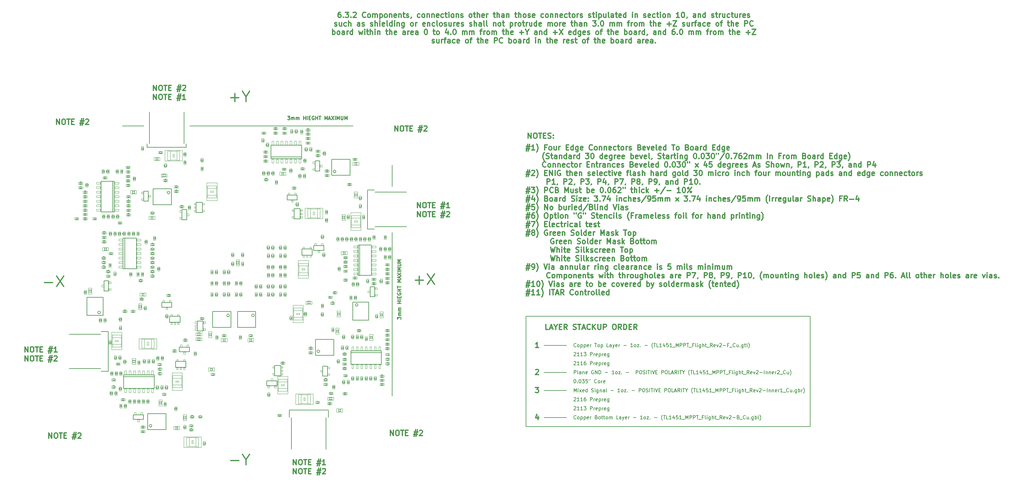
<source format=gbr>
G04 (created by PCBNEW (2013-07-07 BZR 4022)-stable) date 3/26/2016 10:09:36 AM*
%MOIN*%
G04 Gerber Fmt 3.4, Leading zero omitted, Abs format*
%FSLAX34Y34*%
G01*
G70*
G90*
G04 APERTURE LIST*
%ADD10C,0.00590551*%
%ADD11C,0.00787402*%
%ADD12C,0.00984252*%
%ADD13C,0.011811*%
%ADD14C,0.0026*%
%ADD15C,0.006*%
%ADD16C,0.002*%
%ADD17C,0.004*%
%ADD18C,0.008*%
%ADD19C,0.005*%
G04 APERTURE END LIST*
G54D10*
G54D11*
X43700Y-70100D02*
X42900Y-70100D01*
X43700Y-65700D02*
X43700Y-70100D01*
X42900Y-65700D02*
X43700Y-65700D01*
G54D12*
X75749Y-64341D02*
X75749Y-64098D01*
X75899Y-64229D01*
X75899Y-64173D01*
X75918Y-64135D01*
X75937Y-64116D01*
X75974Y-64098D01*
X76068Y-64098D01*
X76106Y-64116D01*
X76124Y-64135D01*
X76143Y-64173D01*
X76143Y-64285D01*
X76124Y-64323D01*
X76106Y-64341D01*
X76143Y-63929D02*
X75881Y-63929D01*
X75918Y-63929D02*
X75899Y-63910D01*
X75881Y-63873D01*
X75881Y-63817D01*
X75899Y-63779D01*
X75937Y-63760D01*
X76143Y-63760D01*
X75937Y-63760D02*
X75899Y-63742D01*
X75881Y-63704D01*
X75881Y-63648D01*
X75899Y-63610D01*
X75937Y-63592D01*
X76143Y-63592D01*
X76143Y-63404D02*
X75881Y-63404D01*
X75918Y-63404D02*
X75899Y-63385D01*
X75881Y-63348D01*
X75881Y-63292D01*
X75899Y-63254D01*
X75937Y-63235D01*
X76143Y-63235D01*
X75937Y-63235D02*
X75899Y-63217D01*
X75881Y-63179D01*
X75881Y-63123D01*
X75899Y-63085D01*
X75937Y-63067D01*
X76143Y-63067D01*
X76143Y-62579D02*
X75749Y-62579D01*
X75937Y-62579D02*
X75937Y-62354D01*
X76143Y-62354D02*
X75749Y-62354D01*
X76143Y-62167D02*
X75749Y-62167D01*
X75937Y-61979D02*
X75937Y-61848D01*
X76143Y-61792D02*
X76143Y-61979D01*
X75749Y-61979D01*
X75749Y-61792D01*
X75768Y-61417D02*
X75749Y-61454D01*
X75749Y-61511D01*
X75768Y-61567D01*
X75806Y-61604D01*
X75843Y-61623D01*
X75918Y-61642D01*
X75974Y-61642D01*
X76049Y-61623D01*
X76087Y-61604D01*
X76124Y-61567D01*
X76143Y-61511D01*
X76143Y-61473D01*
X76124Y-61417D01*
X76106Y-61398D01*
X75974Y-61398D01*
X75974Y-61473D01*
X76143Y-61229D02*
X75749Y-61229D01*
X75937Y-61229D02*
X75937Y-61004D01*
X76143Y-61004D02*
X75749Y-61004D01*
X75749Y-60873D02*
X75749Y-60648D01*
X76143Y-60761D02*
X75749Y-60761D01*
X76143Y-60217D02*
X75749Y-60217D01*
X76031Y-60086D01*
X75749Y-59955D01*
X76143Y-59955D01*
X76031Y-59786D02*
X76031Y-59598D01*
X76143Y-59823D02*
X75749Y-59692D01*
X76143Y-59561D01*
X75749Y-59467D02*
X76143Y-59205D01*
X75749Y-59205D02*
X76143Y-59467D01*
X76143Y-59055D02*
X75749Y-59055D01*
X76143Y-58867D02*
X75749Y-58867D01*
X76031Y-58736D01*
X75749Y-58605D01*
X76143Y-58605D01*
X75749Y-58417D02*
X76068Y-58417D01*
X76106Y-58398D01*
X76124Y-58380D01*
X76143Y-58342D01*
X76143Y-58267D01*
X76124Y-58230D01*
X76106Y-58211D01*
X76068Y-58192D01*
X75749Y-58192D01*
X76143Y-58005D02*
X75749Y-58005D01*
X76031Y-57874D01*
X75749Y-57742D01*
X76143Y-57742D01*
G54D11*
X75196Y-54724D02*
X75196Y-72834D01*
X75196Y-47244D02*
X75196Y-49606D01*
G54D12*
X63581Y-41815D02*
X63825Y-41815D01*
X63694Y-41965D01*
X63750Y-41965D01*
X63787Y-41984D01*
X63806Y-42003D01*
X63825Y-42040D01*
X63825Y-42134D01*
X63806Y-42171D01*
X63787Y-42190D01*
X63750Y-42209D01*
X63637Y-42209D01*
X63600Y-42190D01*
X63581Y-42171D01*
X63994Y-42209D02*
X63994Y-41946D01*
X63994Y-41984D02*
X64012Y-41965D01*
X64050Y-41946D01*
X64106Y-41946D01*
X64144Y-41965D01*
X64162Y-42003D01*
X64162Y-42209D01*
X64162Y-42003D02*
X64181Y-41965D01*
X64219Y-41946D01*
X64275Y-41946D01*
X64312Y-41965D01*
X64331Y-42003D01*
X64331Y-42209D01*
X64519Y-42209D02*
X64519Y-41946D01*
X64519Y-41984D02*
X64537Y-41965D01*
X64575Y-41946D01*
X64631Y-41946D01*
X64669Y-41965D01*
X64687Y-42003D01*
X64687Y-42209D01*
X64687Y-42003D02*
X64706Y-41965D01*
X64744Y-41946D01*
X64800Y-41946D01*
X64837Y-41965D01*
X64856Y-42003D01*
X64856Y-42209D01*
X65343Y-42209D02*
X65343Y-41815D01*
X65343Y-42003D02*
X65568Y-42003D01*
X65568Y-42209D02*
X65568Y-41815D01*
X65756Y-42209D02*
X65756Y-41815D01*
X65943Y-42003D02*
X66075Y-42003D01*
X66131Y-42209D02*
X65943Y-42209D01*
X65943Y-41815D01*
X66131Y-41815D01*
X66506Y-41834D02*
X66468Y-41815D01*
X66412Y-41815D01*
X66356Y-41834D01*
X66318Y-41871D01*
X66300Y-41909D01*
X66281Y-41984D01*
X66281Y-42040D01*
X66300Y-42115D01*
X66318Y-42153D01*
X66356Y-42190D01*
X66412Y-42209D01*
X66450Y-42209D01*
X66506Y-42190D01*
X66525Y-42171D01*
X66525Y-42040D01*
X66450Y-42040D01*
X66693Y-42209D02*
X66693Y-41815D01*
X66693Y-42003D02*
X66918Y-42003D01*
X66918Y-42209D02*
X66918Y-41815D01*
X67049Y-41815D02*
X67274Y-41815D01*
X67162Y-42209D02*
X67162Y-41815D01*
X67706Y-42209D02*
X67706Y-41815D01*
X67837Y-42096D01*
X67968Y-41815D01*
X67968Y-42209D01*
X68137Y-42096D02*
X68324Y-42096D01*
X68099Y-42209D02*
X68231Y-41815D01*
X68362Y-42209D01*
X68456Y-41815D02*
X68718Y-42209D01*
X68718Y-41815D02*
X68456Y-42209D01*
X68868Y-42209D02*
X68868Y-41815D01*
X69055Y-42209D02*
X69055Y-41815D01*
X69187Y-42096D01*
X69318Y-41815D01*
X69318Y-42209D01*
X69505Y-41815D02*
X69505Y-42134D01*
X69524Y-42171D01*
X69543Y-42190D01*
X69580Y-42209D01*
X69655Y-42209D01*
X69693Y-42190D01*
X69712Y-42171D01*
X69730Y-42134D01*
X69730Y-41815D01*
X69918Y-42209D02*
X69918Y-41815D01*
X70049Y-42096D01*
X70180Y-41815D01*
X70180Y-42209D01*
G54D11*
X47637Y-42913D02*
X45275Y-42913D01*
X70866Y-42913D02*
X52755Y-42913D01*
G54D13*
X69460Y-30298D02*
X69348Y-30298D01*
X69291Y-30326D01*
X69263Y-30354D01*
X69207Y-30439D01*
X69179Y-30551D01*
X69179Y-30776D01*
X69207Y-30832D01*
X69235Y-30860D01*
X69291Y-30889D01*
X69404Y-30889D01*
X69460Y-30860D01*
X69488Y-30832D01*
X69516Y-30776D01*
X69516Y-30635D01*
X69488Y-30579D01*
X69460Y-30551D01*
X69404Y-30523D01*
X69291Y-30523D01*
X69235Y-30551D01*
X69207Y-30579D01*
X69179Y-30635D01*
X69769Y-30832D02*
X69798Y-30860D01*
X69769Y-30889D01*
X69741Y-30860D01*
X69769Y-30832D01*
X69769Y-30889D01*
X69994Y-30298D02*
X70360Y-30298D01*
X70163Y-30523D01*
X70248Y-30523D01*
X70304Y-30551D01*
X70332Y-30579D01*
X70360Y-30635D01*
X70360Y-30776D01*
X70332Y-30832D01*
X70304Y-30860D01*
X70248Y-30889D01*
X70079Y-30889D01*
X70023Y-30860D01*
X69994Y-30832D01*
X70613Y-30832D02*
X70641Y-30860D01*
X70613Y-30889D01*
X70585Y-30860D01*
X70613Y-30832D01*
X70613Y-30889D01*
X70866Y-30354D02*
X70894Y-30326D01*
X70951Y-30298D01*
X71091Y-30298D01*
X71147Y-30326D01*
X71176Y-30354D01*
X71204Y-30410D01*
X71204Y-30467D01*
X71176Y-30551D01*
X70838Y-30889D01*
X71204Y-30889D01*
X72244Y-30832D02*
X72216Y-30860D01*
X72132Y-30889D01*
X72075Y-30889D01*
X71991Y-30860D01*
X71935Y-30804D01*
X71907Y-30748D01*
X71879Y-30635D01*
X71879Y-30551D01*
X71907Y-30439D01*
X71935Y-30382D01*
X71991Y-30326D01*
X72075Y-30298D01*
X72132Y-30298D01*
X72216Y-30326D01*
X72244Y-30354D01*
X72582Y-30889D02*
X72525Y-30860D01*
X72497Y-30832D01*
X72469Y-30776D01*
X72469Y-30607D01*
X72497Y-30551D01*
X72525Y-30523D01*
X72582Y-30495D01*
X72666Y-30495D01*
X72722Y-30523D01*
X72750Y-30551D01*
X72778Y-30607D01*
X72778Y-30776D01*
X72750Y-30832D01*
X72722Y-30860D01*
X72666Y-30889D01*
X72582Y-30889D01*
X73032Y-30889D02*
X73032Y-30495D01*
X73032Y-30551D02*
X73060Y-30523D01*
X73116Y-30495D01*
X73200Y-30495D01*
X73257Y-30523D01*
X73285Y-30579D01*
X73285Y-30889D01*
X73285Y-30579D02*
X73313Y-30523D01*
X73369Y-30495D01*
X73453Y-30495D01*
X73510Y-30523D01*
X73538Y-30579D01*
X73538Y-30889D01*
X73819Y-30495D02*
X73819Y-31085D01*
X73819Y-30523D02*
X73875Y-30495D01*
X73988Y-30495D01*
X74044Y-30523D01*
X74072Y-30551D01*
X74100Y-30607D01*
X74100Y-30776D01*
X74072Y-30832D01*
X74044Y-30860D01*
X73988Y-30889D01*
X73875Y-30889D01*
X73819Y-30860D01*
X74438Y-30889D02*
X74381Y-30860D01*
X74353Y-30832D01*
X74325Y-30776D01*
X74325Y-30607D01*
X74353Y-30551D01*
X74381Y-30523D01*
X74438Y-30495D01*
X74522Y-30495D01*
X74578Y-30523D01*
X74606Y-30551D01*
X74634Y-30607D01*
X74634Y-30776D01*
X74606Y-30832D01*
X74578Y-30860D01*
X74522Y-30889D01*
X74438Y-30889D01*
X74888Y-30495D02*
X74888Y-30889D01*
X74888Y-30551D02*
X74916Y-30523D01*
X74972Y-30495D01*
X75056Y-30495D01*
X75113Y-30523D01*
X75141Y-30579D01*
X75141Y-30889D01*
X75647Y-30860D02*
X75591Y-30889D01*
X75478Y-30889D01*
X75422Y-30860D01*
X75394Y-30804D01*
X75394Y-30579D01*
X75422Y-30523D01*
X75478Y-30495D01*
X75591Y-30495D01*
X75647Y-30523D01*
X75675Y-30579D01*
X75675Y-30635D01*
X75394Y-30692D01*
X75928Y-30495D02*
X75928Y-30889D01*
X75928Y-30551D02*
X75956Y-30523D01*
X76012Y-30495D01*
X76097Y-30495D01*
X76153Y-30523D01*
X76181Y-30579D01*
X76181Y-30889D01*
X76378Y-30495D02*
X76603Y-30495D01*
X76462Y-30298D02*
X76462Y-30804D01*
X76491Y-30860D01*
X76547Y-30889D01*
X76603Y-30889D01*
X76772Y-30860D02*
X76828Y-30889D01*
X76940Y-30889D01*
X76997Y-30860D01*
X77025Y-30804D01*
X77025Y-30776D01*
X76997Y-30720D01*
X76940Y-30692D01*
X76856Y-30692D01*
X76800Y-30664D01*
X76772Y-30607D01*
X76772Y-30579D01*
X76800Y-30523D01*
X76856Y-30495D01*
X76940Y-30495D01*
X76997Y-30523D01*
X77306Y-30860D02*
X77306Y-30889D01*
X77278Y-30945D01*
X77250Y-30973D01*
X78262Y-30860D02*
X78206Y-30889D01*
X78093Y-30889D01*
X78037Y-30860D01*
X78009Y-30832D01*
X77981Y-30776D01*
X77981Y-30607D01*
X78009Y-30551D01*
X78037Y-30523D01*
X78093Y-30495D01*
X78206Y-30495D01*
X78262Y-30523D01*
X78600Y-30889D02*
X78543Y-30860D01*
X78515Y-30832D01*
X78487Y-30776D01*
X78487Y-30607D01*
X78515Y-30551D01*
X78543Y-30523D01*
X78600Y-30495D01*
X78684Y-30495D01*
X78740Y-30523D01*
X78768Y-30551D01*
X78796Y-30607D01*
X78796Y-30776D01*
X78768Y-30832D01*
X78740Y-30860D01*
X78684Y-30889D01*
X78600Y-30889D01*
X79050Y-30495D02*
X79050Y-30889D01*
X79050Y-30551D02*
X79078Y-30523D01*
X79134Y-30495D01*
X79218Y-30495D01*
X79275Y-30523D01*
X79303Y-30579D01*
X79303Y-30889D01*
X79584Y-30495D02*
X79584Y-30889D01*
X79584Y-30551D02*
X79612Y-30523D01*
X79668Y-30495D01*
X79753Y-30495D01*
X79809Y-30523D01*
X79837Y-30579D01*
X79837Y-30889D01*
X80343Y-30860D02*
X80287Y-30889D01*
X80174Y-30889D01*
X80118Y-30860D01*
X80090Y-30804D01*
X80090Y-30579D01*
X80118Y-30523D01*
X80174Y-30495D01*
X80287Y-30495D01*
X80343Y-30523D01*
X80371Y-30579D01*
X80371Y-30635D01*
X80090Y-30692D01*
X80877Y-30860D02*
X80821Y-30889D01*
X80709Y-30889D01*
X80652Y-30860D01*
X80624Y-30832D01*
X80596Y-30776D01*
X80596Y-30607D01*
X80624Y-30551D01*
X80652Y-30523D01*
X80709Y-30495D01*
X80821Y-30495D01*
X80877Y-30523D01*
X81046Y-30495D02*
X81271Y-30495D01*
X81131Y-30298D02*
X81131Y-30804D01*
X81159Y-30860D01*
X81215Y-30889D01*
X81271Y-30889D01*
X81468Y-30889D02*
X81468Y-30495D01*
X81468Y-30298D02*
X81440Y-30326D01*
X81468Y-30354D01*
X81496Y-30326D01*
X81468Y-30298D01*
X81468Y-30354D01*
X81834Y-30889D02*
X81777Y-30860D01*
X81749Y-30832D01*
X81721Y-30776D01*
X81721Y-30607D01*
X81749Y-30551D01*
X81777Y-30523D01*
X81834Y-30495D01*
X81918Y-30495D01*
X81974Y-30523D01*
X82002Y-30551D01*
X82030Y-30607D01*
X82030Y-30776D01*
X82002Y-30832D01*
X81974Y-30860D01*
X81918Y-30889D01*
X81834Y-30889D01*
X82284Y-30495D02*
X82284Y-30889D01*
X82284Y-30551D02*
X82312Y-30523D01*
X82368Y-30495D01*
X82452Y-30495D01*
X82508Y-30523D01*
X82537Y-30579D01*
X82537Y-30889D01*
X82790Y-30860D02*
X82846Y-30889D01*
X82958Y-30889D01*
X83015Y-30860D01*
X83043Y-30804D01*
X83043Y-30776D01*
X83015Y-30720D01*
X82958Y-30692D01*
X82874Y-30692D01*
X82818Y-30664D01*
X82790Y-30607D01*
X82790Y-30579D01*
X82818Y-30523D01*
X82874Y-30495D01*
X82958Y-30495D01*
X83015Y-30523D01*
X83830Y-30889D02*
X83774Y-30860D01*
X83746Y-30832D01*
X83718Y-30776D01*
X83718Y-30607D01*
X83746Y-30551D01*
X83774Y-30523D01*
X83830Y-30495D01*
X83915Y-30495D01*
X83971Y-30523D01*
X83999Y-30551D01*
X84027Y-30607D01*
X84027Y-30776D01*
X83999Y-30832D01*
X83971Y-30860D01*
X83915Y-30889D01*
X83830Y-30889D01*
X84196Y-30495D02*
X84421Y-30495D01*
X84280Y-30298D02*
X84280Y-30804D01*
X84308Y-30860D01*
X84365Y-30889D01*
X84421Y-30889D01*
X84618Y-30889D02*
X84618Y-30298D01*
X84871Y-30889D02*
X84871Y-30579D01*
X84843Y-30523D01*
X84786Y-30495D01*
X84702Y-30495D01*
X84646Y-30523D01*
X84618Y-30551D01*
X85377Y-30860D02*
X85321Y-30889D01*
X85208Y-30889D01*
X85152Y-30860D01*
X85124Y-30804D01*
X85124Y-30579D01*
X85152Y-30523D01*
X85208Y-30495D01*
X85321Y-30495D01*
X85377Y-30523D01*
X85405Y-30579D01*
X85405Y-30635D01*
X85124Y-30692D01*
X85658Y-30889D02*
X85658Y-30495D01*
X85658Y-30607D02*
X85686Y-30551D01*
X85714Y-30523D01*
X85771Y-30495D01*
X85827Y-30495D01*
X86389Y-30495D02*
X86614Y-30495D01*
X86474Y-30298D02*
X86474Y-30804D01*
X86502Y-30860D01*
X86558Y-30889D01*
X86614Y-30889D01*
X86811Y-30889D02*
X86811Y-30298D01*
X87064Y-30889D02*
X87064Y-30579D01*
X87036Y-30523D01*
X86980Y-30495D01*
X86895Y-30495D01*
X86839Y-30523D01*
X86811Y-30551D01*
X87598Y-30889D02*
X87598Y-30579D01*
X87570Y-30523D01*
X87514Y-30495D01*
X87402Y-30495D01*
X87345Y-30523D01*
X87598Y-30860D02*
X87542Y-30889D01*
X87402Y-30889D01*
X87345Y-30860D01*
X87317Y-30804D01*
X87317Y-30748D01*
X87345Y-30692D01*
X87402Y-30664D01*
X87542Y-30664D01*
X87598Y-30635D01*
X87880Y-30495D02*
X87880Y-30889D01*
X87880Y-30551D02*
X87908Y-30523D01*
X87964Y-30495D01*
X88048Y-30495D01*
X88105Y-30523D01*
X88133Y-30579D01*
X88133Y-30889D01*
X88780Y-30495D02*
X89005Y-30495D01*
X88864Y-30298D02*
X88864Y-30804D01*
X88892Y-30860D01*
X88948Y-30889D01*
X89005Y-30889D01*
X89201Y-30889D02*
X89201Y-30298D01*
X89455Y-30889D02*
X89455Y-30579D01*
X89426Y-30523D01*
X89370Y-30495D01*
X89286Y-30495D01*
X89230Y-30523D01*
X89201Y-30551D01*
X89820Y-30889D02*
X89764Y-30860D01*
X89736Y-30832D01*
X89708Y-30776D01*
X89708Y-30607D01*
X89736Y-30551D01*
X89764Y-30523D01*
X89820Y-30495D01*
X89904Y-30495D01*
X89961Y-30523D01*
X89989Y-30551D01*
X90017Y-30607D01*
X90017Y-30776D01*
X89989Y-30832D01*
X89961Y-30860D01*
X89904Y-30889D01*
X89820Y-30889D01*
X90242Y-30860D02*
X90298Y-30889D01*
X90411Y-30889D01*
X90467Y-30860D01*
X90495Y-30804D01*
X90495Y-30776D01*
X90467Y-30720D01*
X90411Y-30692D01*
X90326Y-30692D01*
X90270Y-30664D01*
X90242Y-30607D01*
X90242Y-30579D01*
X90270Y-30523D01*
X90326Y-30495D01*
X90411Y-30495D01*
X90467Y-30523D01*
X90973Y-30860D02*
X90917Y-30889D01*
X90804Y-30889D01*
X90748Y-30860D01*
X90720Y-30804D01*
X90720Y-30579D01*
X90748Y-30523D01*
X90804Y-30495D01*
X90917Y-30495D01*
X90973Y-30523D01*
X91001Y-30579D01*
X91001Y-30635D01*
X90720Y-30692D01*
X91957Y-30860D02*
X91901Y-30889D01*
X91789Y-30889D01*
X91732Y-30860D01*
X91704Y-30832D01*
X91676Y-30776D01*
X91676Y-30607D01*
X91704Y-30551D01*
X91732Y-30523D01*
X91789Y-30495D01*
X91901Y-30495D01*
X91957Y-30523D01*
X92295Y-30889D02*
X92239Y-30860D01*
X92210Y-30832D01*
X92182Y-30776D01*
X92182Y-30607D01*
X92210Y-30551D01*
X92239Y-30523D01*
X92295Y-30495D01*
X92379Y-30495D01*
X92435Y-30523D01*
X92464Y-30551D01*
X92492Y-30607D01*
X92492Y-30776D01*
X92464Y-30832D01*
X92435Y-30860D01*
X92379Y-30889D01*
X92295Y-30889D01*
X92745Y-30495D02*
X92745Y-30889D01*
X92745Y-30551D02*
X92773Y-30523D01*
X92829Y-30495D01*
X92913Y-30495D01*
X92970Y-30523D01*
X92998Y-30579D01*
X92998Y-30889D01*
X93279Y-30495D02*
X93279Y-30889D01*
X93279Y-30551D02*
X93307Y-30523D01*
X93363Y-30495D01*
X93448Y-30495D01*
X93504Y-30523D01*
X93532Y-30579D01*
X93532Y-30889D01*
X94038Y-30860D02*
X93982Y-30889D01*
X93870Y-30889D01*
X93813Y-30860D01*
X93785Y-30804D01*
X93785Y-30579D01*
X93813Y-30523D01*
X93870Y-30495D01*
X93982Y-30495D01*
X94038Y-30523D01*
X94066Y-30579D01*
X94066Y-30635D01*
X93785Y-30692D01*
X94573Y-30860D02*
X94516Y-30889D01*
X94404Y-30889D01*
X94348Y-30860D01*
X94320Y-30832D01*
X94291Y-30776D01*
X94291Y-30607D01*
X94320Y-30551D01*
X94348Y-30523D01*
X94404Y-30495D01*
X94516Y-30495D01*
X94573Y-30523D01*
X94741Y-30495D02*
X94966Y-30495D01*
X94826Y-30298D02*
X94826Y-30804D01*
X94854Y-30860D01*
X94910Y-30889D01*
X94966Y-30889D01*
X95248Y-30889D02*
X95191Y-30860D01*
X95163Y-30832D01*
X95135Y-30776D01*
X95135Y-30607D01*
X95163Y-30551D01*
X95191Y-30523D01*
X95248Y-30495D01*
X95332Y-30495D01*
X95388Y-30523D01*
X95416Y-30551D01*
X95444Y-30607D01*
X95444Y-30776D01*
X95416Y-30832D01*
X95388Y-30860D01*
X95332Y-30889D01*
X95248Y-30889D01*
X95697Y-30889D02*
X95697Y-30495D01*
X95697Y-30607D02*
X95726Y-30551D01*
X95754Y-30523D01*
X95810Y-30495D01*
X95866Y-30495D01*
X96035Y-30860D02*
X96091Y-30889D01*
X96204Y-30889D01*
X96260Y-30860D01*
X96288Y-30804D01*
X96288Y-30776D01*
X96260Y-30720D01*
X96204Y-30692D01*
X96119Y-30692D01*
X96063Y-30664D01*
X96035Y-30607D01*
X96035Y-30579D01*
X96063Y-30523D01*
X96119Y-30495D01*
X96204Y-30495D01*
X96260Y-30523D01*
X96963Y-30860D02*
X97019Y-30889D01*
X97132Y-30889D01*
X97188Y-30860D01*
X97216Y-30804D01*
X97216Y-30776D01*
X97188Y-30720D01*
X97132Y-30692D01*
X97047Y-30692D01*
X96991Y-30664D01*
X96963Y-30607D01*
X96963Y-30579D01*
X96991Y-30523D01*
X97047Y-30495D01*
X97132Y-30495D01*
X97188Y-30523D01*
X97385Y-30495D02*
X97610Y-30495D01*
X97469Y-30298D02*
X97469Y-30804D01*
X97497Y-30860D01*
X97553Y-30889D01*
X97610Y-30889D01*
X97807Y-30889D02*
X97807Y-30495D01*
X97807Y-30298D02*
X97778Y-30326D01*
X97807Y-30354D01*
X97835Y-30326D01*
X97807Y-30298D01*
X97807Y-30354D01*
X98088Y-30495D02*
X98088Y-31085D01*
X98088Y-30523D02*
X98144Y-30495D01*
X98257Y-30495D01*
X98313Y-30523D01*
X98341Y-30551D01*
X98369Y-30607D01*
X98369Y-30776D01*
X98341Y-30832D01*
X98313Y-30860D01*
X98257Y-30889D01*
X98144Y-30889D01*
X98088Y-30860D01*
X98875Y-30495D02*
X98875Y-30889D01*
X98622Y-30495D02*
X98622Y-30804D01*
X98650Y-30860D01*
X98706Y-30889D01*
X98791Y-30889D01*
X98847Y-30860D01*
X98875Y-30832D01*
X99241Y-30889D02*
X99185Y-30860D01*
X99156Y-30804D01*
X99156Y-30298D01*
X99719Y-30889D02*
X99719Y-30579D01*
X99691Y-30523D01*
X99634Y-30495D01*
X99522Y-30495D01*
X99466Y-30523D01*
X99719Y-30860D02*
X99663Y-30889D01*
X99522Y-30889D01*
X99466Y-30860D01*
X99438Y-30804D01*
X99438Y-30748D01*
X99466Y-30692D01*
X99522Y-30664D01*
X99663Y-30664D01*
X99719Y-30635D01*
X99916Y-30495D02*
X100141Y-30495D01*
X100000Y-30298D02*
X100000Y-30804D01*
X100028Y-30860D01*
X100084Y-30889D01*
X100141Y-30889D01*
X100562Y-30860D02*
X100506Y-30889D01*
X100394Y-30889D01*
X100338Y-30860D01*
X100309Y-30804D01*
X100309Y-30579D01*
X100338Y-30523D01*
X100394Y-30495D01*
X100506Y-30495D01*
X100562Y-30523D01*
X100591Y-30579D01*
X100591Y-30635D01*
X100309Y-30692D01*
X101097Y-30889D02*
X101097Y-30298D01*
X101097Y-30860D02*
X101041Y-30889D01*
X100928Y-30889D01*
X100872Y-30860D01*
X100844Y-30832D01*
X100816Y-30776D01*
X100816Y-30607D01*
X100844Y-30551D01*
X100872Y-30523D01*
X100928Y-30495D01*
X101041Y-30495D01*
X101097Y-30523D01*
X101828Y-30889D02*
X101828Y-30495D01*
X101828Y-30298D02*
X101800Y-30326D01*
X101828Y-30354D01*
X101856Y-30326D01*
X101828Y-30298D01*
X101828Y-30354D01*
X102109Y-30495D02*
X102109Y-30889D01*
X102109Y-30551D02*
X102137Y-30523D01*
X102194Y-30495D01*
X102278Y-30495D01*
X102334Y-30523D01*
X102362Y-30579D01*
X102362Y-30889D01*
X103065Y-30860D02*
X103122Y-30889D01*
X103234Y-30889D01*
X103290Y-30860D01*
X103318Y-30804D01*
X103318Y-30776D01*
X103290Y-30720D01*
X103234Y-30692D01*
X103150Y-30692D01*
X103093Y-30664D01*
X103065Y-30607D01*
X103065Y-30579D01*
X103093Y-30523D01*
X103150Y-30495D01*
X103234Y-30495D01*
X103290Y-30523D01*
X103796Y-30860D02*
X103740Y-30889D01*
X103628Y-30889D01*
X103571Y-30860D01*
X103543Y-30804D01*
X103543Y-30579D01*
X103571Y-30523D01*
X103628Y-30495D01*
X103740Y-30495D01*
X103796Y-30523D01*
X103825Y-30579D01*
X103825Y-30635D01*
X103543Y-30692D01*
X104331Y-30860D02*
X104275Y-30889D01*
X104162Y-30889D01*
X104106Y-30860D01*
X104078Y-30832D01*
X104050Y-30776D01*
X104050Y-30607D01*
X104078Y-30551D01*
X104106Y-30523D01*
X104162Y-30495D01*
X104275Y-30495D01*
X104331Y-30523D01*
X104500Y-30495D02*
X104724Y-30495D01*
X104584Y-30298D02*
X104584Y-30804D01*
X104612Y-30860D01*
X104668Y-30889D01*
X104724Y-30889D01*
X104921Y-30889D02*
X104921Y-30495D01*
X104921Y-30298D02*
X104893Y-30326D01*
X104921Y-30354D01*
X104949Y-30326D01*
X104921Y-30298D01*
X104921Y-30354D01*
X105287Y-30889D02*
X105231Y-30860D01*
X105203Y-30832D01*
X105174Y-30776D01*
X105174Y-30607D01*
X105203Y-30551D01*
X105231Y-30523D01*
X105287Y-30495D01*
X105371Y-30495D01*
X105428Y-30523D01*
X105456Y-30551D01*
X105484Y-30607D01*
X105484Y-30776D01*
X105456Y-30832D01*
X105428Y-30860D01*
X105371Y-30889D01*
X105287Y-30889D01*
X105737Y-30495D02*
X105737Y-30889D01*
X105737Y-30551D02*
X105765Y-30523D01*
X105821Y-30495D01*
X105906Y-30495D01*
X105962Y-30523D01*
X105990Y-30579D01*
X105990Y-30889D01*
X107030Y-30889D02*
X106693Y-30889D01*
X106862Y-30889D02*
X106862Y-30298D01*
X106805Y-30382D01*
X106749Y-30439D01*
X106693Y-30467D01*
X107396Y-30298D02*
X107452Y-30298D01*
X107508Y-30326D01*
X107537Y-30354D01*
X107565Y-30410D01*
X107593Y-30523D01*
X107593Y-30664D01*
X107565Y-30776D01*
X107537Y-30832D01*
X107508Y-30860D01*
X107452Y-30889D01*
X107396Y-30889D01*
X107340Y-30860D01*
X107312Y-30832D01*
X107284Y-30776D01*
X107255Y-30664D01*
X107255Y-30523D01*
X107284Y-30410D01*
X107312Y-30354D01*
X107340Y-30326D01*
X107396Y-30298D01*
X107874Y-30860D02*
X107874Y-30889D01*
X107846Y-30945D01*
X107818Y-30973D01*
X108830Y-30889D02*
X108830Y-30579D01*
X108802Y-30523D01*
X108746Y-30495D01*
X108633Y-30495D01*
X108577Y-30523D01*
X108830Y-30860D02*
X108774Y-30889D01*
X108633Y-30889D01*
X108577Y-30860D01*
X108549Y-30804D01*
X108549Y-30748D01*
X108577Y-30692D01*
X108633Y-30664D01*
X108774Y-30664D01*
X108830Y-30635D01*
X109111Y-30495D02*
X109111Y-30889D01*
X109111Y-30551D02*
X109140Y-30523D01*
X109196Y-30495D01*
X109280Y-30495D01*
X109336Y-30523D01*
X109365Y-30579D01*
X109365Y-30889D01*
X109899Y-30889D02*
X109899Y-30298D01*
X109899Y-30860D02*
X109843Y-30889D01*
X109730Y-30889D01*
X109674Y-30860D01*
X109646Y-30832D01*
X109618Y-30776D01*
X109618Y-30607D01*
X109646Y-30551D01*
X109674Y-30523D01*
X109730Y-30495D01*
X109843Y-30495D01*
X109899Y-30523D01*
X110602Y-30860D02*
X110658Y-30889D01*
X110771Y-30889D01*
X110827Y-30860D01*
X110855Y-30804D01*
X110855Y-30776D01*
X110827Y-30720D01*
X110771Y-30692D01*
X110686Y-30692D01*
X110630Y-30664D01*
X110602Y-30607D01*
X110602Y-30579D01*
X110630Y-30523D01*
X110686Y-30495D01*
X110771Y-30495D01*
X110827Y-30523D01*
X111024Y-30495D02*
X111249Y-30495D01*
X111108Y-30298D02*
X111108Y-30804D01*
X111136Y-30860D01*
X111192Y-30889D01*
X111249Y-30889D01*
X111446Y-30889D02*
X111446Y-30495D01*
X111446Y-30607D02*
X111474Y-30551D01*
X111502Y-30523D01*
X111558Y-30495D01*
X111614Y-30495D01*
X112064Y-30495D02*
X112064Y-30889D01*
X111811Y-30495D02*
X111811Y-30804D01*
X111839Y-30860D01*
X111895Y-30889D01*
X111980Y-30889D01*
X112036Y-30860D01*
X112064Y-30832D01*
X112598Y-30860D02*
X112542Y-30889D01*
X112430Y-30889D01*
X112374Y-30860D01*
X112345Y-30832D01*
X112317Y-30776D01*
X112317Y-30607D01*
X112345Y-30551D01*
X112374Y-30523D01*
X112430Y-30495D01*
X112542Y-30495D01*
X112598Y-30523D01*
X112767Y-30495D02*
X112992Y-30495D01*
X112852Y-30298D02*
X112852Y-30804D01*
X112880Y-30860D01*
X112936Y-30889D01*
X112992Y-30889D01*
X113442Y-30495D02*
X113442Y-30889D01*
X113189Y-30495D02*
X113189Y-30804D01*
X113217Y-30860D01*
X113273Y-30889D01*
X113358Y-30889D01*
X113414Y-30860D01*
X113442Y-30832D01*
X113723Y-30889D02*
X113723Y-30495D01*
X113723Y-30607D02*
X113751Y-30551D01*
X113780Y-30523D01*
X113836Y-30495D01*
X113892Y-30495D01*
X114314Y-30860D02*
X114258Y-30889D01*
X114145Y-30889D01*
X114089Y-30860D01*
X114061Y-30804D01*
X114061Y-30579D01*
X114089Y-30523D01*
X114145Y-30495D01*
X114258Y-30495D01*
X114314Y-30523D01*
X114342Y-30579D01*
X114342Y-30635D01*
X114061Y-30692D01*
X114567Y-30860D02*
X114623Y-30889D01*
X114736Y-30889D01*
X114792Y-30860D01*
X114820Y-30804D01*
X114820Y-30776D01*
X114792Y-30720D01*
X114736Y-30692D01*
X114651Y-30692D01*
X114595Y-30664D01*
X114567Y-30607D01*
X114567Y-30579D01*
X114595Y-30523D01*
X114651Y-30495D01*
X114736Y-30495D01*
X114792Y-30523D01*
X68813Y-31805D02*
X68870Y-31833D01*
X68982Y-31833D01*
X69038Y-31805D01*
X69066Y-31749D01*
X69066Y-31721D01*
X69038Y-31665D01*
X68982Y-31637D01*
X68898Y-31637D01*
X68841Y-31608D01*
X68813Y-31552D01*
X68813Y-31524D01*
X68841Y-31468D01*
X68898Y-31440D01*
X68982Y-31440D01*
X69038Y-31468D01*
X69573Y-31440D02*
X69573Y-31833D01*
X69320Y-31440D02*
X69320Y-31749D01*
X69348Y-31805D01*
X69404Y-31833D01*
X69488Y-31833D01*
X69544Y-31805D01*
X69573Y-31777D01*
X70107Y-31805D02*
X70051Y-31833D01*
X69938Y-31833D01*
X69882Y-31805D01*
X69854Y-31777D01*
X69826Y-31721D01*
X69826Y-31552D01*
X69854Y-31496D01*
X69882Y-31468D01*
X69938Y-31440D01*
X70051Y-31440D01*
X70107Y-31468D01*
X70360Y-31833D02*
X70360Y-31243D01*
X70613Y-31833D02*
X70613Y-31524D01*
X70585Y-31468D01*
X70529Y-31440D01*
X70444Y-31440D01*
X70388Y-31468D01*
X70360Y-31496D01*
X71597Y-31833D02*
X71597Y-31524D01*
X71569Y-31468D01*
X71513Y-31440D01*
X71401Y-31440D01*
X71344Y-31468D01*
X71597Y-31805D02*
X71541Y-31833D01*
X71401Y-31833D01*
X71344Y-31805D01*
X71316Y-31749D01*
X71316Y-31693D01*
X71344Y-31637D01*
X71401Y-31608D01*
X71541Y-31608D01*
X71597Y-31580D01*
X71850Y-31805D02*
X71907Y-31833D01*
X72019Y-31833D01*
X72075Y-31805D01*
X72104Y-31749D01*
X72104Y-31721D01*
X72075Y-31665D01*
X72019Y-31637D01*
X71935Y-31637D01*
X71879Y-31608D01*
X71850Y-31552D01*
X71850Y-31524D01*
X71879Y-31468D01*
X71935Y-31440D01*
X72019Y-31440D01*
X72075Y-31468D01*
X72778Y-31805D02*
X72835Y-31833D01*
X72947Y-31833D01*
X73003Y-31805D01*
X73032Y-31749D01*
X73032Y-31721D01*
X73003Y-31665D01*
X72947Y-31637D01*
X72863Y-31637D01*
X72807Y-31608D01*
X72778Y-31552D01*
X72778Y-31524D01*
X72807Y-31468D01*
X72863Y-31440D01*
X72947Y-31440D01*
X73003Y-31468D01*
X73285Y-31833D02*
X73285Y-31243D01*
X73538Y-31833D02*
X73538Y-31524D01*
X73510Y-31468D01*
X73453Y-31440D01*
X73369Y-31440D01*
X73313Y-31468D01*
X73285Y-31496D01*
X73819Y-31833D02*
X73819Y-31440D01*
X73819Y-31243D02*
X73791Y-31271D01*
X73819Y-31299D01*
X73847Y-31271D01*
X73819Y-31243D01*
X73819Y-31299D01*
X74325Y-31805D02*
X74269Y-31833D01*
X74156Y-31833D01*
X74100Y-31805D01*
X74072Y-31749D01*
X74072Y-31524D01*
X74100Y-31468D01*
X74156Y-31440D01*
X74269Y-31440D01*
X74325Y-31468D01*
X74353Y-31524D01*
X74353Y-31580D01*
X74072Y-31637D01*
X74691Y-31833D02*
X74634Y-31805D01*
X74606Y-31749D01*
X74606Y-31243D01*
X75169Y-31833D02*
X75169Y-31243D01*
X75169Y-31805D02*
X75113Y-31833D01*
X75000Y-31833D01*
X74944Y-31805D01*
X74916Y-31777D01*
X74888Y-31721D01*
X74888Y-31552D01*
X74916Y-31496D01*
X74944Y-31468D01*
X75000Y-31440D01*
X75113Y-31440D01*
X75169Y-31468D01*
X75450Y-31833D02*
X75450Y-31440D01*
X75450Y-31243D02*
X75422Y-31271D01*
X75450Y-31299D01*
X75478Y-31271D01*
X75450Y-31243D01*
X75450Y-31299D01*
X75731Y-31440D02*
X75731Y-31833D01*
X75731Y-31496D02*
X75759Y-31468D01*
X75816Y-31440D01*
X75900Y-31440D01*
X75956Y-31468D01*
X75984Y-31524D01*
X75984Y-31833D01*
X76519Y-31440D02*
X76519Y-31918D01*
X76491Y-31974D01*
X76462Y-32002D01*
X76406Y-32030D01*
X76322Y-32030D01*
X76266Y-32002D01*
X76519Y-31805D02*
X76462Y-31833D01*
X76350Y-31833D01*
X76294Y-31805D01*
X76266Y-31777D01*
X76237Y-31721D01*
X76237Y-31552D01*
X76266Y-31496D01*
X76294Y-31468D01*
X76350Y-31440D01*
X76462Y-31440D01*
X76519Y-31468D01*
X77334Y-31833D02*
X77278Y-31805D01*
X77250Y-31777D01*
X77222Y-31721D01*
X77222Y-31552D01*
X77250Y-31496D01*
X77278Y-31468D01*
X77334Y-31440D01*
X77419Y-31440D01*
X77475Y-31468D01*
X77503Y-31496D01*
X77531Y-31552D01*
X77531Y-31721D01*
X77503Y-31777D01*
X77475Y-31805D01*
X77419Y-31833D01*
X77334Y-31833D01*
X77784Y-31833D02*
X77784Y-31440D01*
X77784Y-31552D02*
X77812Y-31496D01*
X77840Y-31468D01*
X77897Y-31440D01*
X77953Y-31440D01*
X78825Y-31805D02*
X78768Y-31833D01*
X78656Y-31833D01*
X78600Y-31805D01*
X78571Y-31749D01*
X78571Y-31524D01*
X78600Y-31468D01*
X78656Y-31440D01*
X78768Y-31440D01*
X78825Y-31468D01*
X78853Y-31524D01*
X78853Y-31580D01*
X78571Y-31637D01*
X79106Y-31440D02*
X79106Y-31833D01*
X79106Y-31496D02*
X79134Y-31468D01*
X79190Y-31440D01*
X79275Y-31440D01*
X79331Y-31468D01*
X79359Y-31524D01*
X79359Y-31833D01*
X79893Y-31805D02*
X79837Y-31833D01*
X79724Y-31833D01*
X79668Y-31805D01*
X79640Y-31777D01*
X79612Y-31721D01*
X79612Y-31552D01*
X79640Y-31496D01*
X79668Y-31468D01*
X79724Y-31440D01*
X79837Y-31440D01*
X79893Y-31468D01*
X80231Y-31833D02*
X80174Y-31805D01*
X80146Y-31749D01*
X80146Y-31243D01*
X80540Y-31833D02*
X80484Y-31805D01*
X80456Y-31777D01*
X80428Y-31721D01*
X80428Y-31552D01*
X80456Y-31496D01*
X80484Y-31468D01*
X80540Y-31440D01*
X80624Y-31440D01*
X80681Y-31468D01*
X80709Y-31496D01*
X80737Y-31552D01*
X80737Y-31721D01*
X80709Y-31777D01*
X80681Y-31805D01*
X80624Y-31833D01*
X80540Y-31833D01*
X80962Y-31805D02*
X81018Y-31833D01*
X81131Y-31833D01*
X81187Y-31805D01*
X81215Y-31749D01*
X81215Y-31721D01*
X81187Y-31665D01*
X81131Y-31637D01*
X81046Y-31637D01*
X80990Y-31608D01*
X80962Y-31552D01*
X80962Y-31524D01*
X80990Y-31468D01*
X81046Y-31440D01*
X81131Y-31440D01*
X81187Y-31468D01*
X81721Y-31440D02*
X81721Y-31833D01*
X81468Y-31440D02*
X81468Y-31749D01*
X81496Y-31805D01*
X81552Y-31833D01*
X81637Y-31833D01*
X81693Y-31805D01*
X81721Y-31777D01*
X82002Y-31833D02*
X82002Y-31440D01*
X82002Y-31552D02*
X82030Y-31496D01*
X82059Y-31468D01*
X82115Y-31440D01*
X82171Y-31440D01*
X82593Y-31805D02*
X82537Y-31833D01*
X82424Y-31833D01*
X82368Y-31805D01*
X82340Y-31749D01*
X82340Y-31524D01*
X82368Y-31468D01*
X82424Y-31440D01*
X82537Y-31440D01*
X82593Y-31468D01*
X82621Y-31524D01*
X82621Y-31580D01*
X82340Y-31637D01*
X82846Y-31805D02*
X82902Y-31833D01*
X83015Y-31833D01*
X83071Y-31805D01*
X83099Y-31749D01*
X83099Y-31721D01*
X83071Y-31665D01*
X83015Y-31637D01*
X82930Y-31637D01*
X82874Y-31608D01*
X82846Y-31552D01*
X82846Y-31524D01*
X82874Y-31468D01*
X82930Y-31440D01*
X83015Y-31440D01*
X83071Y-31468D01*
X83774Y-31805D02*
X83830Y-31833D01*
X83943Y-31833D01*
X83999Y-31805D01*
X84027Y-31749D01*
X84027Y-31721D01*
X83999Y-31665D01*
X83943Y-31637D01*
X83858Y-31637D01*
X83802Y-31608D01*
X83774Y-31552D01*
X83774Y-31524D01*
X83802Y-31468D01*
X83858Y-31440D01*
X83943Y-31440D01*
X83999Y-31468D01*
X84280Y-31833D02*
X84280Y-31243D01*
X84533Y-31833D02*
X84533Y-31524D01*
X84505Y-31468D01*
X84449Y-31440D01*
X84365Y-31440D01*
X84308Y-31468D01*
X84280Y-31496D01*
X85068Y-31833D02*
X85068Y-31524D01*
X85039Y-31468D01*
X84983Y-31440D01*
X84871Y-31440D01*
X84814Y-31468D01*
X85068Y-31805D02*
X85011Y-31833D01*
X84871Y-31833D01*
X84814Y-31805D01*
X84786Y-31749D01*
X84786Y-31693D01*
X84814Y-31637D01*
X84871Y-31608D01*
X85011Y-31608D01*
X85068Y-31580D01*
X85433Y-31833D02*
X85377Y-31805D01*
X85349Y-31749D01*
X85349Y-31243D01*
X85742Y-31833D02*
X85686Y-31805D01*
X85658Y-31749D01*
X85658Y-31243D01*
X86417Y-31440D02*
X86417Y-31833D01*
X86417Y-31496D02*
X86446Y-31468D01*
X86502Y-31440D01*
X86586Y-31440D01*
X86642Y-31468D01*
X86670Y-31524D01*
X86670Y-31833D01*
X87036Y-31833D02*
X86980Y-31805D01*
X86952Y-31777D01*
X86924Y-31721D01*
X86924Y-31552D01*
X86952Y-31496D01*
X86980Y-31468D01*
X87036Y-31440D01*
X87120Y-31440D01*
X87177Y-31468D01*
X87205Y-31496D01*
X87233Y-31552D01*
X87233Y-31721D01*
X87205Y-31777D01*
X87177Y-31805D01*
X87120Y-31833D01*
X87036Y-31833D01*
X87402Y-31440D02*
X87627Y-31440D01*
X87486Y-31243D02*
X87486Y-31749D01*
X87514Y-31805D01*
X87570Y-31833D01*
X87627Y-31833D01*
X88273Y-31440D02*
X88273Y-32030D01*
X88273Y-31468D02*
X88330Y-31440D01*
X88442Y-31440D01*
X88498Y-31468D01*
X88526Y-31496D01*
X88555Y-31552D01*
X88555Y-31721D01*
X88526Y-31777D01*
X88498Y-31805D01*
X88442Y-31833D01*
X88330Y-31833D01*
X88273Y-31805D01*
X88808Y-31833D02*
X88808Y-31440D01*
X88808Y-31552D02*
X88836Y-31496D01*
X88864Y-31468D01*
X88920Y-31440D01*
X88976Y-31440D01*
X89258Y-31833D02*
X89201Y-31805D01*
X89173Y-31777D01*
X89145Y-31721D01*
X89145Y-31552D01*
X89173Y-31496D01*
X89201Y-31468D01*
X89258Y-31440D01*
X89342Y-31440D01*
X89398Y-31468D01*
X89426Y-31496D01*
X89455Y-31552D01*
X89455Y-31721D01*
X89426Y-31777D01*
X89398Y-31805D01*
X89342Y-31833D01*
X89258Y-31833D01*
X89623Y-31440D02*
X89848Y-31440D01*
X89708Y-31243D02*
X89708Y-31749D01*
X89736Y-31805D01*
X89792Y-31833D01*
X89848Y-31833D01*
X90045Y-31833D02*
X90045Y-31440D01*
X90045Y-31552D02*
X90073Y-31496D01*
X90101Y-31468D01*
X90158Y-31440D01*
X90214Y-31440D01*
X90664Y-31440D02*
X90664Y-31833D01*
X90411Y-31440D02*
X90411Y-31749D01*
X90439Y-31805D01*
X90495Y-31833D01*
X90579Y-31833D01*
X90636Y-31805D01*
X90664Y-31777D01*
X91198Y-31833D02*
X91198Y-31243D01*
X91198Y-31805D02*
X91142Y-31833D01*
X91029Y-31833D01*
X90973Y-31805D01*
X90945Y-31777D01*
X90917Y-31721D01*
X90917Y-31552D01*
X90945Y-31496D01*
X90973Y-31468D01*
X91029Y-31440D01*
X91142Y-31440D01*
X91198Y-31468D01*
X91704Y-31805D02*
X91648Y-31833D01*
X91535Y-31833D01*
X91479Y-31805D01*
X91451Y-31749D01*
X91451Y-31524D01*
X91479Y-31468D01*
X91535Y-31440D01*
X91648Y-31440D01*
X91704Y-31468D01*
X91732Y-31524D01*
X91732Y-31580D01*
X91451Y-31637D01*
X92435Y-31833D02*
X92435Y-31440D01*
X92435Y-31496D02*
X92464Y-31468D01*
X92520Y-31440D01*
X92604Y-31440D01*
X92660Y-31468D01*
X92688Y-31524D01*
X92688Y-31833D01*
X92688Y-31524D02*
X92717Y-31468D01*
X92773Y-31440D01*
X92857Y-31440D01*
X92913Y-31468D01*
X92942Y-31524D01*
X92942Y-31833D01*
X93307Y-31833D02*
X93251Y-31805D01*
X93223Y-31777D01*
X93195Y-31721D01*
X93195Y-31552D01*
X93223Y-31496D01*
X93251Y-31468D01*
X93307Y-31440D01*
X93392Y-31440D01*
X93448Y-31468D01*
X93476Y-31496D01*
X93504Y-31552D01*
X93504Y-31721D01*
X93476Y-31777D01*
X93448Y-31805D01*
X93392Y-31833D01*
X93307Y-31833D01*
X93757Y-31833D02*
X93757Y-31440D01*
X93757Y-31552D02*
X93785Y-31496D01*
X93813Y-31468D01*
X93870Y-31440D01*
X93926Y-31440D01*
X94348Y-31805D02*
X94291Y-31833D01*
X94179Y-31833D01*
X94123Y-31805D01*
X94095Y-31749D01*
X94095Y-31524D01*
X94123Y-31468D01*
X94179Y-31440D01*
X94291Y-31440D01*
X94348Y-31468D01*
X94376Y-31524D01*
X94376Y-31580D01*
X94095Y-31637D01*
X94994Y-31440D02*
X95219Y-31440D01*
X95079Y-31243D02*
X95079Y-31749D01*
X95107Y-31805D01*
X95163Y-31833D01*
X95219Y-31833D01*
X95416Y-31833D02*
X95416Y-31243D01*
X95669Y-31833D02*
X95669Y-31524D01*
X95641Y-31468D01*
X95585Y-31440D01*
X95501Y-31440D01*
X95444Y-31468D01*
X95416Y-31496D01*
X96204Y-31833D02*
X96204Y-31524D01*
X96176Y-31468D01*
X96119Y-31440D01*
X96007Y-31440D01*
X95951Y-31468D01*
X96204Y-31805D02*
X96147Y-31833D01*
X96007Y-31833D01*
X95951Y-31805D01*
X95922Y-31749D01*
X95922Y-31693D01*
X95951Y-31637D01*
X96007Y-31608D01*
X96147Y-31608D01*
X96204Y-31580D01*
X96485Y-31440D02*
X96485Y-31833D01*
X96485Y-31496D02*
X96513Y-31468D01*
X96569Y-31440D01*
X96654Y-31440D01*
X96710Y-31468D01*
X96738Y-31524D01*
X96738Y-31833D01*
X97413Y-31243D02*
X97778Y-31243D01*
X97582Y-31468D01*
X97666Y-31468D01*
X97722Y-31496D01*
X97750Y-31524D01*
X97778Y-31580D01*
X97778Y-31721D01*
X97750Y-31777D01*
X97722Y-31805D01*
X97666Y-31833D01*
X97497Y-31833D01*
X97441Y-31805D01*
X97413Y-31777D01*
X98032Y-31777D02*
X98060Y-31805D01*
X98032Y-31833D01*
X98003Y-31805D01*
X98032Y-31777D01*
X98032Y-31833D01*
X98425Y-31243D02*
X98482Y-31243D01*
X98538Y-31271D01*
X98566Y-31299D01*
X98594Y-31355D01*
X98622Y-31468D01*
X98622Y-31608D01*
X98594Y-31721D01*
X98566Y-31777D01*
X98538Y-31805D01*
X98482Y-31833D01*
X98425Y-31833D01*
X98369Y-31805D01*
X98341Y-31777D01*
X98313Y-31721D01*
X98285Y-31608D01*
X98285Y-31468D01*
X98313Y-31355D01*
X98341Y-31299D01*
X98369Y-31271D01*
X98425Y-31243D01*
X99325Y-31833D02*
X99325Y-31440D01*
X99325Y-31496D02*
X99353Y-31468D01*
X99410Y-31440D01*
X99494Y-31440D01*
X99550Y-31468D01*
X99578Y-31524D01*
X99578Y-31833D01*
X99578Y-31524D02*
X99606Y-31468D01*
X99663Y-31440D01*
X99747Y-31440D01*
X99803Y-31468D01*
X99831Y-31524D01*
X99831Y-31833D01*
X100113Y-31833D02*
X100113Y-31440D01*
X100113Y-31496D02*
X100141Y-31468D01*
X100197Y-31440D01*
X100281Y-31440D01*
X100338Y-31468D01*
X100366Y-31524D01*
X100366Y-31833D01*
X100366Y-31524D02*
X100394Y-31468D01*
X100450Y-31440D01*
X100534Y-31440D01*
X100591Y-31468D01*
X100619Y-31524D01*
X100619Y-31833D01*
X101266Y-31440D02*
X101491Y-31440D01*
X101350Y-31833D02*
X101350Y-31327D01*
X101378Y-31271D01*
X101434Y-31243D01*
X101491Y-31243D01*
X101687Y-31833D02*
X101687Y-31440D01*
X101687Y-31552D02*
X101715Y-31496D01*
X101744Y-31468D01*
X101800Y-31440D01*
X101856Y-31440D01*
X102137Y-31833D02*
X102081Y-31805D01*
X102053Y-31777D01*
X102025Y-31721D01*
X102025Y-31552D01*
X102053Y-31496D01*
X102081Y-31468D01*
X102137Y-31440D01*
X102222Y-31440D01*
X102278Y-31468D01*
X102306Y-31496D01*
X102334Y-31552D01*
X102334Y-31721D01*
X102306Y-31777D01*
X102278Y-31805D01*
X102222Y-31833D01*
X102137Y-31833D01*
X102587Y-31833D02*
X102587Y-31440D01*
X102587Y-31496D02*
X102615Y-31468D01*
X102672Y-31440D01*
X102756Y-31440D01*
X102812Y-31468D01*
X102840Y-31524D01*
X102840Y-31833D01*
X102840Y-31524D02*
X102868Y-31468D01*
X102925Y-31440D01*
X103009Y-31440D01*
X103065Y-31468D01*
X103093Y-31524D01*
X103093Y-31833D01*
X103740Y-31440D02*
X103965Y-31440D01*
X103825Y-31243D02*
X103825Y-31749D01*
X103853Y-31805D01*
X103909Y-31833D01*
X103965Y-31833D01*
X104162Y-31833D02*
X104162Y-31243D01*
X104415Y-31833D02*
X104415Y-31524D01*
X104387Y-31468D01*
X104331Y-31440D01*
X104246Y-31440D01*
X104190Y-31468D01*
X104162Y-31496D01*
X104921Y-31805D02*
X104865Y-31833D01*
X104753Y-31833D01*
X104696Y-31805D01*
X104668Y-31749D01*
X104668Y-31524D01*
X104696Y-31468D01*
X104753Y-31440D01*
X104865Y-31440D01*
X104921Y-31468D01*
X104949Y-31524D01*
X104949Y-31580D01*
X104668Y-31637D01*
X105652Y-31608D02*
X106102Y-31608D01*
X105877Y-31833D02*
X105877Y-31383D01*
X106327Y-31243D02*
X106721Y-31243D01*
X106327Y-31833D01*
X106721Y-31833D01*
X107368Y-31805D02*
X107424Y-31833D01*
X107537Y-31833D01*
X107593Y-31805D01*
X107621Y-31749D01*
X107621Y-31721D01*
X107593Y-31665D01*
X107537Y-31637D01*
X107452Y-31637D01*
X107396Y-31608D01*
X107368Y-31552D01*
X107368Y-31524D01*
X107396Y-31468D01*
X107452Y-31440D01*
X107537Y-31440D01*
X107593Y-31468D01*
X108127Y-31440D02*
X108127Y-31833D01*
X107874Y-31440D02*
X107874Y-31749D01*
X107902Y-31805D01*
X107958Y-31833D01*
X108043Y-31833D01*
X108099Y-31805D01*
X108127Y-31777D01*
X108408Y-31833D02*
X108408Y-31440D01*
X108408Y-31552D02*
X108437Y-31496D01*
X108465Y-31468D01*
X108521Y-31440D01*
X108577Y-31440D01*
X108690Y-31440D02*
X108915Y-31440D01*
X108774Y-31833D02*
X108774Y-31327D01*
X108802Y-31271D01*
X108858Y-31243D01*
X108915Y-31243D01*
X109365Y-31833D02*
X109365Y-31524D01*
X109336Y-31468D01*
X109280Y-31440D01*
X109168Y-31440D01*
X109111Y-31468D01*
X109365Y-31805D02*
X109308Y-31833D01*
X109168Y-31833D01*
X109111Y-31805D01*
X109083Y-31749D01*
X109083Y-31693D01*
X109111Y-31637D01*
X109168Y-31608D01*
X109308Y-31608D01*
X109365Y-31580D01*
X109899Y-31805D02*
X109843Y-31833D01*
X109730Y-31833D01*
X109674Y-31805D01*
X109646Y-31777D01*
X109618Y-31721D01*
X109618Y-31552D01*
X109646Y-31496D01*
X109674Y-31468D01*
X109730Y-31440D01*
X109843Y-31440D01*
X109899Y-31468D01*
X110377Y-31805D02*
X110321Y-31833D01*
X110208Y-31833D01*
X110152Y-31805D01*
X110124Y-31749D01*
X110124Y-31524D01*
X110152Y-31468D01*
X110208Y-31440D01*
X110321Y-31440D01*
X110377Y-31468D01*
X110405Y-31524D01*
X110405Y-31580D01*
X110124Y-31637D01*
X111192Y-31833D02*
X111136Y-31805D01*
X111108Y-31777D01*
X111080Y-31721D01*
X111080Y-31552D01*
X111108Y-31496D01*
X111136Y-31468D01*
X111192Y-31440D01*
X111277Y-31440D01*
X111333Y-31468D01*
X111361Y-31496D01*
X111389Y-31552D01*
X111389Y-31721D01*
X111361Y-31777D01*
X111333Y-31805D01*
X111277Y-31833D01*
X111192Y-31833D01*
X111558Y-31440D02*
X111783Y-31440D01*
X111642Y-31833D02*
X111642Y-31327D01*
X111670Y-31271D01*
X111727Y-31243D01*
X111783Y-31243D01*
X112345Y-31440D02*
X112570Y-31440D01*
X112430Y-31243D02*
X112430Y-31749D01*
X112458Y-31805D01*
X112514Y-31833D01*
X112570Y-31833D01*
X112767Y-31833D02*
X112767Y-31243D01*
X113020Y-31833D02*
X113020Y-31524D01*
X112992Y-31468D01*
X112936Y-31440D01*
X112852Y-31440D01*
X112795Y-31468D01*
X112767Y-31496D01*
X113526Y-31805D02*
X113470Y-31833D01*
X113358Y-31833D01*
X113302Y-31805D01*
X113273Y-31749D01*
X113273Y-31524D01*
X113302Y-31468D01*
X113358Y-31440D01*
X113470Y-31440D01*
X113526Y-31468D01*
X113555Y-31524D01*
X113555Y-31580D01*
X113273Y-31637D01*
X114258Y-31833D02*
X114258Y-31243D01*
X114483Y-31243D01*
X114539Y-31271D01*
X114567Y-31299D01*
X114595Y-31355D01*
X114595Y-31440D01*
X114567Y-31496D01*
X114539Y-31524D01*
X114483Y-31552D01*
X114258Y-31552D01*
X115186Y-31777D02*
X115158Y-31805D01*
X115073Y-31833D01*
X115017Y-31833D01*
X114933Y-31805D01*
X114876Y-31749D01*
X114848Y-31693D01*
X114820Y-31580D01*
X114820Y-31496D01*
X114848Y-31383D01*
X114876Y-31327D01*
X114933Y-31271D01*
X115017Y-31243D01*
X115073Y-31243D01*
X115158Y-31271D01*
X115186Y-31299D01*
X68574Y-32778D02*
X68574Y-32188D01*
X68574Y-32413D02*
X68631Y-32385D01*
X68743Y-32385D01*
X68799Y-32413D01*
X68827Y-32441D01*
X68856Y-32497D01*
X68856Y-32666D01*
X68827Y-32722D01*
X68799Y-32750D01*
X68743Y-32778D01*
X68631Y-32778D01*
X68574Y-32750D01*
X69193Y-32778D02*
X69137Y-32750D01*
X69109Y-32722D01*
X69080Y-32666D01*
X69080Y-32497D01*
X69109Y-32441D01*
X69137Y-32413D01*
X69193Y-32385D01*
X69277Y-32385D01*
X69334Y-32413D01*
X69362Y-32441D01*
X69390Y-32497D01*
X69390Y-32666D01*
X69362Y-32722D01*
X69334Y-32750D01*
X69277Y-32778D01*
X69193Y-32778D01*
X69896Y-32778D02*
X69896Y-32469D01*
X69868Y-32413D01*
X69812Y-32385D01*
X69699Y-32385D01*
X69643Y-32413D01*
X69896Y-32750D02*
X69840Y-32778D01*
X69699Y-32778D01*
X69643Y-32750D01*
X69615Y-32694D01*
X69615Y-32638D01*
X69643Y-32581D01*
X69699Y-32553D01*
X69840Y-32553D01*
X69896Y-32525D01*
X70177Y-32778D02*
X70177Y-32385D01*
X70177Y-32497D02*
X70205Y-32441D01*
X70233Y-32413D01*
X70290Y-32385D01*
X70346Y-32385D01*
X70796Y-32778D02*
X70796Y-32188D01*
X70796Y-32750D02*
X70740Y-32778D01*
X70627Y-32778D01*
X70571Y-32750D01*
X70543Y-32722D01*
X70515Y-32666D01*
X70515Y-32497D01*
X70543Y-32441D01*
X70571Y-32413D01*
X70627Y-32385D01*
X70740Y-32385D01*
X70796Y-32413D01*
X71471Y-32385D02*
X71583Y-32778D01*
X71696Y-32497D01*
X71808Y-32778D01*
X71921Y-32385D01*
X72146Y-32778D02*
X72146Y-32385D01*
X72146Y-32188D02*
X72118Y-32216D01*
X72146Y-32244D01*
X72174Y-32216D01*
X72146Y-32188D01*
X72146Y-32244D01*
X72343Y-32385D02*
X72568Y-32385D01*
X72427Y-32188D02*
X72427Y-32694D01*
X72455Y-32750D01*
X72511Y-32778D01*
X72568Y-32778D01*
X72764Y-32778D02*
X72764Y-32188D01*
X73017Y-32778D02*
X73017Y-32469D01*
X72989Y-32413D01*
X72933Y-32385D01*
X72849Y-32385D01*
X72793Y-32413D01*
X72764Y-32441D01*
X73299Y-32778D02*
X73299Y-32385D01*
X73299Y-32188D02*
X73271Y-32216D01*
X73299Y-32244D01*
X73327Y-32216D01*
X73299Y-32188D01*
X73299Y-32244D01*
X73580Y-32385D02*
X73580Y-32778D01*
X73580Y-32441D02*
X73608Y-32413D01*
X73664Y-32385D01*
X73749Y-32385D01*
X73805Y-32413D01*
X73833Y-32469D01*
X73833Y-32778D01*
X74480Y-32385D02*
X74705Y-32385D01*
X74564Y-32188D02*
X74564Y-32694D01*
X74592Y-32750D01*
X74649Y-32778D01*
X74705Y-32778D01*
X74902Y-32778D02*
X74902Y-32188D01*
X75155Y-32778D02*
X75155Y-32469D01*
X75127Y-32413D01*
X75070Y-32385D01*
X74986Y-32385D01*
X74930Y-32413D01*
X74902Y-32441D01*
X75661Y-32750D02*
X75605Y-32778D01*
X75492Y-32778D01*
X75436Y-32750D01*
X75408Y-32694D01*
X75408Y-32469D01*
X75436Y-32413D01*
X75492Y-32385D01*
X75605Y-32385D01*
X75661Y-32413D01*
X75689Y-32469D01*
X75689Y-32525D01*
X75408Y-32581D01*
X76645Y-32778D02*
X76645Y-32469D01*
X76617Y-32413D01*
X76561Y-32385D01*
X76448Y-32385D01*
X76392Y-32413D01*
X76645Y-32750D02*
X76589Y-32778D01*
X76448Y-32778D01*
X76392Y-32750D01*
X76364Y-32694D01*
X76364Y-32638D01*
X76392Y-32581D01*
X76448Y-32553D01*
X76589Y-32553D01*
X76645Y-32525D01*
X76926Y-32778D02*
X76926Y-32385D01*
X76926Y-32497D02*
X76955Y-32441D01*
X76983Y-32413D01*
X77039Y-32385D01*
X77095Y-32385D01*
X77517Y-32750D02*
X77461Y-32778D01*
X77348Y-32778D01*
X77292Y-32750D01*
X77264Y-32694D01*
X77264Y-32469D01*
X77292Y-32413D01*
X77348Y-32385D01*
X77461Y-32385D01*
X77517Y-32413D01*
X77545Y-32469D01*
X77545Y-32525D01*
X77264Y-32581D01*
X78051Y-32778D02*
X78051Y-32469D01*
X78023Y-32413D01*
X77967Y-32385D01*
X77854Y-32385D01*
X77798Y-32413D01*
X78051Y-32750D02*
X77995Y-32778D01*
X77854Y-32778D01*
X77798Y-32750D01*
X77770Y-32694D01*
X77770Y-32638D01*
X77798Y-32581D01*
X77854Y-32553D01*
X77995Y-32553D01*
X78051Y-32525D01*
X78895Y-32188D02*
X78951Y-32188D01*
X79007Y-32216D01*
X79035Y-32244D01*
X79064Y-32300D01*
X79092Y-32413D01*
X79092Y-32553D01*
X79064Y-32666D01*
X79035Y-32722D01*
X79007Y-32750D01*
X78951Y-32778D01*
X78895Y-32778D01*
X78839Y-32750D01*
X78811Y-32722D01*
X78782Y-32666D01*
X78754Y-32553D01*
X78754Y-32413D01*
X78782Y-32300D01*
X78811Y-32244D01*
X78839Y-32216D01*
X78895Y-32188D01*
X79710Y-32385D02*
X79935Y-32385D01*
X79795Y-32188D02*
X79795Y-32694D01*
X79823Y-32750D01*
X79879Y-32778D01*
X79935Y-32778D01*
X80217Y-32778D02*
X80160Y-32750D01*
X80132Y-32722D01*
X80104Y-32666D01*
X80104Y-32497D01*
X80132Y-32441D01*
X80160Y-32413D01*
X80217Y-32385D01*
X80301Y-32385D01*
X80357Y-32413D01*
X80385Y-32441D01*
X80413Y-32497D01*
X80413Y-32666D01*
X80385Y-32722D01*
X80357Y-32750D01*
X80301Y-32778D01*
X80217Y-32778D01*
X81370Y-32385D02*
X81370Y-32778D01*
X81229Y-32160D02*
X81088Y-32581D01*
X81454Y-32581D01*
X81679Y-32722D02*
X81707Y-32750D01*
X81679Y-32778D01*
X81651Y-32750D01*
X81679Y-32722D01*
X81679Y-32778D01*
X82073Y-32188D02*
X82129Y-32188D01*
X82185Y-32216D01*
X82213Y-32244D01*
X82241Y-32300D01*
X82269Y-32413D01*
X82269Y-32553D01*
X82241Y-32666D01*
X82213Y-32722D01*
X82185Y-32750D01*
X82129Y-32778D01*
X82073Y-32778D01*
X82016Y-32750D01*
X81988Y-32722D01*
X81960Y-32666D01*
X81932Y-32553D01*
X81932Y-32413D01*
X81960Y-32300D01*
X81988Y-32244D01*
X82016Y-32216D01*
X82073Y-32188D01*
X82973Y-32778D02*
X82973Y-32385D01*
X82973Y-32441D02*
X83001Y-32413D01*
X83057Y-32385D01*
X83141Y-32385D01*
X83197Y-32413D01*
X83226Y-32469D01*
X83226Y-32778D01*
X83226Y-32469D02*
X83254Y-32413D01*
X83310Y-32385D01*
X83394Y-32385D01*
X83451Y-32413D01*
X83479Y-32469D01*
X83479Y-32778D01*
X83760Y-32778D02*
X83760Y-32385D01*
X83760Y-32441D02*
X83788Y-32413D01*
X83844Y-32385D01*
X83929Y-32385D01*
X83985Y-32413D01*
X84013Y-32469D01*
X84013Y-32778D01*
X84013Y-32469D02*
X84041Y-32413D01*
X84097Y-32385D01*
X84182Y-32385D01*
X84238Y-32413D01*
X84266Y-32469D01*
X84266Y-32778D01*
X84913Y-32385D02*
X85138Y-32385D01*
X84997Y-32778D02*
X84997Y-32272D01*
X85025Y-32216D01*
X85082Y-32188D01*
X85138Y-32188D01*
X85335Y-32778D02*
X85335Y-32385D01*
X85335Y-32497D02*
X85363Y-32441D01*
X85391Y-32413D01*
X85447Y-32385D01*
X85503Y-32385D01*
X85785Y-32778D02*
X85728Y-32750D01*
X85700Y-32722D01*
X85672Y-32666D01*
X85672Y-32497D01*
X85700Y-32441D01*
X85728Y-32413D01*
X85785Y-32385D01*
X85869Y-32385D01*
X85925Y-32413D01*
X85953Y-32441D01*
X85982Y-32497D01*
X85982Y-32666D01*
X85953Y-32722D01*
X85925Y-32750D01*
X85869Y-32778D01*
X85785Y-32778D01*
X86235Y-32778D02*
X86235Y-32385D01*
X86235Y-32441D02*
X86263Y-32413D01*
X86319Y-32385D01*
X86403Y-32385D01*
X86460Y-32413D01*
X86488Y-32469D01*
X86488Y-32778D01*
X86488Y-32469D02*
X86516Y-32413D01*
X86572Y-32385D01*
X86656Y-32385D01*
X86713Y-32413D01*
X86741Y-32469D01*
X86741Y-32778D01*
X87388Y-32385D02*
X87613Y-32385D01*
X87472Y-32188D02*
X87472Y-32694D01*
X87500Y-32750D01*
X87556Y-32778D01*
X87613Y-32778D01*
X87809Y-32778D02*
X87809Y-32188D01*
X88062Y-32778D02*
X88062Y-32469D01*
X88034Y-32413D01*
X87978Y-32385D01*
X87894Y-32385D01*
X87838Y-32413D01*
X87809Y-32441D01*
X88569Y-32750D02*
X88512Y-32778D01*
X88400Y-32778D01*
X88344Y-32750D01*
X88316Y-32694D01*
X88316Y-32469D01*
X88344Y-32413D01*
X88400Y-32385D01*
X88512Y-32385D01*
X88569Y-32413D01*
X88597Y-32469D01*
X88597Y-32525D01*
X88316Y-32581D01*
X89300Y-32553D02*
X89750Y-32553D01*
X89525Y-32778D02*
X89525Y-32328D01*
X90143Y-32497D02*
X90143Y-32778D01*
X89947Y-32188D02*
X90143Y-32497D01*
X90340Y-32188D01*
X91240Y-32778D02*
X91240Y-32469D01*
X91212Y-32413D01*
X91156Y-32385D01*
X91043Y-32385D01*
X90987Y-32413D01*
X91240Y-32750D02*
X91184Y-32778D01*
X91043Y-32778D01*
X90987Y-32750D01*
X90959Y-32694D01*
X90959Y-32638D01*
X90987Y-32581D01*
X91043Y-32553D01*
X91184Y-32553D01*
X91240Y-32525D01*
X91521Y-32385D02*
X91521Y-32778D01*
X91521Y-32441D02*
X91550Y-32413D01*
X91606Y-32385D01*
X91690Y-32385D01*
X91746Y-32413D01*
X91775Y-32469D01*
X91775Y-32778D01*
X92309Y-32778D02*
X92309Y-32188D01*
X92309Y-32750D02*
X92253Y-32778D01*
X92140Y-32778D01*
X92084Y-32750D01*
X92056Y-32722D01*
X92028Y-32666D01*
X92028Y-32497D01*
X92056Y-32441D01*
X92084Y-32413D01*
X92140Y-32385D01*
X92253Y-32385D01*
X92309Y-32413D01*
X93040Y-32553D02*
X93490Y-32553D01*
X93265Y-32778D02*
X93265Y-32328D01*
X93715Y-32188D02*
X94109Y-32778D01*
X94109Y-32188D02*
X93715Y-32778D01*
X95008Y-32750D02*
X94952Y-32778D01*
X94840Y-32778D01*
X94784Y-32750D01*
X94755Y-32694D01*
X94755Y-32469D01*
X94784Y-32413D01*
X94840Y-32385D01*
X94952Y-32385D01*
X95008Y-32413D01*
X95037Y-32469D01*
X95037Y-32525D01*
X94755Y-32581D01*
X95543Y-32778D02*
X95543Y-32188D01*
X95543Y-32750D02*
X95487Y-32778D01*
X95374Y-32778D01*
X95318Y-32750D01*
X95290Y-32722D01*
X95262Y-32666D01*
X95262Y-32497D01*
X95290Y-32441D01*
X95318Y-32413D01*
X95374Y-32385D01*
X95487Y-32385D01*
X95543Y-32413D01*
X96077Y-32385D02*
X96077Y-32863D01*
X96049Y-32919D01*
X96021Y-32947D01*
X95965Y-32975D01*
X95880Y-32975D01*
X95824Y-32947D01*
X96077Y-32750D02*
X96021Y-32778D01*
X95908Y-32778D01*
X95852Y-32750D01*
X95824Y-32722D01*
X95796Y-32666D01*
X95796Y-32497D01*
X95824Y-32441D01*
X95852Y-32413D01*
X95908Y-32385D01*
X96021Y-32385D01*
X96077Y-32413D01*
X96583Y-32750D02*
X96527Y-32778D01*
X96415Y-32778D01*
X96358Y-32750D01*
X96330Y-32694D01*
X96330Y-32469D01*
X96358Y-32413D01*
X96415Y-32385D01*
X96527Y-32385D01*
X96583Y-32413D01*
X96611Y-32469D01*
X96611Y-32525D01*
X96330Y-32581D01*
X96836Y-32750D02*
X96893Y-32778D01*
X97005Y-32778D01*
X97061Y-32750D01*
X97089Y-32694D01*
X97089Y-32666D01*
X97061Y-32610D01*
X97005Y-32581D01*
X96921Y-32581D01*
X96865Y-32553D01*
X96836Y-32497D01*
X96836Y-32469D01*
X96865Y-32413D01*
X96921Y-32385D01*
X97005Y-32385D01*
X97061Y-32413D01*
X97877Y-32778D02*
X97821Y-32750D01*
X97793Y-32722D01*
X97764Y-32666D01*
X97764Y-32497D01*
X97793Y-32441D01*
X97821Y-32413D01*
X97877Y-32385D01*
X97961Y-32385D01*
X98017Y-32413D01*
X98046Y-32441D01*
X98074Y-32497D01*
X98074Y-32666D01*
X98046Y-32722D01*
X98017Y-32750D01*
X97961Y-32778D01*
X97877Y-32778D01*
X98242Y-32385D02*
X98467Y-32385D01*
X98327Y-32778D02*
X98327Y-32272D01*
X98355Y-32216D01*
X98411Y-32188D01*
X98467Y-32188D01*
X99030Y-32385D02*
X99255Y-32385D01*
X99114Y-32188D02*
X99114Y-32694D01*
X99142Y-32750D01*
X99199Y-32778D01*
X99255Y-32778D01*
X99452Y-32778D02*
X99452Y-32188D01*
X99705Y-32778D02*
X99705Y-32469D01*
X99677Y-32413D01*
X99620Y-32385D01*
X99536Y-32385D01*
X99480Y-32413D01*
X99452Y-32441D01*
X100211Y-32750D02*
X100155Y-32778D01*
X100042Y-32778D01*
X99986Y-32750D01*
X99958Y-32694D01*
X99958Y-32469D01*
X99986Y-32413D01*
X100042Y-32385D01*
X100155Y-32385D01*
X100211Y-32413D01*
X100239Y-32469D01*
X100239Y-32525D01*
X99958Y-32581D01*
X100942Y-32778D02*
X100942Y-32188D01*
X100942Y-32413D02*
X100998Y-32385D01*
X101111Y-32385D01*
X101167Y-32413D01*
X101195Y-32441D01*
X101223Y-32497D01*
X101223Y-32666D01*
X101195Y-32722D01*
X101167Y-32750D01*
X101111Y-32778D01*
X100998Y-32778D01*
X100942Y-32750D01*
X101561Y-32778D02*
X101505Y-32750D01*
X101476Y-32722D01*
X101448Y-32666D01*
X101448Y-32497D01*
X101476Y-32441D01*
X101505Y-32413D01*
X101561Y-32385D01*
X101645Y-32385D01*
X101701Y-32413D01*
X101730Y-32441D01*
X101758Y-32497D01*
X101758Y-32666D01*
X101730Y-32722D01*
X101701Y-32750D01*
X101645Y-32778D01*
X101561Y-32778D01*
X102264Y-32778D02*
X102264Y-32469D01*
X102236Y-32413D01*
X102179Y-32385D01*
X102067Y-32385D01*
X102011Y-32413D01*
X102264Y-32750D02*
X102208Y-32778D01*
X102067Y-32778D01*
X102011Y-32750D01*
X101983Y-32694D01*
X101983Y-32638D01*
X102011Y-32581D01*
X102067Y-32553D01*
X102208Y-32553D01*
X102264Y-32525D01*
X102545Y-32778D02*
X102545Y-32385D01*
X102545Y-32497D02*
X102573Y-32441D01*
X102601Y-32413D01*
X102658Y-32385D01*
X102714Y-32385D01*
X103164Y-32778D02*
X103164Y-32188D01*
X103164Y-32750D02*
X103107Y-32778D01*
X102995Y-32778D01*
X102939Y-32750D01*
X102911Y-32722D01*
X102883Y-32666D01*
X102883Y-32497D01*
X102911Y-32441D01*
X102939Y-32413D01*
X102995Y-32385D01*
X103107Y-32385D01*
X103164Y-32413D01*
X103473Y-32750D02*
X103473Y-32778D01*
X103445Y-32835D01*
X103417Y-32863D01*
X104429Y-32778D02*
X104429Y-32469D01*
X104401Y-32413D01*
X104345Y-32385D01*
X104232Y-32385D01*
X104176Y-32413D01*
X104429Y-32750D02*
X104373Y-32778D01*
X104232Y-32778D01*
X104176Y-32750D01*
X104148Y-32694D01*
X104148Y-32638D01*
X104176Y-32581D01*
X104232Y-32553D01*
X104373Y-32553D01*
X104429Y-32525D01*
X104710Y-32385D02*
X104710Y-32778D01*
X104710Y-32441D02*
X104739Y-32413D01*
X104795Y-32385D01*
X104879Y-32385D01*
X104935Y-32413D01*
X104964Y-32469D01*
X104964Y-32778D01*
X105498Y-32778D02*
X105498Y-32188D01*
X105498Y-32750D02*
X105442Y-32778D01*
X105329Y-32778D01*
X105273Y-32750D01*
X105245Y-32722D01*
X105217Y-32666D01*
X105217Y-32497D01*
X105245Y-32441D01*
X105273Y-32413D01*
X105329Y-32385D01*
X105442Y-32385D01*
X105498Y-32413D01*
X106482Y-32188D02*
X106370Y-32188D01*
X106313Y-32216D01*
X106285Y-32244D01*
X106229Y-32328D01*
X106201Y-32441D01*
X106201Y-32666D01*
X106229Y-32722D01*
X106257Y-32750D01*
X106313Y-32778D01*
X106426Y-32778D01*
X106482Y-32750D01*
X106510Y-32722D01*
X106538Y-32666D01*
X106538Y-32525D01*
X106510Y-32469D01*
X106482Y-32441D01*
X106426Y-32413D01*
X106313Y-32413D01*
X106257Y-32441D01*
X106229Y-32469D01*
X106201Y-32525D01*
X106791Y-32722D02*
X106820Y-32750D01*
X106791Y-32778D01*
X106763Y-32750D01*
X106791Y-32722D01*
X106791Y-32778D01*
X107185Y-32188D02*
X107241Y-32188D01*
X107298Y-32216D01*
X107326Y-32244D01*
X107354Y-32300D01*
X107382Y-32413D01*
X107382Y-32553D01*
X107354Y-32666D01*
X107326Y-32722D01*
X107298Y-32750D01*
X107241Y-32778D01*
X107185Y-32778D01*
X107129Y-32750D01*
X107101Y-32722D01*
X107073Y-32666D01*
X107044Y-32553D01*
X107044Y-32413D01*
X107073Y-32300D01*
X107101Y-32244D01*
X107129Y-32216D01*
X107185Y-32188D01*
X108085Y-32778D02*
X108085Y-32385D01*
X108085Y-32441D02*
X108113Y-32413D01*
X108169Y-32385D01*
X108254Y-32385D01*
X108310Y-32413D01*
X108338Y-32469D01*
X108338Y-32778D01*
X108338Y-32469D02*
X108366Y-32413D01*
X108422Y-32385D01*
X108507Y-32385D01*
X108563Y-32413D01*
X108591Y-32469D01*
X108591Y-32778D01*
X108872Y-32778D02*
X108872Y-32385D01*
X108872Y-32441D02*
X108901Y-32413D01*
X108957Y-32385D01*
X109041Y-32385D01*
X109097Y-32413D01*
X109125Y-32469D01*
X109125Y-32778D01*
X109125Y-32469D02*
X109154Y-32413D01*
X109210Y-32385D01*
X109294Y-32385D01*
X109350Y-32413D01*
X109379Y-32469D01*
X109379Y-32778D01*
X110025Y-32385D02*
X110250Y-32385D01*
X110110Y-32778D02*
X110110Y-32272D01*
X110138Y-32216D01*
X110194Y-32188D01*
X110250Y-32188D01*
X110447Y-32778D02*
X110447Y-32385D01*
X110447Y-32497D02*
X110475Y-32441D01*
X110503Y-32413D01*
X110560Y-32385D01*
X110616Y-32385D01*
X110897Y-32778D02*
X110841Y-32750D01*
X110813Y-32722D01*
X110785Y-32666D01*
X110785Y-32497D01*
X110813Y-32441D01*
X110841Y-32413D01*
X110897Y-32385D01*
X110982Y-32385D01*
X111038Y-32413D01*
X111066Y-32441D01*
X111094Y-32497D01*
X111094Y-32666D01*
X111066Y-32722D01*
X111038Y-32750D01*
X110982Y-32778D01*
X110897Y-32778D01*
X111347Y-32778D02*
X111347Y-32385D01*
X111347Y-32441D02*
X111375Y-32413D01*
X111431Y-32385D01*
X111516Y-32385D01*
X111572Y-32413D01*
X111600Y-32469D01*
X111600Y-32778D01*
X111600Y-32469D02*
X111628Y-32413D01*
X111685Y-32385D01*
X111769Y-32385D01*
X111825Y-32413D01*
X111853Y-32469D01*
X111853Y-32778D01*
X112500Y-32385D02*
X112725Y-32385D01*
X112584Y-32188D02*
X112584Y-32694D01*
X112613Y-32750D01*
X112669Y-32778D01*
X112725Y-32778D01*
X112922Y-32778D02*
X112922Y-32188D01*
X113175Y-32778D02*
X113175Y-32469D01*
X113147Y-32413D01*
X113091Y-32385D01*
X113006Y-32385D01*
X112950Y-32413D01*
X112922Y-32441D01*
X113681Y-32750D02*
X113625Y-32778D01*
X113512Y-32778D01*
X113456Y-32750D01*
X113428Y-32694D01*
X113428Y-32469D01*
X113456Y-32413D01*
X113512Y-32385D01*
X113625Y-32385D01*
X113681Y-32413D01*
X113709Y-32469D01*
X113709Y-32525D01*
X113428Y-32581D01*
X114412Y-32553D02*
X114862Y-32553D01*
X114637Y-32778D02*
X114637Y-32328D01*
X115087Y-32188D02*
X115481Y-32188D01*
X115087Y-32778D01*
X115481Y-32778D01*
X79612Y-33695D02*
X79668Y-33723D01*
X79781Y-33723D01*
X79837Y-33695D01*
X79865Y-33639D01*
X79865Y-33611D01*
X79837Y-33554D01*
X79781Y-33526D01*
X79696Y-33526D01*
X79640Y-33498D01*
X79612Y-33442D01*
X79612Y-33414D01*
X79640Y-33358D01*
X79696Y-33329D01*
X79781Y-33329D01*
X79837Y-33358D01*
X80371Y-33329D02*
X80371Y-33723D01*
X80118Y-33329D02*
X80118Y-33639D01*
X80146Y-33695D01*
X80203Y-33723D01*
X80287Y-33723D01*
X80343Y-33695D01*
X80371Y-33667D01*
X80652Y-33723D02*
X80652Y-33329D01*
X80652Y-33442D02*
X80681Y-33386D01*
X80709Y-33358D01*
X80765Y-33329D01*
X80821Y-33329D01*
X80934Y-33329D02*
X81159Y-33329D01*
X81018Y-33723D02*
X81018Y-33217D01*
X81046Y-33161D01*
X81102Y-33133D01*
X81159Y-33133D01*
X81609Y-33723D02*
X81609Y-33414D01*
X81580Y-33358D01*
X81524Y-33329D01*
X81412Y-33329D01*
X81356Y-33358D01*
X81609Y-33695D02*
X81552Y-33723D01*
X81412Y-33723D01*
X81356Y-33695D01*
X81327Y-33639D01*
X81327Y-33583D01*
X81356Y-33526D01*
X81412Y-33498D01*
X81552Y-33498D01*
X81609Y-33470D01*
X82143Y-33695D02*
X82087Y-33723D01*
X81974Y-33723D01*
X81918Y-33695D01*
X81890Y-33667D01*
X81862Y-33611D01*
X81862Y-33442D01*
X81890Y-33386D01*
X81918Y-33358D01*
X81974Y-33329D01*
X82087Y-33329D01*
X82143Y-33358D01*
X82621Y-33695D02*
X82565Y-33723D01*
X82452Y-33723D01*
X82396Y-33695D01*
X82368Y-33639D01*
X82368Y-33414D01*
X82396Y-33358D01*
X82452Y-33329D01*
X82565Y-33329D01*
X82621Y-33358D01*
X82649Y-33414D01*
X82649Y-33470D01*
X82368Y-33526D01*
X83437Y-33723D02*
X83380Y-33695D01*
X83352Y-33667D01*
X83324Y-33611D01*
X83324Y-33442D01*
X83352Y-33386D01*
X83380Y-33358D01*
X83437Y-33329D01*
X83521Y-33329D01*
X83577Y-33358D01*
X83605Y-33386D01*
X83633Y-33442D01*
X83633Y-33611D01*
X83605Y-33667D01*
X83577Y-33695D01*
X83521Y-33723D01*
X83437Y-33723D01*
X83802Y-33329D02*
X84027Y-33329D01*
X83886Y-33723D02*
X83886Y-33217D01*
X83915Y-33161D01*
X83971Y-33133D01*
X84027Y-33133D01*
X84589Y-33329D02*
X84814Y-33329D01*
X84674Y-33133D02*
X84674Y-33639D01*
X84702Y-33695D01*
X84758Y-33723D01*
X84814Y-33723D01*
X85011Y-33723D02*
X85011Y-33133D01*
X85264Y-33723D02*
X85264Y-33414D01*
X85236Y-33358D01*
X85180Y-33329D01*
X85096Y-33329D01*
X85039Y-33358D01*
X85011Y-33386D01*
X85771Y-33695D02*
X85714Y-33723D01*
X85602Y-33723D01*
X85546Y-33695D01*
X85517Y-33639D01*
X85517Y-33414D01*
X85546Y-33358D01*
X85602Y-33329D01*
X85714Y-33329D01*
X85771Y-33358D01*
X85799Y-33414D01*
X85799Y-33470D01*
X85517Y-33526D01*
X86502Y-33723D02*
X86502Y-33133D01*
X86727Y-33133D01*
X86783Y-33161D01*
X86811Y-33189D01*
X86839Y-33245D01*
X86839Y-33329D01*
X86811Y-33386D01*
X86783Y-33414D01*
X86727Y-33442D01*
X86502Y-33442D01*
X87430Y-33667D02*
X87402Y-33695D01*
X87317Y-33723D01*
X87261Y-33723D01*
X87177Y-33695D01*
X87120Y-33639D01*
X87092Y-33583D01*
X87064Y-33470D01*
X87064Y-33386D01*
X87092Y-33273D01*
X87120Y-33217D01*
X87177Y-33161D01*
X87261Y-33133D01*
X87317Y-33133D01*
X87402Y-33161D01*
X87430Y-33189D01*
X88133Y-33723D02*
X88133Y-33133D01*
X88133Y-33358D02*
X88189Y-33329D01*
X88302Y-33329D01*
X88358Y-33358D01*
X88386Y-33386D01*
X88414Y-33442D01*
X88414Y-33611D01*
X88386Y-33667D01*
X88358Y-33695D01*
X88302Y-33723D01*
X88189Y-33723D01*
X88133Y-33695D01*
X88751Y-33723D02*
X88695Y-33695D01*
X88667Y-33667D01*
X88639Y-33611D01*
X88639Y-33442D01*
X88667Y-33386D01*
X88695Y-33358D01*
X88751Y-33329D01*
X88836Y-33329D01*
X88892Y-33358D01*
X88920Y-33386D01*
X88948Y-33442D01*
X88948Y-33611D01*
X88920Y-33667D01*
X88892Y-33695D01*
X88836Y-33723D01*
X88751Y-33723D01*
X89455Y-33723D02*
X89455Y-33414D01*
X89426Y-33358D01*
X89370Y-33329D01*
X89258Y-33329D01*
X89201Y-33358D01*
X89455Y-33695D02*
X89398Y-33723D01*
X89258Y-33723D01*
X89201Y-33695D01*
X89173Y-33639D01*
X89173Y-33583D01*
X89201Y-33526D01*
X89258Y-33498D01*
X89398Y-33498D01*
X89455Y-33470D01*
X89736Y-33723D02*
X89736Y-33329D01*
X89736Y-33442D02*
X89764Y-33386D01*
X89792Y-33358D01*
X89848Y-33329D01*
X89904Y-33329D01*
X90354Y-33723D02*
X90354Y-33133D01*
X90354Y-33695D02*
X90298Y-33723D01*
X90186Y-33723D01*
X90129Y-33695D01*
X90101Y-33667D01*
X90073Y-33611D01*
X90073Y-33442D01*
X90101Y-33386D01*
X90129Y-33358D01*
X90186Y-33329D01*
X90298Y-33329D01*
X90354Y-33358D01*
X91086Y-33723D02*
X91086Y-33329D01*
X91086Y-33133D02*
X91057Y-33161D01*
X91086Y-33189D01*
X91114Y-33161D01*
X91086Y-33133D01*
X91086Y-33189D01*
X91367Y-33329D02*
X91367Y-33723D01*
X91367Y-33386D02*
X91395Y-33358D01*
X91451Y-33329D01*
X91535Y-33329D01*
X91592Y-33358D01*
X91620Y-33414D01*
X91620Y-33723D01*
X92267Y-33329D02*
X92492Y-33329D01*
X92351Y-33133D02*
X92351Y-33639D01*
X92379Y-33695D01*
X92435Y-33723D01*
X92492Y-33723D01*
X92688Y-33723D02*
X92688Y-33133D01*
X92942Y-33723D02*
X92942Y-33414D01*
X92913Y-33358D01*
X92857Y-33329D01*
X92773Y-33329D01*
X92717Y-33358D01*
X92688Y-33386D01*
X93448Y-33695D02*
X93392Y-33723D01*
X93279Y-33723D01*
X93223Y-33695D01*
X93195Y-33639D01*
X93195Y-33414D01*
X93223Y-33358D01*
X93279Y-33329D01*
X93392Y-33329D01*
X93448Y-33358D01*
X93476Y-33414D01*
X93476Y-33470D01*
X93195Y-33526D01*
X94179Y-33723D02*
X94179Y-33329D01*
X94179Y-33442D02*
X94207Y-33386D01*
X94235Y-33358D01*
X94291Y-33329D01*
X94348Y-33329D01*
X94769Y-33695D02*
X94713Y-33723D01*
X94601Y-33723D01*
X94544Y-33695D01*
X94516Y-33639D01*
X94516Y-33414D01*
X94544Y-33358D01*
X94601Y-33329D01*
X94713Y-33329D01*
X94769Y-33358D01*
X94798Y-33414D01*
X94798Y-33470D01*
X94516Y-33526D01*
X95023Y-33695D02*
X95079Y-33723D01*
X95191Y-33723D01*
X95248Y-33695D01*
X95276Y-33639D01*
X95276Y-33611D01*
X95248Y-33554D01*
X95191Y-33526D01*
X95107Y-33526D01*
X95051Y-33498D01*
X95023Y-33442D01*
X95023Y-33414D01*
X95051Y-33358D01*
X95107Y-33329D01*
X95191Y-33329D01*
X95248Y-33358D01*
X95444Y-33329D02*
X95669Y-33329D01*
X95529Y-33133D02*
X95529Y-33639D01*
X95557Y-33695D01*
X95613Y-33723D01*
X95669Y-33723D01*
X96401Y-33723D02*
X96344Y-33695D01*
X96316Y-33667D01*
X96288Y-33611D01*
X96288Y-33442D01*
X96316Y-33386D01*
X96344Y-33358D01*
X96401Y-33329D01*
X96485Y-33329D01*
X96541Y-33358D01*
X96569Y-33386D01*
X96597Y-33442D01*
X96597Y-33611D01*
X96569Y-33667D01*
X96541Y-33695D01*
X96485Y-33723D01*
X96401Y-33723D01*
X96766Y-33329D02*
X96991Y-33329D01*
X96850Y-33723D02*
X96850Y-33217D01*
X96879Y-33161D01*
X96935Y-33133D01*
X96991Y-33133D01*
X97553Y-33329D02*
X97778Y-33329D01*
X97638Y-33133D02*
X97638Y-33639D01*
X97666Y-33695D01*
X97722Y-33723D01*
X97778Y-33723D01*
X97975Y-33723D02*
X97975Y-33133D01*
X98228Y-33723D02*
X98228Y-33414D01*
X98200Y-33358D01*
X98144Y-33329D01*
X98060Y-33329D01*
X98003Y-33358D01*
X97975Y-33386D01*
X98735Y-33695D02*
X98678Y-33723D01*
X98566Y-33723D01*
X98510Y-33695D01*
X98482Y-33639D01*
X98482Y-33414D01*
X98510Y-33358D01*
X98566Y-33329D01*
X98678Y-33329D01*
X98735Y-33358D01*
X98763Y-33414D01*
X98763Y-33470D01*
X98482Y-33526D01*
X99466Y-33723D02*
X99466Y-33133D01*
X99466Y-33358D02*
X99522Y-33329D01*
X99634Y-33329D01*
X99691Y-33358D01*
X99719Y-33386D01*
X99747Y-33442D01*
X99747Y-33611D01*
X99719Y-33667D01*
X99691Y-33695D01*
X99634Y-33723D01*
X99522Y-33723D01*
X99466Y-33695D01*
X100084Y-33723D02*
X100028Y-33695D01*
X100000Y-33667D01*
X99972Y-33611D01*
X99972Y-33442D01*
X100000Y-33386D01*
X100028Y-33358D01*
X100084Y-33329D01*
X100169Y-33329D01*
X100225Y-33358D01*
X100253Y-33386D01*
X100281Y-33442D01*
X100281Y-33611D01*
X100253Y-33667D01*
X100225Y-33695D01*
X100169Y-33723D01*
X100084Y-33723D01*
X100787Y-33723D02*
X100787Y-33414D01*
X100759Y-33358D01*
X100703Y-33329D01*
X100591Y-33329D01*
X100534Y-33358D01*
X100787Y-33695D02*
X100731Y-33723D01*
X100591Y-33723D01*
X100534Y-33695D01*
X100506Y-33639D01*
X100506Y-33583D01*
X100534Y-33526D01*
X100591Y-33498D01*
X100731Y-33498D01*
X100787Y-33470D01*
X101069Y-33723D02*
X101069Y-33329D01*
X101069Y-33442D02*
X101097Y-33386D01*
X101125Y-33358D01*
X101181Y-33329D01*
X101237Y-33329D01*
X101687Y-33723D02*
X101687Y-33133D01*
X101687Y-33695D02*
X101631Y-33723D01*
X101519Y-33723D01*
X101462Y-33695D01*
X101434Y-33667D01*
X101406Y-33611D01*
X101406Y-33442D01*
X101434Y-33386D01*
X101462Y-33358D01*
X101519Y-33329D01*
X101631Y-33329D01*
X101687Y-33358D01*
X102672Y-33723D02*
X102672Y-33414D01*
X102643Y-33358D01*
X102587Y-33329D01*
X102475Y-33329D01*
X102419Y-33358D01*
X102672Y-33695D02*
X102615Y-33723D01*
X102475Y-33723D01*
X102419Y-33695D01*
X102390Y-33639D01*
X102390Y-33583D01*
X102419Y-33526D01*
X102475Y-33498D01*
X102615Y-33498D01*
X102672Y-33470D01*
X102953Y-33723D02*
X102953Y-33329D01*
X102953Y-33442D02*
X102981Y-33386D01*
X103009Y-33358D01*
X103065Y-33329D01*
X103122Y-33329D01*
X103543Y-33695D02*
X103487Y-33723D01*
X103375Y-33723D01*
X103318Y-33695D01*
X103290Y-33639D01*
X103290Y-33414D01*
X103318Y-33358D01*
X103375Y-33329D01*
X103487Y-33329D01*
X103543Y-33358D01*
X103571Y-33414D01*
X103571Y-33470D01*
X103290Y-33526D01*
X104078Y-33723D02*
X104078Y-33414D01*
X104050Y-33358D01*
X103993Y-33329D01*
X103881Y-33329D01*
X103825Y-33358D01*
X104078Y-33695D02*
X104021Y-33723D01*
X103881Y-33723D01*
X103825Y-33695D01*
X103796Y-33639D01*
X103796Y-33583D01*
X103825Y-33526D01*
X103881Y-33498D01*
X104021Y-33498D01*
X104078Y-33470D01*
X104359Y-33667D02*
X104387Y-33695D01*
X104359Y-33723D01*
X104331Y-33695D01*
X104359Y-33667D01*
X104359Y-33723D01*
G54D10*
X95324Y-74053D02*
X95343Y-74034D01*
X95381Y-74015D01*
X95474Y-74015D01*
X95512Y-74034D01*
X95531Y-74053D01*
X95549Y-74090D01*
X95549Y-74128D01*
X95531Y-74184D01*
X95306Y-74409D01*
X95549Y-74409D01*
X95924Y-74409D02*
X95699Y-74409D01*
X95812Y-74409D02*
X95812Y-74015D01*
X95774Y-74071D01*
X95737Y-74109D01*
X95699Y-74128D01*
X96299Y-74409D02*
X96074Y-74409D01*
X96187Y-74409D02*
X96187Y-74015D01*
X96149Y-74071D01*
X96112Y-74109D01*
X96074Y-74128D01*
X96431Y-74015D02*
X96674Y-74015D01*
X96543Y-74165D01*
X96599Y-74165D01*
X96637Y-74184D01*
X96656Y-74203D01*
X96674Y-74240D01*
X96674Y-74334D01*
X96656Y-74371D01*
X96637Y-74390D01*
X96599Y-74409D01*
X96487Y-74409D01*
X96449Y-74390D01*
X96431Y-74371D01*
X97143Y-74409D02*
X97143Y-74015D01*
X97293Y-74015D01*
X97330Y-74034D01*
X97349Y-74053D01*
X97368Y-74090D01*
X97368Y-74146D01*
X97349Y-74184D01*
X97330Y-74203D01*
X97293Y-74221D01*
X97143Y-74221D01*
X97537Y-74409D02*
X97537Y-74146D01*
X97537Y-74221D02*
X97555Y-74184D01*
X97574Y-74165D01*
X97612Y-74146D01*
X97649Y-74146D01*
X97930Y-74390D02*
X97893Y-74409D01*
X97818Y-74409D01*
X97780Y-74390D01*
X97762Y-74353D01*
X97762Y-74203D01*
X97780Y-74165D01*
X97818Y-74146D01*
X97893Y-74146D01*
X97930Y-74165D01*
X97949Y-74203D01*
X97949Y-74240D01*
X97762Y-74278D01*
X98118Y-74146D02*
X98118Y-74540D01*
X98118Y-74165D02*
X98155Y-74146D01*
X98230Y-74146D01*
X98268Y-74165D01*
X98287Y-74184D01*
X98305Y-74221D01*
X98305Y-74334D01*
X98287Y-74371D01*
X98268Y-74390D01*
X98230Y-74409D01*
X98155Y-74409D01*
X98118Y-74390D01*
X98474Y-74409D02*
X98474Y-74146D01*
X98474Y-74221D02*
X98493Y-74184D01*
X98512Y-74165D01*
X98549Y-74146D01*
X98587Y-74146D01*
X98868Y-74390D02*
X98830Y-74409D01*
X98755Y-74409D01*
X98718Y-74390D01*
X98699Y-74353D01*
X98699Y-74203D01*
X98718Y-74165D01*
X98755Y-74146D01*
X98830Y-74146D01*
X98868Y-74165D01*
X98887Y-74203D01*
X98887Y-74240D01*
X98699Y-74278D01*
X99224Y-74146D02*
X99224Y-74465D01*
X99205Y-74503D01*
X99187Y-74521D01*
X99149Y-74540D01*
X99093Y-74540D01*
X99055Y-74521D01*
X99224Y-74390D02*
X99187Y-74409D01*
X99112Y-74409D01*
X99074Y-74390D01*
X99055Y-74371D01*
X99037Y-74334D01*
X99037Y-74221D01*
X99055Y-74184D01*
X99074Y-74165D01*
X99112Y-74146D01*
X99187Y-74146D01*
X99224Y-74165D01*
X95324Y-73053D02*
X95343Y-73034D01*
X95381Y-73015D01*
X95474Y-73015D01*
X95512Y-73034D01*
X95531Y-73053D01*
X95549Y-73090D01*
X95549Y-73128D01*
X95531Y-73184D01*
X95306Y-73409D01*
X95549Y-73409D01*
X95924Y-73409D02*
X95699Y-73409D01*
X95812Y-73409D02*
X95812Y-73015D01*
X95774Y-73071D01*
X95737Y-73109D01*
X95699Y-73128D01*
X96299Y-73409D02*
X96074Y-73409D01*
X96187Y-73409D02*
X96187Y-73015D01*
X96149Y-73071D01*
X96112Y-73109D01*
X96074Y-73128D01*
X96637Y-73015D02*
X96562Y-73015D01*
X96524Y-73034D01*
X96506Y-73053D01*
X96468Y-73109D01*
X96449Y-73184D01*
X96449Y-73334D01*
X96468Y-73371D01*
X96487Y-73390D01*
X96524Y-73409D01*
X96599Y-73409D01*
X96637Y-73390D01*
X96656Y-73371D01*
X96674Y-73334D01*
X96674Y-73240D01*
X96656Y-73203D01*
X96637Y-73184D01*
X96599Y-73165D01*
X96524Y-73165D01*
X96487Y-73184D01*
X96468Y-73203D01*
X96449Y-73240D01*
X97143Y-73409D02*
X97143Y-73015D01*
X97293Y-73015D01*
X97330Y-73034D01*
X97349Y-73053D01*
X97368Y-73090D01*
X97368Y-73146D01*
X97349Y-73184D01*
X97330Y-73203D01*
X97293Y-73221D01*
X97143Y-73221D01*
X97537Y-73409D02*
X97537Y-73146D01*
X97537Y-73221D02*
X97555Y-73184D01*
X97574Y-73165D01*
X97612Y-73146D01*
X97649Y-73146D01*
X97930Y-73390D02*
X97893Y-73409D01*
X97818Y-73409D01*
X97780Y-73390D01*
X97762Y-73353D01*
X97762Y-73203D01*
X97780Y-73165D01*
X97818Y-73146D01*
X97893Y-73146D01*
X97930Y-73165D01*
X97949Y-73203D01*
X97949Y-73240D01*
X97762Y-73278D01*
X98118Y-73146D02*
X98118Y-73540D01*
X98118Y-73165D02*
X98155Y-73146D01*
X98230Y-73146D01*
X98268Y-73165D01*
X98287Y-73184D01*
X98305Y-73221D01*
X98305Y-73334D01*
X98287Y-73371D01*
X98268Y-73390D01*
X98230Y-73409D01*
X98155Y-73409D01*
X98118Y-73390D01*
X98474Y-73409D02*
X98474Y-73146D01*
X98474Y-73221D02*
X98493Y-73184D01*
X98512Y-73165D01*
X98549Y-73146D01*
X98587Y-73146D01*
X98868Y-73390D02*
X98830Y-73409D01*
X98755Y-73409D01*
X98718Y-73390D01*
X98699Y-73353D01*
X98699Y-73203D01*
X98718Y-73165D01*
X98755Y-73146D01*
X98830Y-73146D01*
X98868Y-73165D01*
X98887Y-73203D01*
X98887Y-73240D01*
X98699Y-73278D01*
X99224Y-73146D02*
X99224Y-73465D01*
X99205Y-73503D01*
X99187Y-73521D01*
X99149Y-73540D01*
X99093Y-73540D01*
X99055Y-73521D01*
X99224Y-73390D02*
X99187Y-73409D01*
X99112Y-73409D01*
X99074Y-73390D01*
X99055Y-73371D01*
X99037Y-73334D01*
X99037Y-73221D01*
X99055Y-73184D01*
X99074Y-73165D01*
X99112Y-73146D01*
X99187Y-73146D01*
X99224Y-73165D01*
X95418Y-71015D02*
X95456Y-71015D01*
X95493Y-71034D01*
X95512Y-71053D01*
X95531Y-71090D01*
X95549Y-71165D01*
X95549Y-71259D01*
X95531Y-71334D01*
X95512Y-71371D01*
X95493Y-71390D01*
X95456Y-71409D01*
X95418Y-71409D01*
X95381Y-71390D01*
X95362Y-71371D01*
X95343Y-71334D01*
X95324Y-71259D01*
X95324Y-71165D01*
X95343Y-71090D01*
X95362Y-71053D01*
X95381Y-71034D01*
X95418Y-71015D01*
X95718Y-71371D02*
X95737Y-71390D01*
X95718Y-71409D01*
X95699Y-71390D01*
X95718Y-71371D01*
X95718Y-71409D01*
X95981Y-71015D02*
X96018Y-71015D01*
X96056Y-71034D01*
X96074Y-71053D01*
X96093Y-71090D01*
X96112Y-71165D01*
X96112Y-71259D01*
X96093Y-71334D01*
X96074Y-71371D01*
X96056Y-71390D01*
X96018Y-71409D01*
X95981Y-71409D01*
X95943Y-71390D01*
X95924Y-71371D01*
X95906Y-71334D01*
X95887Y-71259D01*
X95887Y-71165D01*
X95906Y-71090D01*
X95924Y-71053D01*
X95943Y-71034D01*
X95981Y-71015D01*
X96243Y-71015D02*
X96487Y-71015D01*
X96356Y-71165D01*
X96412Y-71165D01*
X96449Y-71184D01*
X96468Y-71203D01*
X96487Y-71240D01*
X96487Y-71334D01*
X96468Y-71371D01*
X96449Y-71390D01*
X96412Y-71409D01*
X96299Y-71409D01*
X96262Y-71390D01*
X96243Y-71371D01*
X96843Y-71015D02*
X96656Y-71015D01*
X96637Y-71203D01*
X96656Y-71184D01*
X96693Y-71165D01*
X96787Y-71165D01*
X96824Y-71184D01*
X96843Y-71203D01*
X96862Y-71240D01*
X96862Y-71334D01*
X96843Y-71371D01*
X96824Y-71390D01*
X96787Y-71409D01*
X96693Y-71409D01*
X96656Y-71390D01*
X96637Y-71371D01*
X97012Y-71015D02*
X97012Y-71090D01*
X97162Y-71015D02*
X97162Y-71090D01*
X97855Y-71371D02*
X97837Y-71390D01*
X97780Y-71409D01*
X97743Y-71409D01*
X97687Y-71390D01*
X97649Y-71353D01*
X97630Y-71315D01*
X97612Y-71240D01*
X97612Y-71184D01*
X97630Y-71109D01*
X97649Y-71071D01*
X97687Y-71034D01*
X97743Y-71015D01*
X97780Y-71015D01*
X97837Y-71034D01*
X97855Y-71053D01*
X98080Y-71409D02*
X98043Y-71390D01*
X98024Y-71371D01*
X98005Y-71334D01*
X98005Y-71221D01*
X98024Y-71184D01*
X98043Y-71165D01*
X98080Y-71146D01*
X98137Y-71146D01*
X98174Y-71165D01*
X98193Y-71184D01*
X98212Y-71221D01*
X98212Y-71334D01*
X98193Y-71371D01*
X98174Y-71390D01*
X98137Y-71409D01*
X98080Y-71409D01*
X98380Y-71409D02*
X98380Y-71146D01*
X98380Y-71221D02*
X98399Y-71184D01*
X98418Y-71165D01*
X98455Y-71146D01*
X98493Y-71146D01*
X98774Y-71390D02*
X98737Y-71409D01*
X98662Y-71409D01*
X98624Y-71390D01*
X98605Y-71353D01*
X98605Y-71203D01*
X98624Y-71165D01*
X98662Y-71146D01*
X98737Y-71146D01*
X98774Y-71165D01*
X98793Y-71203D01*
X98793Y-71240D01*
X98605Y-71278D01*
X95324Y-69053D02*
X95343Y-69034D01*
X95381Y-69015D01*
X95474Y-69015D01*
X95512Y-69034D01*
X95531Y-69053D01*
X95549Y-69090D01*
X95549Y-69128D01*
X95531Y-69184D01*
X95306Y-69409D01*
X95549Y-69409D01*
X95924Y-69409D02*
X95699Y-69409D01*
X95812Y-69409D02*
X95812Y-69015D01*
X95774Y-69071D01*
X95737Y-69109D01*
X95699Y-69128D01*
X96299Y-69409D02*
X96074Y-69409D01*
X96187Y-69409D02*
X96187Y-69015D01*
X96149Y-69071D01*
X96112Y-69109D01*
X96074Y-69128D01*
X96637Y-69015D02*
X96562Y-69015D01*
X96524Y-69034D01*
X96506Y-69053D01*
X96468Y-69109D01*
X96449Y-69184D01*
X96449Y-69334D01*
X96468Y-69371D01*
X96487Y-69390D01*
X96524Y-69409D01*
X96599Y-69409D01*
X96637Y-69390D01*
X96656Y-69371D01*
X96674Y-69334D01*
X96674Y-69240D01*
X96656Y-69203D01*
X96637Y-69184D01*
X96599Y-69165D01*
X96524Y-69165D01*
X96487Y-69184D01*
X96468Y-69203D01*
X96449Y-69240D01*
X97143Y-69409D02*
X97143Y-69015D01*
X97293Y-69015D01*
X97330Y-69034D01*
X97349Y-69053D01*
X97368Y-69090D01*
X97368Y-69146D01*
X97349Y-69184D01*
X97330Y-69203D01*
X97293Y-69221D01*
X97143Y-69221D01*
X97537Y-69409D02*
X97537Y-69146D01*
X97537Y-69221D02*
X97555Y-69184D01*
X97574Y-69165D01*
X97612Y-69146D01*
X97649Y-69146D01*
X97930Y-69390D02*
X97893Y-69409D01*
X97818Y-69409D01*
X97780Y-69390D01*
X97762Y-69353D01*
X97762Y-69203D01*
X97780Y-69165D01*
X97818Y-69146D01*
X97893Y-69146D01*
X97930Y-69165D01*
X97949Y-69203D01*
X97949Y-69240D01*
X97762Y-69278D01*
X98118Y-69146D02*
X98118Y-69540D01*
X98118Y-69165D02*
X98155Y-69146D01*
X98230Y-69146D01*
X98268Y-69165D01*
X98287Y-69184D01*
X98305Y-69221D01*
X98305Y-69334D01*
X98287Y-69371D01*
X98268Y-69390D01*
X98230Y-69409D01*
X98155Y-69409D01*
X98118Y-69390D01*
X98474Y-69409D02*
X98474Y-69146D01*
X98474Y-69221D02*
X98493Y-69184D01*
X98512Y-69165D01*
X98549Y-69146D01*
X98587Y-69146D01*
X98868Y-69390D02*
X98830Y-69409D01*
X98755Y-69409D01*
X98718Y-69390D01*
X98699Y-69353D01*
X98699Y-69203D01*
X98718Y-69165D01*
X98755Y-69146D01*
X98830Y-69146D01*
X98868Y-69165D01*
X98887Y-69203D01*
X98887Y-69240D01*
X98699Y-69278D01*
X99224Y-69146D02*
X99224Y-69465D01*
X99205Y-69503D01*
X99187Y-69521D01*
X99149Y-69540D01*
X99093Y-69540D01*
X99055Y-69521D01*
X99224Y-69390D02*
X99187Y-69409D01*
X99112Y-69409D01*
X99074Y-69390D01*
X99055Y-69371D01*
X99037Y-69334D01*
X99037Y-69221D01*
X99055Y-69184D01*
X99074Y-69165D01*
X99112Y-69146D01*
X99187Y-69146D01*
X99224Y-69165D01*
X95324Y-68053D02*
X95343Y-68034D01*
X95381Y-68015D01*
X95474Y-68015D01*
X95512Y-68034D01*
X95531Y-68053D01*
X95549Y-68090D01*
X95549Y-68128D01*
X95531Y-68184D01*
X95306Y-68409D01*
X95549Y-68409D01*
X95924Y-68409D02*
X95699Y-68409D01*
X95812Y-68409D02*
X95812Y-68015D01*
X95774Y-68071D01*
X95737Y-68109D01*
X95699Y-68128D01*
X96299Y-68409D02*
X96074Y-68409D01*
X96187Y-68409D02*
X96187Y-68015D01*
X96149Y-68071D01*
X96112Y-68109D01*
X96074Y-68128D01*
X96431Y-68015D02*
X96674Y-68015D01*
X96543Y-68165D01*
X96599Y-68165D01*
X96637Y-68184D01*
X96656Y-68203D01*
X96674Y-68240D01*
X96674Y-68334D01*
X96656Y-68371D01*
X96637Y-68390D01*
X96599Y-68409D01*
X96487Y-68409D01*
X96449Y-68390D01*
X96431Y-68371D01*
X97143Y-68409D02*
X97143Y-68015D01*
X97293Y-68015D01*
X97330Y-68034D01*
X97349Y-68053D01*
X97368Y-68090D01*
X97368Y-68146D01*
X97349Y-68184D01*
X97330Y-68203D01*
X97293Y-68221D01*
X97143Y-68221D01*
X97537Y-68409D02*
X97537Y-68146D01*
X97537Y-68221D02*
X97555Y-68184D01*
X97574Y-68165D01*
X97612Y-68146D01*
X97649Y-68146D01*
X97930Y-68390D02*
X97893Y-68409D01*
X97818Y-68409D01*
X97780Y-68390D01*
X97762Y-68353D01*
X97762Y-68203D01*
X97780Y-68165D01*
X97818Y-68146D01*
X97893Y-68146D01*
X97930Y-68165D01*
X97949Y-68203D01*
X97949Y-68240D01*
X97762Y-68278D01*
X98118Y-68146D02*
X98118Y-68540D01*
X98118Y-68165D02*
X98155Y-68146D01*
X98230Y-68146D01*
X98268Y-68165D01*
X98287Y-68184D01*
X98305Y-68221D01*
X98305Y-68334D01*
X98287Y-68371D01*
X98268Y-68390D01*
X98230Y-68409D01*
X98155Y-68409D01*
X98118Y-68390D01*
X98474Y-68409D02*
X98474Y-68146D01*
X98474Y-68221D02*
X98493Y-68184D01*
X98512Y-68165D01*
X98549Y-68146D01*
X98587Y-68146D01*
X98868Y-68390D02*
X98830Y-68409D01*
X98755Y-68409D01*
X98718Y-68390D01*
X98699Y-68353D01*
X98699Y-68203D01*
X98718Y-68165D01*
X98755Y-68146D01*
X98830Y-68146D01*
X98868Y-68165D01*
X98887Y-68203D01*
X98887Y-68240D01*
X98699Y-68278D01*
X99224Y-68146D02*
X99224Y-68465D01*
X99205Y-68503D01*
X99187Y-68521D01*
X99149Y-68540D01*
X99093Y-68540D01*
X99055Y-68521D01*
X99224Y-68390D02*
X99187Y-68409D01*
X99112Y-68409D01*
X99074Y-68390D01*
X99055Y-68371D01*
X99037Y-68334D01*
X99037Y-68221D01*
X99055Y-68184D01*
X99074Y-68165D01*
X99112Y-68146D01*
X99187Y-68146D01*
X99224Y-68165D01*
G54D11*
X90000Y-72250D02*
X90000Y-76250D01*
X121500Y-72250D02*
X121500Y-76250D01*
X121500Y-76250D02*
X117000Y-76250D01*
X121500Y-64000D02*
X121500Y-72250D01*
X117000Y-64000D02*
X121500Y-64000D01*
X117000Y-76250D02*
X115000Y-76250D01*
X115000Y-64000D02*
X117000Y-64000D01*
X90000Y-72250D02*
X90000Y-64000D01*
X115000Y-76250D02*
X90000Y-76250D01*
X90000Y-64000D02*
X115000Y-64000D01*
G54D13*
X91362Y-75095D02*
X91362Y-75489D01*
X91221Y-74870D02*
X91081Y-75292D01*
X91446Y-75292D01*
X91053Y-71898D02*
X91418Y-71898D01*
X91221Y-72123D01*
X91306Y-72123D01*
X91362Y-72151D01*
X91390Y-72179D01*
X91418Y-72235D01*
X91418Y-72376D01*
X91390Y-72432D01*
X91362Y-72460D01*
X91306Y-72489D01*
X91137Y-72489D01*
X91081Y-72460D01*
X91053Y-72432D01*
X91081Y-69954D02*
X91109Y-69926D01*
X91165Y-69898D01*
X91306Y-69898D01*
X91362Y-69926D01*
X91390Y-69954D01*
X91418Y-70010D01*
X91418Y-70067D01*
X91390Y-70151D01*
X91053Y-70489D01*
X91418Y-70489D01*
X91418Y-67489D02*
X91081Y-67489D01*
X91250Y-67489D02*
X91250Y-66898D01*
X91193Y-66982D01*
X91137Y-67039D01*
X91081Y-67067D01*
G54D10*
X95568Y-75371D02*
X95549Y-75390D01*
X95493Y-75409D01*
X95456Y-75409D01*
X95399Y-75390D01*
X95362Y-75353D01*
X95343Y-75315D01*
X95324Y-75240D01*
X95324Y-75184D01*
X95343Y-75109D01*
X95362Y-75071D01*
X95399Y-75034D01*
X95456Y-75015D01*
X95493Y-75015D01*
X95549Y-75034D01*
X95568Y-75053D01*
X95793Y-75409D02*
X95756Y-75390D01*
X95737Y-75371D01*
X95718Y-75334D01*
X95718Y-75221D01*
X95737Y-75184D01*
X95756Y-75165D01*
X95793Y-75146D01*
X95849Y-75146D01*
X95887Y-75165D01*
X95906Y-75184D01*
X95924Y-75221D01*
X95924Y-75334D01*
X95906Y-75371D01*
X95887Y-75390D01*
X95849Y-75409D01*
X95793Y-75409D01*
X96093Y-75146D02*
X96093Y-75540D01*
X96093Y-75165D02*
X96131Y-75146D01*
X96206Y-75146D01*
X96243Y-75165D01*
X96262Y-75184D01*
X96281Y-75221D01*
X96281Y-75334D01*
X96262Y-75371D01*
X96243Y-75390D01*
X96206Y-75409D01*
X96131Y-75409D01*
X96093Y-75390D01*
X96449Y-75146D02*
X96449Y-75540D01*
X96449Y-75165D02*
X96487Y-75146D01*
X96562Y-75146D01*
X96599Y-75165D01*
X96618Y-75184D01*
X96637Y-75221D01*
X96637Y-75334D01*
X96618Y-75371D01*
X96599Y-75390D01*
X96562Y-75409D01*
X96487Y-75409D01*
X96449Y-75390D01*
X96956Y-75390D02*
X96918Y-75409D01*
X96843Y-75409D01*
X96806Y-75390D01*
X96787Y-75353D01*
X96787Y-75203D01*
X96806Y-75165D01*
X96843Y-75146D01*
X96918Y-75146D01*
X96956Y-75165D01*
X96974Y-75203D01*
X96974Y-75240D01*
X96787Y-75278D01*
X97143Y-75409D02*
X97143Y-75146D01*
X97143Y-75221D02*
X97162Y-75184D01*
X97181Y-75165D01*
X97218Y-75146D01*
X97255Y-75146D01*
X97818Y-75203D02*
X97874Y-75221D01*
X97893Y-75240D01*
X97912Y-75278D01*
X97912Y-75334D01*
X97893Y-75371D01*
X97874Y-75390D01*
X97837Y-75409D01*
X97687Y-75409D01*
X97687Y-75015D01*
X97818Y-75015D01*
X97855Y-75034D01*
X97874Y-75053D01*
X97893Y-75090D01*
X97893Y-75128D01*
X97874Y-75165D01*
X97855Y-75184D01*
X97818Y-75203D01*
X97687Y-75203D01*
X98137Y-75409D02*
X98099Y-75390D01*
X98080Y-75371D01*
X98062Y-75334D01*
X98062Y-75221D01*
X98080Y-75184D01*
X98099Y-75165D01*
X98137Y-75146D01*
X98193Y-75146D01*
X98230Y-75165D01*
X98249Y-75184D01*
X98268Y-75221D01*
X98268Y-75334D01*
X98249Y-75371D01*
X98230Y-75390D01*
X98193Y-75409D01*
X98137Y-75409D01*
X98380Y-75146D02*
X98530Y-75146D01*
X98437Y-75015D02*
X98437Y-75353D01*
X98455Y-75390D01*
X98493Y-75409D01*
X98530Y-75409D01*
X98605Y-75146D02*
X98755Y-75146D01*
X98662Y-75015D02*
X98662Y-75353D01*
X98680Y-75390D01*
X98718Y-75409D01*
X98755Y-75409D01*
X98943Y-75409D02*
X98905Y-75390D01*
X98887Y-75371D01*
X98868Y-75334D01*
X98868Y-75221D01*
X98887Y-75184D01*
X98905Y-75165D01*
X98943Y-75146D01*
X98999Y-75146D01*
X99037Y-75165D01*
X99055Y-75184D01*
X99074Y-75221D01*
X99074Y-75334D01*
X99055Y-75371D01*
X99037Y-75390D01*
X98999Y-75409D01*
X98943Y-75409D01*
X99243Y-75409D02*
X99243Y-75146D01*
X99243Y-75184D02*
X99261Y-75165D01*
X99299Y-75146D01*
X99355Y-75146D01*
X99393Y-75165D01*
X99411Y-75203D01*
X99411Y-75409D01*
X99411Y-75203D02*
X99430Y-75165D01*
X99468Y-75146D01*
X99524Y-75146D01*
X99561Y-75165D01*
X99580Y-75203D01*
X99580Y-75409D01*
X100255Y-75409D02*
X100068Y-75409D01*
X100068Y-75015D01*
X100555Y-75409D02*
X100555Y-75203D01*
X100536Y-75165D01*
X100499Y-75146D01*
X100424Y-75146D01*
X100386Y-75165D01*
X100555Y-75390D02*
X100518Y-75409D01*
X100424Y-75409D01*
X100386Y-75390D01*
X100368Y-75353D01*
X100368Y-75315D01*
X100386Y-75278D01*
X100424Y-75259D01*
X100518Y-75259D01*
X100555Y-75240D01*
X100705Y-75146D02*
X100799Y-75409D01*
X100893Y-75146D02*
X100799Y-75409D01*
X100761Y-75503D01*
X100743Y-75521D01*
X100705Y-75540D01*
X101193Y-75390D02*
X101155Y-75409D01*
X101080Y-75409D01*
X101043Y-75390D01*
X101024Y-75353D01*
X101024Y-75203D01*
X101043Y-75165D01*
X101080Y-75146D01*
X101155Y-75146D01*
X101193Y-75165D01*
X101211Y-75203D01*
X101211Y-75240D01*
X101024Y-75278D01*
X101380Y-75409D02*
X101380Y-75146D01*
X101380Y-75221D02*
X101399Y-75184D01*
X101417Y-75165D01*
X101455Y-75146D01*
X101492Y-75146D01*
X101924Y-75259D02*
X102224Y-75259D01*
X102917Y-75409D02*
X102692Y-75409D01*
X102805Y-75409D02*
X102805Y-75015D01*
X102767Y-75071D01*
X102730Y-75109D01*
X102692Y-75128D01*
X103142Y-75409D02*
X103105Y-75390D01*
X103086Y-75371D01*
X103067Y-75334D01*
X103067Y-75221D01*
X103086Y-75184D01*
X103105Y-75165D01*
X103142Y-75146D01*
X103199Y-75146D01*
X103236Y-75165D01*
X103255Y-75184D01*
X103273Y-75221D01*
X103273Y-75334D01*
X103255Y-75371D01*
X103236Y-75390D01*
X103199Y-75409D01*
X103142Y-75409D01*
X103405Y-75146D02*
X103611Y-75146D01*
X103405Y-75409D01*
X103611Y-75409D01*
X103761Y-75371D02*
X103780Y-75390D01*
X103761Y-75409D01*
X103742Y-75390D01*
X103761Y-75371D01*
X103761Y-75409D01*
X104248Y-75259D02*
X104548Y-75259D01*
X105148Y-75559D02*
X105130Y-75540D01*
X105092Y-75484D01*
X105073Y-75446D01*
X105055Y-75390D01*
X105036Y-75296D01*
X105036Y-75221D01*
X105055Y-75128D01*
X105073Y-75071D01*
X105092Y-75034D01*
X105130Y-74978D01*
X105148Y-74959D01*
X105242Y-75015D02*
X105467Y-75015D01*
X105354Y-75409D02*
X105354Y-75015D01*
X105786Y-75409D02*
X105598Y-75409D01*
X105598Y-75015D01*
X106123Y-75409D02*
X105898Y-75409D01*
X106011Y-75409D02*
X106011Y-75015D01*
X105973Y-75071D01*
X105936Y-75109D01*
X105898Y-75128D01*
X106461Y-75146D02*
X106461Y-75409D01*
X106367Y-74996D02*
X106273Y-75278D01*
X106517Y-75278D01*
X106854Y-75015D02*
X106667Y-75015D01*
X106648Y-75203D01*
X106667Y-75184D01*
X106704Y-75165D01*
X106798Y-75165D01*
X106836Y-75184D01*
X106854Y-75203D01*
X106873Y-75240D01*
X106873Y-75334D01*
X106854Y-75371D01*
X106836Y-75390D01*
X106798Y-75409D01*
X106704Y-75409D01*
X106667Y-75390D01*
X106648Y-75371D01*
X107248Y-75409D02*
X107023Y-75409D01*
X107136Y-75409D02*
X107136Y-75015D01*
X107098Y-75071D01*
X107061Y-75109D01*
X107023Y-75128D01*
X107323Y-75446D02*
X107623Y-75446D01*
X107717Y-75409D02*
X107717Y-75015D01*
X107848Y-75296D01*
X107979Y-75015D01*
X107979Y-75409D01*
X108167Y-75409D02*
X108167Y-75015D01*
X108317Y-75015D01*
X108354Y-75034D01*
X108373Y-75053D01*
X108392Y-75090D01*
X108392Y-75146D01*
X108373Y-75184D01*
X108354Y-75203D01*
X108317Y-75221D01*
X108167Y-75221D01*
X108560Y-75409D02*
X108560Y-75015D01*
X108710Y-75015D01*
X108748Y-75034D01*
X108767Y-75053D01*
X108785Y-75090D01*
X108785Y-75146D01*
X108767Y-75184D01*
X108748Y-75203D01*
X108710Y-75221D01*
X108560Y-75221D01*
X108898Y-75015D02*
X109123Y-75015D01*
X109010Y-75409D02*
X109010Y-75015D01*
X109160Y-75446D02*
X109460Y-75446D01*
X109685Y-75203D02*
X109554Y-75203D01*
X109554Y-75409D02*
X109554Y-75015D01*
X109741Y-75015D01*
X109948Y-75409D02*
X109910Y-75390D01*
X109891Y-75353D01*
X109891Y-75015D01*
X110098Y-75409D02*
X110098Y-75146D01*
X110098Y-75015D02*
X110079Y-75034D01*
X110098Y-75053D01*
X110116Y-75034D01*
X110098Y-75015D01*
X110098Y-75053D01*
X110454Y-75146D02*
X110454Y-75465D01*
X110435Y-75503D01*
X110416Y-75521D01*
X110379Y-75540D01*
X110323Y-75540D01*
X110285Y-75521D01*
X110454Y-75390D02*
X110416Y-75409D01*
X110341Y-75409D01*
X110304Y-75390D01*
X110285Y-75371D01*
X110266Y-75334D01*
X110266Y-75221D01*
X110285Y-75184D01*
X110304Y-75165D01*
X110341Y-75146D01*
X110416Y-75146D01*
X110454Y-75165D01*
X110641Y-75409D02*
X110641Y-75015D01*
X110810Y-75409D02*
X110810Y-75203D01*
X110791Y-75165D01*
X110754Y-75146D01*
X110698Y-75146D01*
X110660Y-75165D01*
X110641Y-75184D01*
X110941Y-75146D02*
X111091Y-75146D01*
X110998Y-75015D02*
X110998Y-75353D01*
X111016Y-75390D01*
X111054Y-75409D01*
X111091Y-75409D01*
X111129Y-75446D02*
X111429Y-75446D01*
X111747Y-75409D02*
X111616Y-75221D01*
X111522Y-75409D02*
X111522Y-75015D01*
X111672Y-75015D01*
X111710Y-75034D01*
X111729Y-75053D01*
X111747Y-75090D01*
X111747Y-75146D01*
X111729Y-75184D01*
X111710Y-75203D01*
X111672Y-75221D01*
X111522Y-75221D01*
X112066Y-75390D02*
X112029Y-75409D01*
X111954Y-75409D01*
X111916Y-75390D01*
X111897Y-75353D01*
X111897Y-75203D01*
X111916Y-75165D01*
X111954Y-75146D01*
X112029Y-75146D01*
X112066Y-75165D01*
X112085Y-75203D01*
X112085Y-75240D01*
X111897Y-75278D01*
X112216Y-75146D02*
X112310Y-75409D01*
X112404Y-75146D01*
X112535Y-75053D02*
X112554Y-75034D01*
X112591Y-75015D01*
X112685Y-75015D01*
X112722Y-75034D01*
X112741Y-75053D01*
X112760Y-75090D01*
X112760Y-75128D01*
X112741Y-75184D01*
X112516Y-75409D01*
X112760Y-75409D01*
X112929Y-75259D02*
X113229Y-75259D01*
X113547Y-75203D02*
X113603Y-75221D01*
X113622Y-75240D01*
X113641Y-75278D01*
X113641Y-75334D01*
X113622Y-75371D01*
X113603Y-75390D01*
X113566Y-75409D01*
X113416Y-75409D01*
X113416Y-75015D01*
X113547Y-75015D01*
X113585Y-75034D01*
X113603Y-75053D01*
X113622Y-75090D01*
X113622Y-75128D01*
X113603Y-75165D01*
X113585Y-75184D01*
X113547Y-75203D01*
X113416Y-75203D01*
X113716Y-75446D02*
X114016Y-75446D01*
X114335Y-75371D02*
X114316Y-75390D01*
X114260Y-75409D01*
X114222Y-75409D01*
X114166Y-75390D01*
X114128Y-75353D01*
X114110Y-75315D01*
X114091Y-75240D01*
X114091Y-75184D01*
X114110Y-75109D01*
X114128Y-75071D01*
X114166Y-75034D01*
X114222Y-75015D01*
X114260Y-75015D01*
X114316Y-75034D01*
X114335Y-75053D01*
X114672Y-75146D02*
X114672Y-75409D01*
X114503Y-75146D02*
X114503Y-75353D01*
X114522Y-75390D01*
X114560Y-75409D01*
X114616Y-75409D01*
X114653Y-75390D01*
X114672Y-75371D01*
X114860Y-75371D02*
X114878Y-75390D01*
X114860Y-75409D01*
X114841Y-75390D01*
X114860Y-75371D01*
X114860Y-75409D01*
X115216Y-75146D02*
X115216Y-75465D01*
X115197Y-75503D01*
X115178Y-75521D01*
X115141Y-75540D01*
X115085Y-75540D01*
X115047Y-75521D01*
X115216Y-75390D02*
X115178Y-75409D01*
X115103Y-75409D01*
X115066Y-75390D01*
X115047Y-75371D01*
X115028Y-75334D01*
X115028Y-75221D01*
X115047Y-75184D01*
X115066Y-75165D01*
X115103Y-75146D01*
X115178Y-75146D01*
X115216Y-75165D01*
X115403Y-75409D02*
X115403Y-75015D01*
X115403Y-75165D02*
X115441Y-75146D01*
X115516Y-75146D01*
X115553Y-75165D01*
X115572Y-75184D01*
X115591Y-75221D01*
X115591Y-75334D01*
X115572Y-75371D01*
X115553Y-75390D01*
X115516Y-75409D01*
X115441Y-75409D01*
X115403Y-75390D01*
X115816Y-75409D02*
X115778Y-75390D01*
X115759Y-75353D01*
X115759Y-75015D01*
X115928Y-75559D02*
X115947Y-75540D01*
X115984Y-75484D01*
X116003Y-75446D01*
X116022Y-75390D01*
X116041Y-75296D01*
X116041Y-75221D01*
X116022Y-75128D01*
X116003Y-75071D01*
X115984Y-75034D01*
X115947Y-74978D01*
X115928Y-74959D01*
X95343Y-72409D02*
X95343Y-72015D01*
X95474Y-72296D01*
X95606Y-72015D01*
X95606Y-72409D01*
X95793Y-72409D02*
X95793Y-72146D01*
X95793Y-72015D02*
X95774Y-72034D01*
X95793Y-72053D01*
X95812Y-72034D01*
X95793Y-72015D01*
X95793Y-72053D01*
X95943Y-72409D02*
X96149Y-72146D01*
X95943Y-72146D02*
X96149Y-72409D01*
X96449Y-72390D02*
X96412Y-72409D01*
X96337Y-72409D01*
X96299Y-72390D01*
X96281Y-72353D01*
X96281Y-72203D01*
X96299Y-72165D01*
X96337Y-72146D01*
X96412Y-72146D01*
X96449Y-72165D01*
X96468Y-72203D01*
X96468Y-72240D01*
X96281Y-72278D01*
X96806Y-72409D02*
X96806Y-72015D01*
X96806Y-72390D02*
X96768Y-72409D01*
X96693Y-72409D01*
X96656Y-72390D01*
X96637Y-72371D01*
X96618Y-72334D01*
X96618Y-72221D01*
X96637Y-72184D01*
X96656Y-72165D01*
X96693Y-72146D01*
X96768Y-72146D01*
X96806Y-72165D01*
X97274Y-72390D02*
X97330Y-72409D01*
X97424Y-72409D01*
X97462Y-72390D01*
X97480Y-72371D01*
X97499Y-72334D01*
X97499Y-72296D01*
X97480Y-72259D01*
X97462Y-72240D01*
X97424Y-72221D01*
X97349Y-72203D01*
X97312Y-72184D01*
X97293Y-72165D01*
X97274Y-72128D01*
X97274Y-72090D01*
X97293Y-72053D01*
X97312Y-72034D01*
X97349Y-72015D01*
X97443Y-72015D01*
X97499Y-72034D01*
X97668Y-72409D02*
X97668Y-72146D01*
X97668Y-72015D02*
X97649Y-72034D01*
X97668Y-72053D01*
X97687Y-72034D01*
X97668Y-72015D01*
X97668Y-72053D01*
X98024Y-72146D02*
X98024Y-72465D01*
X98005Y-72503D01*
X97987Y-72521D01*
X97949Y-72540D01*
X97893Y-72540D01*
X97855Y-72521D01*
X98024Y-72390D02*
X97987Y-72409D01*
X97912Y-72409D01*
X97874Y-72390D01*
X97855Y-72371D01*
X97837Y-72334D01*
X97837Y-72221D01*
X97855Y-72184D01*
X97874Y-72165D01*
X97912Y-72146D01*
X97987Y-72146D01*
X98024Y-72165D01*
X98212Y-72146D02*
X98212Y-72409D01*
X98212Y-72184D02*
X98230Y-72165D01*
X98268Y-72146D01*
X98324Y-72146D01*
X98362Y-72165D01*
X98380Y-72203D01*
X98380Y-72409D01*
X98737Y-72409D02*
X98737Y-72203D01*
X98718Y-72165D01*
X98680Y-72146D01*
X98605Y-72146D01*
X98568Y-72165D01*
X98737Y-72390D02*
X98699Y-72409D01*
X98605Y-72409D01*
X98568Y-72390D01*
X98549Y-72353D01*
X98549Y-72315D01*
X98568Y-72278D01*
X98605Y-72259D01*
X98699Y-72259D01*
X98737Y-72240D01*
X98980Y-72409D02*
X98943Y-72390D01*
X98924Y-72353D01*
X98924Y-72015D01*
X99430Y-72259D02*
X99730Y-72259D01*
X100424Y-72409D02*
X100199Y-72409D01*
X100311Y-72409D02*
X100311Y-72015D01*
X100274Y-72071D01*
X100236Y-72109D01*
X100199Y-72128D01*
X100649Y-72409D02*
X100611Y-72390D01*
X100593Y-72371D01*
X100574Y-72334D01*
X100574Y-72221D01*
X100593Y-72184D01*
X100611Y-72165D01*
X100649Y-72146D01*
X100705Y-72146D01*
X100743Y-72165D01*
X100761Y-72184D01*
X100780Y-72221D01*
X100780Y-72334D01*
X100761Y-72371D01*
X100743Y-72390D01*
X100705Y-72409D01*
X100649Y-72409D01*
X100911Y-72146D02*
X101118Y-72146D01*
X100911Y-72409D01*
X101118Y-72409D01*
X101267Y-72371D02*
X101286Y-72390D01*
X101267Y-72409D01*
X101249Y-72390D01*
X101267Y-72371D01*
X101267Y-72409D01*
X101755Y-72259D02*
X102055Y-72259D01*
X102542Y-72409D02*
X102542Y-72015D01*
X102692Y-72015D01*
X102730Y-72034D01*
X102749Y-72053D01*
X102767Y-72090D01*
X102767Y-72146D01*
X102749Y-72184D01*
X102730Y-72203D01*
X102692Y-72221D01*
X102542Y-72221D01*
X103011Y-72015D02*
X103086Y-72015D01*
X103124Y-72034D01*
X103161Y-72071D01*
X103180Y-72146D01*
X103180Y-72278D01*
X103161Y-72353D01*
X103124Y-72390D01*
X103086Y-72409D01*
X103011Y-72409D01*
X102974Y-72390D01*
X102936Y-72353D01*
X102917Y-72278D01*
X102917Y-72146D01*
X102936Y-72071D01*
X102974Y-72034D01*
X103011Y-72015D01*
X103330Y-72390D02*
X103386Y-72409D01*
X103480Y-72409D01*
X103517Y-72390D01*
X103536Y-72371D01*
X103555Y-72334D01*
X103555Y-72296D01*
X103536Y-72259D01*
X103517Y-72240D01*
X103480Y-72221D01*
X103405Y-72203D01*
X103367Y-72184D01*
X103348Y-72165D01*
X103330Y-72128D01*
X103330Y-72090D01*
X103348Y-72053D01*
X103367Y-72034D01*
X103405Y-72015D01*
X103498Y-72015D01*
X103555Y-72034D01*
X103723Y-72409D02*
X103723Y-72015D01*
X103855Y-72015D02*
X104080Y-72015D01*
X103967Y-72409D02*
X103967Y-72015D01*
X104211Y-72409D02*
X104211Y-72015D01*
X104342Y-72015D02*
X104473Y-72409D01*
X104605Y-72015D01*
X104736Y-72203D02*
X104867Y-72203D01*
X104923Y-72409D02*
X104736Y-72409D01*
X104736Y-72015D01*
X104923Y-72015D01*
X105392Y-72409D02*
X105392Y-72015D01*
X105542Y-72015D01*
X105579Y-72034D01*
X105598Y-72053D01*
X105617Y-72090D01*
X105617Y-72146D01*
X105598Y-72184D01*
X105579Y-72203D01*
X105542Y-72221D01*
X105392Y-72221D01*
X105861Y-72015D02*
X105936Y-72015D01*
X105973Y-72034D01*
X106011Y-72071D01*
X106029Y-72146D01*
X106029Y-72278D01*
X106011Y-72353D01*
X105973Y-72390D01*
X105936Y-72409D01*
X105861Y-72409D01*
X105823Y-72390D01*
X105786Y-72353D01*
X105767Y-72278D01*
X105767Y-72146D01*
X105786Y-72071D01*
X105823Y-72034D01*
X105861Y-72015D01*
X106386Y-72409D02*
X106198Y-72409D01*
X106198Y-72015D01*
X106498Y-72296D02*
X106686Y-72296D01*
X106461Y-72409D02*
X106592Y-72015D01*
X106723Y-72409D01*
X107079Y-72409D02*
X106948Y-72221D01*
X106854Y-72409D02*
X106854Y-72015D01*
X107004Y-72015D01*
X107042Y-72034D01*
X107061Y-72053D01*
X107079Y-72090D01*
X107079Y-72146D01*
X107061Y-72184D01*
X107042Y-72203D01*
X107004Y-72221D01*
X106854Y-72221D01*
X107248Y-72409D02*
X107248Y-72015D01*
X107379Y-72015D02*
X107604Y-72015D01*
X107492Y-72409D02*
X107492Y-72015D01*
X107810Y-72221D02*
X107810Y-72409D01*
X107679Y-72015D02*
X107810Y-72221D01*
X107942Y-72015D01*
X108485Y-72559D02*
X108467Y-72540D01*
X108429Y-72484D01*
X108410Y-72446D01*
X108392Y-72390D01*
X108373Y-72296D01*
X108373Y-72221D01*
X108392Y-72128D01*
X108410Y-72071D01*
X108429Y-72034D01*
X108467Y-71978D01*
X108485Y-71959D01*
X108579Y-72015D02*
X108804Y-72015D01*
X108692Y-72409D02*
X108692Y-72015D01*
X109123Y-72409D02*
X108935Y-72409D01*
X108935Y-72015D01*
X109460Y-72409D02*
X109235Y-72409D01*
X109348Y-72409D02*
X109348Y-72015D01*
X109310Y-72071D01*
X109273Y-72109D01*
X109235Y-72128D01*
X109798Y-72146D02*
X109798Y-72409D01*
X109704Y-71996D02*
X109610Y-72278D01*
X109854Y-72278D01*
X110191Y-72015D02*
X110004Y-72015D01*
X109985Y-72203D01*
X110004Y-72184D01*
X110041Y-72165D01*
X110135Y-72165D01*
X110173Y-72184D01*
X110191Y-72203D01*
X110210Y-72240D01*
X110210Y-72334D01*
X110191Y-72371D01*
X110173Y-72390D01*
X110135Y-72409D01*
X110041Y-72409D01*
X110004Y-72390D01*
X109985Y-72371D01*
X110585Y-72409D02*
X110360Y-72409D01*
X110473Y-72409D02*
X110473Y-72015D01*
X110435Y-72071D01*
X110398Y-72109D01*
X110360Y-72128D01*
X110660Y-72446D02*
X110960Y-72446D01*
X111054Y-72409D02*
X111054Y-72015D01*
X111185Y-72296D01*
X111316Y-72015D01*
X111316Y-72409D01*
X111504Y-72409D02*
X111504Y-72015D01*
X111654Y-72015D01*
X111691Y-72034D01*
X111710Y-72053D01*
X111729Y-72090D01*
X111729Y-72146D01*
X111710Y-72184D01*
X111691Y-72203D01*
X111654Y-72221D01*
X111504Y-72221D01*
X111897Y-72409D02*
X111897Y-72015D01*
X112047Y-72015D01*
X112085Y-72034D01*
X112104Y-72053D01*
X112122Y-72090D01*
X112122Y-72146D01*
X112104Y-72184D01*
X112085Y-72203D01*
X112047Y-72221D01*
X111897Y-72221D01*
X112235Y-72015D02*
X112460Y-72015D01*
X112347Y-72409D02*
X112347Y-72015D01*
X112497Y-72446D02*
X112797Y-72446D01*
X113022Y-72203D02*
X112891Y-72203D01*
X112891Y-72409D02*
X112891Y-72015D01*
X113079Y-72015D01*
X113285Y-72409D02*
X113247Y-72390D01*
X113229Y-72353D01*
X113229Y-72015D01*
X113435Y-72409D02*
X113435Y-72146D01*
X113435Y-72015D02*
X113416Y-72034D01*
X113435Y-72053D01*
X113453Y-72034D01*
X113435Y-72015D01*
X113435Y-72053D01*
X113791Y-72146D02*
X113791Y-72465D01*
X113772Y-72503D01*
X113753Y-72521D01*
X113716Y-72540D01*
X113660Y-72540D01*
X113622Y-72521D01*
X113791Y-72390D02*
X113753Y-72409D01*
X113678Y-72409D01*
X113641Y-72390D01*
X113622Y-72371D01*
X113603Y-72334D01*
X113603Y-72221D01*
X113622Y-72184D01*
X113641Y-72165D01*
X113678Y-72146D01*
X113753Y-72146D01*
X113791Y-72165D01*
X113978Y-72409D02*
X113978Y-72015D01*
X114147Y-72409D02*
X114147Y-72203D01*
X114128Y-72165D01*
X114091Y-72146D01*
X114035Y-72146D01*
X113997Y-72165D01*
X113978Y-72184D01*
X114278Y-72146D02*
X114428Y-72146D01*
X114335Y-72015D02*
X114335Y-72353D01*
X114353Y-72390D01*
X114391Y-72409D01*
X114428Y-72409D01*
X114466Y-72446D02*
X114766Y-72446D01*
X115085Y-72409D02*
X114953Y-72221D01*
X114860Y-72409D02*
X114860Y-72015D01*
X115010Y-72015D01*
X115047Y-72034D01*
X115066Y-72053D01*
X115085Y-72090D01*
X115085Y-72146D01*
X115066Y-72184D01*
X115047Y-72203D01*
X115010Y-72221D01*
X114860Y-72221D01*
X115403Y-72390D02*
X115366Y-72409D01*
X115291Y-72409D01*
X115253Y-72390D01*
X115235Y-72353D01*
X115235Y-72203D01*
X115253Y-72165D01*
X115291Y-72146D01*
X115366Y-72146D01*
X115403Y-72165D01*
X115422Y-72203D01*
X115422Y-72240D01*
X115235Y-72278D01*
X115553Y-72146D02*
X115647Y-72409D01*
X115741Y-72146D01*
X115872Y-72053D02*
X115891Y-72034D01*
X115928Y-72015D01*
X116022Y-72015D01*
X116059Y-72034D01*
X116078Y-72053D01*
X116097Y-72090D01*
X116097Y-72128D01*
X116078Y-72184D01*
X115853Y-72409D01*
X116097Y-72409D01*
X116266Y-72259D02*
X116566Y-72259D01*
X116753Y-72409D02*
X116753Y-72015D01*
X116941Y-72146D02*
X116941Y-72409D01*
X116941Y-72184D02*
X116959Y-72165D01*
X116997Y-72146D01*
X117053Y-72146D01*
X117091Y-72165D01*
X117109Y-72203D01*
X117109Y-72409D01*
X117297Y-72146D02*
X117297Y-72409D01*
X117297Y-72184D02*
X117315Y-72165D01*
X117353Y-72146D01*
X117409Y-72146D01*
X117447Y-72165D01*
X117465Y-72203D01*
X117465Y-72409D01*
X117803Y-72390D02*
X117765Y-72409D01*
X117690Y-72409D01*
X117653Y-72390D01*
X117634Y-72353D01*
X117634Y-72203D01*
X117653Y-72165D01*
X117690Y-72146D01*
X117765Y-72146D01*
X117803Y-72165D01*
X117822Y-72203D01*
X117822Y-72240D01*
X117634Y-72278D01*
X117990Y-72409D02*
X117990Y-72146D01*
X117990Y-72221D02*
X118009Y-72184D01*
X118028Y-72165D01*
X118065Y-72146D01*
X118103Y-72146D01*
X118440Y-72409D02*
X118215Y-72409D01*
X118328Y-72409D02*
X118328Y-72015D01*
X118290Y-72071D01*
X118253Y-72109D01*
X118215Y-72128D01*
X118515Y-72446D02*
X118815Y-72446D01*
X119134Y-72371D02*
X119115Y-72390D01*
X119059Y-72409D01*
X119022Y-72409D01*
X118965Y-72390D01*
X118928Y-72353D01*
X118909Y-72315D01*
X118890Y-72240D01*
X118890Y-72184D01*
X118909Y-72109D01*
X118928Y-72071D01*
X118965Y-72034D01*
X119022Y-72015D01*
X119059Y-72015D01*
X119115Y-72034D01*
X119134Y-72053D01*
X119471Y-72146D02*
X119471Y-72409D01*
X119303Y-72146D02*
X119303Y-72353D01*
X119321Y-72390D01*
X119359Y-72409D01*
X119415Y-72409D01*
X119453Y-72390D01*
X119471Y-72371D01*
X119659Y-72371D02*
X119678Y-72390D01*
X119659Y-72409D01*
X119640Y-72390D01*
X119659Y-72371D01*
X119659Y-72409D01*
X120015Y-72146D02*
X120015Y-72465D01*
X119996Y-72503D01*
X119978Y-72521D01*
X119940Y-72540D01*
X119884Y-72540D01*
X119846Y-72521D01*
X120015Y-72390D02*
X119978Y-72409D01*
X119903Y-72409D01*
X119865Y-72390D01*
X119846Y-72371D01*
X119828Y-72334D01*
X119828Y-72221D01*
X119846Y-72184D01*
X119865Y-72165D01*
X119903Y-72146D01*
X119978Y-72146D01*
X120015Y-72165D01*
X120203Y-72409D02*
X120203Y-72015D01*
X120203Y-72165D02*
X120240Y-72146D01*
X120315Y-72146D01*
X120353Y-72165D01*
X120371Y-72184D01*
X120390Y-72221D01*
X120390Y-72334D01*
X120371Y-72371D01*
X120353Y-72390D01*
X120315Y-72409D01*
X120240Y-72409D01*
X120203Y-72390D01*
X120559Y-72409D02*
X120559Y-72146D01*
X120559Y-72221D02*
X120578Y-72184D01*
X120596Y-72165D01*
X120634Y-72146D01*
X120671Y-72146D01*
X120765Y-72559D02*
X120784Y-72540D01*
X120821Y-72484D01*
X120840Y-72446D01*
X120859Y-72390D01*
X120878Y-72296D01*
X120878Y-72221D01*
X120859Y-72128D01*
X120840Y-72071D01*
X120821Y-72034D01*
X120784Y-71978D01*
X120765Y-71959D01*
X95343Y-70409D02*
X95343Y-70015D01*
X95493Y-70015D01*
X95531Y-70034D01*
X95549Y-70053D01*
X95568Y-70090D01*
X95568Y-70146D01*
X95549Y-70184D01*
X95531Y-70203D01*
X95493Y-70221D01*
X95343Y-70221D01*
X95793Y-70409D02*
X95756Y-70390D01*
X95737Y-70353D01*
X95737Y-70015D01*
X96112Y-70409D02*
X96112Y-70203D01*
X96093Y-70165D01*
X96056Y-70146D01*
X95981Y-70146D01*
X95943Y-70165D01*
X96112Y-70390D02*
X96074Y-70409D01*
X95981Y-70409D01*
X95943Y-70390D01*
X95924Y-70353D01*
X95924Y-70315D01*
X95943Y-70278D01*
X95981Y-70259D01*
X96074Y-70259D01*
X96112Y-70240D01*
X96299Y-70146D02*
X96299Y-70409D01*
X96299Y-70184D02*
X96318Y-70165D01*
X96356Y-70146D01*
X96412Y-70146D01*
X96449Y-70165D01*
X96468Y-70203D01*
X96468Y-70409D01*
X96806Y-70390D02*
X96768Y-70409D01*
X96693Y-70409D01*
X96656Y-70390D01*
X96637Y-70353D01*
X96637Y-70203D01*
X96656Y-70165D01*
X96693Y-70146D01*
X96768Y-70146D01*
X96806Y-70165D01*
X96824Y-70203D01*
X96824Y-70240D01*
X96637Y-70278D01*
X97499Y-70034D02*
X97462Y-70015D01*
X97405Y-70015D01*
X97349Y-70034D01*
X97312Y-70071D01*
X97293Y-70109D01*
X97274Y-70184D01*
X97274Y-70240D01*
X97293Y-70315D01*
X97312Y-70353D01*
X97349Y-70390D01*
X97405Y-70409D01*
X97443Y-70409D01*
X97499Y-70390D01*
X97518Y-70371D01*
X97518Y-70240D01*
X97443Y-70240D01*
X97687Y-70409D02*
X97687Y-70015D01*
X97912Y-70409D01*
X97912Y-70015D01*
X98099Y-70409D02*
X98099Y-70015D01*
X98193Y-70015D01*
X98249Y-70034D01*
X98287Y-70071D01*
X98305Y-70109D01*
X98324Y-70184D01*
X98324Y-70240D01*
X98305Y-70315D01*
X98287Y-70353D01*
X98249Y-70390D01*
X98193Y-70409D01*
X98099Y-70409D01*
X98793Y-70259D02*
X99093Y-70259D01*
X99786Y-70409D02*
X99561Y-70409D01*
X99674Y-70409D02*
X99674Y-70015D01*
X99636Y-70071D01*
X99599Y-70109D01*
X99561Y-70128D01*
X100011Y-70409D02*
X99974Y-70390D01*
X99955Y-70371D01*
X99936Y-70334D01*
X99936Y-70221D01*
X99955Y-70184D01*
X99974Y-70165D01*
X100011Y-70146D01*
X100068Y-70146D01*
X100105Y-70165D01*
X100124Y-70184D01*
X100143Y-70221D01*
X100143Y-70334D01*
X100124Y-70371D01*
X100105Y-70390D01*
X100068Y-70409D01*
X100011Y-70409D01*
X100274Y-70146D02*
X100480Y-70146D01*
X100274Y-70409D01*
X100480Y-70409D01*
X100630Y-70371D02*
X100649Y-70390D01*
X100630Y-70409D01*
X100611Y-70390D01*
X100630Y-70371D01*
X100630Y-70409D01*
X101118Y-70259D02*
X101417Y-70259D01*
X102205Y-70409D02*
X102205Y-70015D01*
X102355Y-70015D01*
X102392Y-70034D01*
X102411Y-70053D01*
X102430Y-70090D01*
X102430Y-70146D01*
X102411Y-70184D01*
X102392Y-70203D01*
X102355Y-70221D01*
X102205Y-70221D01*
X102674Y-70015D02*
X102749Y-70015D01*
X102786Y-70034D01*
X102824Y-70071D01*
X102842Y-70146D01*
X102842Y-70278D01*
X102824Y-70353D01*
X102786Y-70390D01*
X102749Y-70409D01*
X102674Y-70409D01*
X102636Y-70390D01*
X102599Y-70353D01*
X102580Y-70278D01*
X102580Y-70146D01*
X102599Y-70071D01*
X102636Y-70034D01*
X102674Y-70015D01*
X102992Y-70390D02*
X103049Y-70409D01*
X103142Y-70409D01*
X103180Y-70390D01*
X103199Y-70371D01*
X103217Y-70334D01*
X103217Y-70296D01*
X103199Y-70259D01*
X103180Y-70240D01*
X103142Y-70221D01*
X103067Y-70203D01*
X103030Y-70184D01*
X103011Y-70165D01*
X102992Y-70128D01*
X102992Y-70090D01*
X103011Y-70053D01*
X103030Y-70034D01*
X103067Y-70015D01*
X103161Y-70015D01*
X103217Y-70034D01*
X103386Y-70409D02*
X103386Y-70015D01*
X103517Y-70015D02*
X103742Y-70015D01*
X103630Y-70409D02*
X103630Y-70015D01*
X103873Y-70409D02*
X103873Y-70015D01*
X104005Y-70015D02*
X104136Y-70409D01*
X104267Y-70015D01*
X104398Y-70203D02*
X104530Y-70203D01*
X104586Y-70409D02*
X104398Y-70409D01*
X104398Y-70015D01*
X104586Y-70015D01*
X105055Y-70409D02*
X105055Y-70015D01*
X105205Y-70015D01*
X105242Y-70034D01*
X105261Y-70053D01*
X105279Y-70090D01*
X105279Y-70146D01*
X105261Y-70184D01*
X105242Y-70203D01*
X105205Y-70221D01*
X105055Y-70221D01*
X105523Y-70015D02*
X105598Y-70015D01*
X105636Y-70034D01*
X105673Y-70071D01*
X105692Y-70146D01*
X105692Y-70278D01*
X105673Y-70353D01*
X105636Y-70390D01*
X105598Y-70409D01*
X105523Y-70409D01*
X105486Y-70390D01*
X105448Y-70353D01*
X105429Y-70278D01*
X105429Y-70146D01*
X105448Y-70071D01*
X105486Y-70034D01*
X105523Y-70015D01*
X106048Y-70409D02*
X105861Y-70409D01*
X105861Y-70015D01*
X106161Y-70296D02*
X106348Y-70296D01*
X106123Y-70409D02*
X106254Y-70015D01*
X106386Y-70409D01*
X106742Y-70409D02*
X106611Y-70221D01*
X106517Y-70409D02*
X106517Y-70015D01*
X106667Y-70015D01*
X106704Y-70034D01*
X106723Y-70053D01*
X106742Y-70090D01*
X106742Y-70146D01*
X106723Y-70184D01*
X106704Y-70203D01*
X106667Y-70221D01*
X106517Y-70221D01*
X106911Y-70409D02*
X106911Y-70015D01*
X107042Y-70015D02*
X107267Y-70015D01*
X107154Y-70409D02*
X107154Y-70015D01*
X107473Y-70221D02*
X107473Y-70409D01*
X107342Y-70015D02*
X107473Y-70221D01*
X107604Y-70015D01*
X108148Y-70559D02*
X108129Y-70540D01*
X108092Y-70484D01*
X108073Y-70446D01*
X108054Y-70390D01*
X108035Y-70296D01*
X108035Y-70221D01*
X108054Y-70128D01*
X108073Y-70071D01*
X108092Y-70034D01*
X108129Y-69978D01*
X108148Y-69959D01*
X108242Y-70015D02*
X108467Y-70015D01*
X108354Y-70409D02*
X108354Y-70015D01*
X108785Y-70409D02*
X108598Y-70409D01*
X108598Y-70015D01*
X109123Y-70409D02*
X108898Y-70409D01*
X109010Y-70409D02*
X109010Y-70015D01*
X108973Y-70071D01*
X108935Y-70109D01*
X108898Y-70128D01*
X109460Y-70146D02*
X109460Y-70409D01*
X109366Y-69996D02*
X109273Y-70278D01*
X109516Y-70278D01*
X109854Y-70015D02*
X109666Y-70015D01*
X109648Y-70203D01*
X109666Y-70184D01*
X109704Y-70165D01*
X109798Y-70165D01*
X109835Y-70184D01*
X109854Y-70203D01*
X109873Y-70240D01*
X109873Y-70334D01*
X109854Y-70371D01*
X109835Y-70390D01*
X109798Y-70409D01*
X109704Y-70409D01*
X109666Y-70390D01*
X109648Y-70371D01*
X110248Y-70409D02*
X110023Y-70409D01*
X110135Y-70409D02*
X110135Y-70015D01*
X110098Y-70071D01*
X110060Y-70109D01*
X110023Y-70128D01*
X110323Y-70446D02*
X110623Y-70446D01*
X110716Y-70409D02*
X110716Y-70015D01*
X110848Y-70296D01*
X110979Y-70015D01*
X110979Y-70409D01*
X111166Y-70409D02*
X111166Y-70015D01*
X111316Y-70015D01*
X111354Y-70034D01*
X111372Y-70053D01*
X111391Y-70090D01*
X111391Y-70146D01*
X111372Y-70184D01*
X111354Y-70203D01*
X111316Y-70221D01*
X111166Y-70221D01*
X111560Y-70409D02*
X111560Y-70015D01*
X111710Y-70015D01*
X111747Y-70034D01*
X111766Y-70053D01*
X111785Y-70090D01*
X111785Y-70146D01*
X111766Y-70184D01*
X111747Y-70203D01*
X111710Y-70221D01*
X111560Y-70221D01*
X111897Y-70015D02*
X112122Y-70015D01*
X112010Y-70409D02*
X112010Y-70015D01*
X112160Y-70446D02*
X112460Y-70446D01*
X112685Y-70203D02*
X112554Y-70203D01*
X112554Y-70409D02*
X112554Y-70015D01*
X112741Y-70015D01*
X112947Y-70409D02*
X112910Y-70390D01*
X112891Y-70353D01*
X112891Y-70015D01*
X113097Y-70409D02*
X113097Y-70146D01*
X113097Y-70015D02*
X113079Y-70034D01*
X113097Y-70053D01*
X113116Y-70034D01*
X113097Y-70015D01*
X113097Y-70053D01*
X113453Y-70146D02*
X113453Y-70465D01*
X113435Y-70503D01*
X113416Y-70521D01*
X113378Y-70540D01*
X113322Y-70540D01*
X113285Y-70521D01*
X113453Y-70390D02*
X113416Y-70409D01*
X113341Y-70409D01*
X113303Y-70390D01*
X113285Y-70371D01*
X113266Y-70334D01*
X113266Y-70221D01*
X113285Y-70184D01*
X113303Y-70165D01*
X113341Y-70146D01*
X113416Y-70146D01*
X113453Y-70165D01*
X113641Y-70409D02*
X113641Y-70015D01*
X113810Y-70409D02*
X113810Y-70203D01*
X113791Y-70165D01*
X113753Y-70146D01*
X113697Y-70146D01*
X113660Y-70165D01*
X113641Y-70184D01*
X113941Y-70146D02*
X114091Y-70146D01*
X113997Y-70015D02*
X113997Y-70353D01*
X114016Y-70390D01*
X114053Y-70409D01*
X114091Y-70409D01*
X114128Y-70446D02*
X114428Y-70446D01*
X114747Y-70409D02*
X114616Y-70221D01*
X114522Y-70409D02*
X114522Y-70015D01*
X114672Y-70015D01*
X114710Y-70034D01*
X114728Y-70053D01*
X114747Y-70090D01*
X114747Y-70146D01*
X114728Y-70184D01*
X114710Y-70203D01*
X114672Y-70221D01*
X114522Y-70221D01*
X115066Y-70390D02*
X115028Y-70409D01*
X114953Y-70409D01*
X114916Y-70390D01*
X114897Y-70353D01*
X114897Y-70203D01*
X114916Y-70165D01*
X114953Y-70146D01*
X115028Y-70146D01*
X115066Y-70165D01*
X115085Y-70203D01*
X115085Y-70240D01*
X114897Y-70278D01*
X115216Y-70146D02*
X115309Y-70409D01*
X115403Y-70146D01*
X115534Y-70053D02*
X115553Y-70034D01*
X115591Y-70015D01*
X115684Y-70015D01*
X115722Y-70034D01*
X115741Y-70053D01*
X115759Y-70090D01*
X115759Y-70128D01*
X115741Y-70184D01*
X115516Y-70409D01*
X115759Y-70409D01*
X115928Y-70259D02*
X116228Y-70259D01*
X116416Y-70409D02*
X116416Y-70015D01*
X116603Y-70146D02*
X116603Y-70409D01*
X116603Y-70184D02*
X116622Y-70165D01*
X116659Y-70146D01*
X116716Y-70146D01*
X116753Y-70165D01*
X116772Y-70203D01*
X116772Y-70409D01*
X116959Y-70146D02*
X116959Y-70409D01*
X116959Y-70184D02*
X116978Y-70165D01*
X117016Y-70146D01*
X117072Y-70146D01*
X117109Y-70165D01*
X117128Y-70203D01*
X117128Y-70409D01*
X117465Y-70390D02*
X117428Y-70409D01*
X117353Y-70409D01*
X117315Y-70390D01*
X117297Y-70353D01*
X117297Y-70203D01*
X117315Y-70165D01*
X117353Y-70146D01*
X117428Y-70146D01*
X117465Y-70165D01*
X117484Y-70203D01*
X117484Y-70240D01*
X117297Y-70278D01*
X117653Y-70409D02*
X117653Y-70146D01*
X117653Y-70221D02*
X117672Y-70184D01*
X117690Y-70165D01*
X117728Y-70146D01*
X117765Y-70146D01*
X117878Y-70053D02*
X117897Y-70034D01*
X117934Y-70015D01*
X118028Y-70015D01*
X118065Y-70034D01*
X118084Y-70053D01*
X118103Y-70090D01*
X118103Y-70128D01*
X118084Y-70184D01*
X117859Y-70409D01*
X118103Y-70409D01*
X118178Y-70446D02*
X118478Y-70446D01*
X118797Y-70371D02*
X118778Y-70390D01*
X118722Y-70409D01*
X118684Y-70409D01*
X118628Y-70390D01*
X118590Y-70353D01*
X118572Y-70315D01*
X118553Y-70240D01*
X118553Y-70184D01*
X118572Y-70109D01*
X118590Y-70071D01*
X118628Y-70034D01*
X118684Y-70015D01*
X118722Y-70015D01*
X118778Y-70034D01*
X118797Y-70053D01*
X119134Y-70146D02*
X119134Y-70409D01*
X118965Y-70146D02*
X118965Y-70353D01*
X118984Y-70390D01*
X119022Y-70409D01*
X119078Y-70409D01*
X119115Y-70390D01*
X119134Y-70371D01*
X119284Y-70559D02*
X119303Y-70540D01*
X119340Y-70484D01*
X119359Y-70446D01*
X119378Y-70390D01*
X119396Y-70296D01*
X119396Y-70221D01*
X119378Y-70128D01*
X119359Y-70071D01*
X119340Y-70034D01*
X119303Y-69978D01*
X119284Y-69959D01*
X95568Y-67371D02*
X95549Y-67390D01*
X95493Y-67409D01*
X95456Y-67409D01*
X95399Y-67390D01*
X95362Y-67353D01*
X95343Y-67315D01*
X95324Y-67240D01*
X95324Y-67184D01*
X95343Y-67109D01*
X95362Y-67071D01*
X95399Y-67034D01*
X95456Y-67015D01*
X95493Y-67015D01*
X95549Y-67034D01*
X95568Y-67053D01*
X95793Y-67409D02*
X95756Y-67390D01*
X95737Y-67371D01*
X95718Y-67334D01*
X95718Y-67221D01*
X95737Y-67184D01*
X95756Y-67165D01*
X95793Y-67146D01*
X95849Y-67146D01*
X95887Y-67165D01*
X95906Y-67184D01*
X95924Y-67221D01*
X95924Y-67334D01*
X95906Y-67371D01*
X95887Y-67390D01*
X95849Y-67409D01*
X95793Y-67409D01*
X96093Y-67146D02*
X96093Y-67540D01*
X96093Y-67165D02*
X96131Y-67146D01*
X96206Y-67146D01*
X96243Y-67165D01*
X96262Y-67184D01*
X96281Y-67221D01*
X96281Y-67334D01*
X96262Y-67371D01*
X96243Y-67390D01*
X96206Y-67409D01*
X96131Y-67409D01*
X96093Y-67390D01*
X96449Y-67146D02*
X96449Y-67540D01*
X96449Y-67165D02*
X96487Y-67146D01*
X96562Y-67146D01*
X96599Y-67165D01*
X96618Y-67184D01*
X96637Y-67221D01*
X96637Y-67334D01*
X96618Y-67371D01*
X96599Y-67390D01*
X96562Y-67409D01*
X96487Y-67409D01*
X96449Y-67390D01*
X96956Y-67390D02*
X96918Y-67409D01*
X96843Y-67409D01*
X96806Y-67390D01*
X96787Y-67353D01*
X96787Y-67203D01*
X96806Y-67165D01*
X96843Y-67146D01*
X96918Y-67146D01*
X96956Y-67165D01*
X96974Y-67203D01*
X96974Y-67240D01*
X96787Y-67278D01*
X97143Y-67409D02*
X97143Y-67146D01*
X97143Y-67221D02*
X97162Y-67184D01*
X97181Y-67165D01*
X97218Y-67146D01*
X97255Y-67146D01*
X97630Y-67015D02*
X97855Y-67015D01*
X97743Y-67409D02*
X97743Y-67015D01*
X98043Y-67409D02*
X98005Y-67390D01*
X97987Y-67371D01*
X97968Y-67334D01*
X97968Y-67221D01*
X97987Y-67184D01*
X98005Y-67165D01*
X98043Y-67146D01*
X98099Y-67146D01*
X98137Y-67165D01*
X98155Y-67184D01*
X98174Y-67221D01*
X98174Y-67334D01*
X98155Y-67371D01*
X98137Y-67390D01*
X98099Y-67409D01*
X98043Y-67409D01*
X98343Y-67146D02*
X98343Y-67540D01*
X98343Y-67165D02*
X98380Y-67146D01*
X98455Y-67146D01*
X98493Y-67165D01*
X98512Y-67184D01*
X98530Y-67221D01*
X98530Y-67334D01*
X98512Y-67371D01*
X98493Y-67390D01*
X98455Y-67409D01*
X98380Y-67409D01*
X98343Y-67390D01*
X99187Y-67409D02*
X98999Y-67409D01*
X98999Y-67015D01*
X99486Y-67409D02*
X99486Y-67203D01*
X99468Y-67165D01*
X99430Y-67146D01*
X99355Y-67146D01*
X99318Y-67165D01*
X99486Y-67390D02*
X99449Y-67409D01*
X99355Y-67409D01*
X99318Y-67390D01*
X99299Y-67353D01*
X99299Y-67315D01*
X99318Y-67278D01*
X99355Y-67259D01*
X99449Y-67259D01*
X99486Y-67240D01*
X99636Y-67146D02*
X99730Y-67409D01*
X99824Y-67146D02*
X99730Y-67409D01*
X99693Y-67503D01*
X99674Y-67521D01*
X99636Y-67540D01*
X100124Y-67390D02*
X100086Y-67409D01*
X100011Y-67409D01*
X99974Y-67390D01*
X99955Y-67353D01*
X99955Y-67203D01*
X99974Y-67165D01*
X100011Y-67146D01*
X100086Y-67146D01*
X100124Y-67165D01*
X100143Y-67203D01*
X100143Y-67240D01*
X99955Y-67278D01*
X100311Y-67409D02*
X100311Y-67146D01*
X100311Y-67221D02*
X100330Y-67184D01*
X100349Y-67165D01*
X100386Y-67146D01*
X100424Y-67146D01*
X100855Y-67259D02*
X101155Y-67259D01*
X101849Y-67409D02*
X101624Y-67409D01*
X101736Y-67409D02*
X101736Y-67015D01*
X101699Y-67071D01*
X101661Y-67109D01*
X101624Y-67128D01*
X102074Y-67409D02*
X102036Y-67390D01*
X102017Y-67371D01*
X101999Y-67334D01*
X101999Y-67221D01*
X102017Y-67184D01*
X102036Y-67165D01*
X102074Y-67146D01*
X102130Y-67146D01*
X102167Y-67165D01*
X102186Y-67184D01*
X102205Y-67221D01*
X102205Y-67334D01*
X102186Y-67371D01*
X102167Y-67390D01*
X102130Y-67409D01*
X102074Y-67409D01*
X102336Y-67146D02*
X102542Y-67146D01*
X102336Y-67409D01*
X102542Y-67409D01*
X102692Y-67371D02*
X102711Y-67390D01*
X102692Y-67409D01*
X102674Y-67390D01*
X102692Y-67371D01*
X102692Y-67409D01*
X103180Y-67259D02*
X103480Y-67259D01*
X104080Y-67559D02*
X104061Y-67540D01*
X104023Y-67484D01*
X104005Y-67446D01*
X103986Y-67390D01*
X103967Y-67296D01*
X103967Y-67221D01*
X103986Y-67128D01*
X104005Y-67071D01*
X104023Y-67034D01*
X104061Y-66978D01*
X104080Y-66959D01*
X104173Y-67015D02*
X104398Y-67015D01*
X104286Y-67409D02*
X104286Y-67015D01*
X104717Y-67409D02*
X104530Y-67409D01*
X104530Y-67015D01*
X105055Y-67409D02*
X104830Y-67409D01*
X104942Y-67409D02*
X104942Y-67015D01*
X104905Y-67071D01*
X104867Y-67109D01*
X104830Y-67128D01*
X105392Y-67146D02*
X105392Y-67409D01*
X105298Y-66996D02*
X105205Y-67278D01*
X105448Y-67278D01*
X105786Y-67015D02*
X105598Y-67015D01*
X105579Y-67203D01*
X105598Y-67184D01*
X105636Y-67165D01*
X105729Y-67165D01*
X105767Y-67184D01*
X105786Y-67203D01*
X105804Y-67240D01*
X105804Y-67334D01*
X105786Y-67371D01*
X105767Y-67390D01*
X105729Y-67409D01*
X105636Y-67409D01*
X105598Y-67390D01*
X105579Y-67371D01*
X106179Y-67409D02*
X105954Y-67409D01*
X106067Y-67409D02*
X106067Y-67015D01*
X106029Y-67071D01*
X105992Y-67109D01*
X105954Y-67128D01*
X106254Y-67446D02*
X106554Y-67446D01*
X106648Y-67409D02*
X106648Y-67015D01*
X106779Y-67296D01*
X106911Y-67015D01*
X106911Y-67409D01*
X107098Y-67409D02*
X107098Y-67015D01*
X107248Y-67015D01*
X107285Y-67034D01*
X107304Y-67053D01*
X107323Y-67090D01*
X107323Y-67146D01*
X107304Y-67184D01*
X107285Y-67203D01*
X107248Y-67221D01*
X107098Y-67221D01*
X107492Y-67409D02*
X107492Y-67015D01*
X107642Y-67015D01*
X107679Y-67034D01*
X107698Y-67053D01*
X107717Y-67090D01*
X107717Y-67146D01*
X107698Y-67184D01*
X107679Y-67203D01*
X107642Y-67221D01*
X107492Y-67221D01*
X107829Y-67015D02*
X108054Y-67015D01*
X107942Y-67409D02*
X107942Y-67015D01*
X108092Y-67446D02*
X108392Y-67446D01*
X108617Y-67203D02*
X108485Y-67203D01*
X108485Y-67409D02*
X108485Y-67015D01*
X108673Y-67015D01*
X108879Y-67409D02*
X108842Y-67390D01*
X108823Y-67353D01*
X108823Y-67015D01*
X109029Y-67409D02*
X109029Y-67146D01*
X109029Y-67015D02*
X109010Y-67034D01*
X109029Y-67053D01*
X109048Y-67034D01*
X109029Y-67015D01*
X109029Y-67053D01*
X109385Y-67146D02*
X109385Y-67465D01*
X109366Y-67503D01*
X109348Y-67521D01*
X109310Y-67540D01*
X109254Y-67540D01*
X109217Y-67521D01*
X109385Y-67390D02*
X109348Y-67409D01*
X109273Y-67409D01*
X109235Y-67390D01*
X109217Y-67371D01*
X109198Y-67334D01*
X109198Y-67221D01*
X109217Y-67184D01*
X109235Y-67165D01*
X109273Y-67146D01*
X109348Y-67146D01*
X109385Y-67165D01*
X109573Y-67409D02*
X109573Y-67015D01*
X109741Y-67409D02*
X109741Y-67203D01*
X109723Y-67165D01*
X109685Y-67146D01*
X109629Y-67146D01*
X109591Y-67165D01*
X109573Y-67184D01*
X109873Y-67146D02*
X110023Y-67146D01*
X109929Y-67015D02*
X109929Y-67353D01*
X109948Y-67390D01*
X109985Y-67409D01*
X110023Y-67409D01*
X110060Y-67446D02*
X110360Y-67446D01*
X110679Y-67409D02*
X110548Y-67221D01*
X110454Y-67409D02*
X110454Y-67015D01*
X110604Y-67015D01*
X110641Y-67034D01*
X110660Y-67053D01*
X110679Y-67090D01*
X110679Y-67146D01*
X110660Y-67184D01*
X110641Y-67203D01*
X110604Y-67221D01*
X110454Y-67221D01*
X110998Y-67390D02*
X110960Y-67409D01*
X110885Y-67409D01*
X110848Y-67390D01*
X110829Y-67353D01*
X110829Y-67203D01*
X110848Y-67165D01*
X110885Y-67146D01*
X110960Y-67146D01*
X110998Y-67165D01*
X111016Y-67203D01*
X111016Y-67240D01*
X110829Y-67278D01*
X111148Y-67146D02*
X111241Y-67409D01*
X111335Y-67146D01*
X111466Y-67053D02*
X111485Y-67034D01*
X111522Y-67015D01*
X111616Y-67015D01*
X111654Y-67034D01*
X111672Y-67053D01*
X111691Y-67090D01*
X111691Y-67128D01*
X111672Y-67184D01*
X111447Y-67409D01*
X111691Y-67409D01*
X111860Y-67259D02*
X112160Y-67259D01*
X112479Y-67203D02*
X112347Y-67203D01*
X112347Y-67409D02*
X112347Y-67015D01*
X112535Y-67015D01*
X112591Y-67446D02*
X112891Y-67446D01*
X113210Y-67371D02*
X113191Y-67390D01*
X113135Y-67409D01*
X113097Y-67409D01*
X113041Y-67390D01*
X113004Y-67353D01*
X112985Y-67315D01*
X112966Y-67240D01*
X112966Y-67184D01*
X112985Y-67109D01*
X113004Y-67071D01*
X113041Y-67034D01*
X113097Y-67015D01*
X113135Y-67015D01*
X113191Y-67034D01*
X113210Y-67053D01*
X113547Y-67146D02*
X113547Y-67409D01*
X113378Y-67146D02*
X113378Y-67353D01*
X113397Y-67390D01*
X113435Y-67409D01*
X113491Y-67409D01*
X113528Y-67390D01*
X113547Y-67371D01*
X113735Y-67371D02*
X113753Y-67390D01*
X113735Y-67409D01*
X113716Y-67390D01*
X113735Y-67371D01*
X113735Y-67409D01*
X114091Y-67146D02*
X114091Y-67465D01*
X114072Y-67503D01*
X114053Y-67521D01*
X114016Y-67540D01*
X113960Y-67540D01*
X113922Y-67521D01*
X114091Y-67390D02*
X114053Y-67409D01*
X113978Y-67409D01*
X113941Y-67390D01*
X113922Y-67371D01*
X113903Y-67334D01*
X113903Y-67221D01*
X113922Y-67184D01*
X113941Y-67165D01*
X113978Y-67146D01*
X114053Y-67146D01*
X114091Y-67165D01*
X114222Y-67146D02*
X114372Y-67146D01*
X114278Y-67015D02*
X114278Y-67353D01*
X114297Y-67390D01*
X114335Y-67409D01*
X114372Y-67409D01*
X114560Y-67409D02*
X114522Y-67390D01*
X114503Y-67353D01*
X114503Y-67015D01*
X114672Y-67559D02*
X114691Y-67540D01*
X114728Y-67484D01*
X114747Y-67446D01*
X114766Y-67390D01*
X114785Y-67296D01*
X114785Y-67221D01*
X114766Y-67128D01*
X114747Y-67071D01*
X114728Y-67034D01*
X114691Y-66978D01*
X114672Y-66959D01*
G54D11*
X92000Y-72250D02*
X94500Y-72250D01*
X92000Y-75250D02*
X94500Y-75250D01*
X92000Y-70250D02*
X94500Y-70250D01*
X92000Y-67250D02*
X94500Y-67250D01*
G54D13*
X92497Y-65489D02*
X92216Y-65489D01*
X92216Y-64898D01*
X92666Y-65320D02*
X92947Y-65320D01*
X92609Y-65489D02*
X92806Y-64898D01*
X93003Y-65489D01*
X93312Y-65207D02*
X93312Y-65489D01*
X93116Y-64898D02*
X93312Y-65207D01*
X93509Y-64898D01*
X93706Y-65179D02*
X93903Y-65179D01*
X93987Y-65489D02*
X93706Y-65489D01*
X93706Y-64898D01*
X93987Y-64898D01*
X94578Y-65489D02*
X94381Y-65207D01*
X94241Y-65489D02*
X94241Y-64898D01*
X94465Y-64898D01*
X94522Y-64926D01*
X94550Y-64954D01*
X94578Y-65010D01*
X94578Y-65095D01*
X94550Y-65151D01*
X94522Y-65179D01*
X94465Y-65207D01*
X94241Y-65207D01*
X95253Y-65460D02*
X95337Y-65489D01*
X95478Y-65489D01*
X95534Y-65460D01*
X95562Y-65432D01*
X95590Y-65376D01*
X95590Y-65320D01*
X95562Y-65264D01*
X95534Y-65235D01*
X95478Y-65207D01*
X95365Y-65179D01*
X95309Y-65151D01*
X95281Y-65123D01*
X95253Y-65067D01*
X95253Y-65010D01*
X95281Y-64954D01*
X95309Y-64926D01*
X95365Y-64898D01*
X95506Y-64898D01*
X95590Y-64926D01*
X95759Y-64898D02*
X96097Y-64898D01*
X95928Y-65489D02*
X95928Y-64898D01*
X96265Y-65320D02*
X96546Y-65320D01*
X96209Y-65489D02*
X96406Y-64898D01*
X96603Y-65489D01*
X97137Y-65432D02*
X97109Y-65460D01*
X97025Y-65489D01*
X96968Y-65489D01*
X96884Y-65460D01*
X96828Y-65404D01*
X96800Y-65348D01*
X96771Y-65235D01*
X96771Y-65151D01*
X96800Y-65039D01*
X96828Y-64982D01*
X96884Y-64926D01*
X96968Y-64898D01*
X97025Y-64898D01*
X97109Y-64926D01*
X97137Y-64954D01*
X97390Y-65489D02*
X97390Y-64898D01*
X97728Y-65489D02*
X97474Y-65151D01*
X97728Y-64898D02*
X97390Y-65235D01*
X97981Y-64898D02*
X97981Y-65376D01*
X98009Y-65432D01*
X98037Y-65460D01*
X98093Y-65489D01*
X98206Y-65489D01*
X98262Y-65460D01*
X98290Y-65432D01*
X98318Y-65376D01*
X98318Y-64898D01*
X98599Y-65489D02*
X98599Y-64898D01*
X98824Y-64898D01*
X98881Y-64926D01*
X98909Y-64954D01*
X98937Y-65010D01*
X98937Y-65095D01*
X98909Y-65151D01*
X98881Y-65179D01*
X98824Y-65207D01*
X98599Y-65207D01*
X99752Y-64898D02*
X99865Y-64898D01*
X99921Y-64926D01*
X99977Y-64982D01*
X100005Y-65095D01*
X100005Y-65292D01*
X99977Y-65404D01*
X99921Y-65460D01*
X99865Y-65489D01*
X99752Y-65489D01*
X99696Y-65460D01*
X99640Y-65404D01*
X99612Y-65292D01*
X99612Y-65095D01*
X99640Y-64982D01*
X99696Y-64926D01*
X99752Y-64898D01*
X100596Y-65489D02*
X100399Y-65207D01*
X100258Y-65489D02*
X100258Y-64898D01*
X100483Y-64898D01*
X100540Y-64926D01*
X100568Y-64954D01*
X100596Y-65010D01*
X100596Y-65095D01*
X100568Y-65151D01*
X100540Y-65179D01*
X100483Y-65207D01*
X100258Y-65207D01*
X100849Y-65489D02*
X100849Y-64898D01*
X100990Y-64898D01*
X101074Y-64926D01*
X101130Y-64982D01*
X101158Y-65039D01*
X101187Y-65151D01*
X101187Y-65235D01*
X101158Y-65348D01*
X101130Y-65404D01*
X101074Y-65460D01*
X100990Y-65489D01*
X100849Y-65489D01*
X101440Y-65179D02*
X101636Y-65179D01*
X101721Y-65489D02*
X101440Y-65489D01*
X101440Y-64898D01*
X101721Y-64898D01*
X102311Y-65489D02*
X102115Y-65207D01*
X101974Y-65489D02*
X101974Y-64898D01*
X102199Y-64898D01*
X102255Y-64926D01*
X102283Y-64954D01*
X102311Y-65010D01*
X102311Y-65095D01*
X102283Y-65151D01*
X102255Y-65179D01*
X102199Y-65207D01*
X101974Y-65207D01*
X74978Y-77239D02*
X74978Y-76648D01*
X75315Y-77239D01*
X75315Y-76648D01*
X75709Y-76648D02*
X75821Y-76648D01*
X75878Y-76676D01*
X75934Y-76732D01*
X75962Y-76845D01*
X75962Y-77042D01*
X75934Y-77154D01*
X75878Y-77210D01*
X75821Y-77239D01*
X75709Y-77239D01*
X75653Y-77210D01*
X75597Y-77154D01*
X75568Y-77042D01*
X75568Y-76845D01*
X75597Y-76732D01*
X75653Y-76676D01*
X75709Y-76648D01*
X76131Y-76648D02*
X76468Y-76648D01*
X76300Y-77239D02*
X76300Y-76648D01*
X76665Y-76929D02*
X76862Y-76929D01*
X76946Y-77239D02*
X76665Y-77239D01*
X76665Y-76648D01*
X76946Y-76648D01*
X77621Y-76845D02*
X78043Y-76845D01*
X77790Y-76592D02*
X77621Y-77351D01*
X77987Y-77098D02*
X77565Y-77098D01*
X77818Y-77351D02*
X77987Y-76592D01*
X78212Y-76704D02*
X78240Y-76676D01*
X78296Y-76648D01*
X78437Y-76648D01*
X78493Y-76676D01*
X78521Y-76704D01*
X78549Y-76760D01*
X78549Y-76817D01*
X78521Y-76901D01*
X78184Y-77239D01*
X78549Y-77239D01*
X37128Y-77539D02*
X37128Y-76948D01*
X37465Y-77539D01*
X37465Y-76948D01*
X37859Y-76948D02*
X37971Y-76948D01*
X38028Y-76976D01*
X38084Y-77032D01*
X38112Y-77145D01*
X38112Y-77342D01*
X38084Y-77454D01*
X38028Y-77510D01*
X37971Y-77539D01*
X37859Y-77539D01*
X37803Y-77510D01*
X37747Y-77454D01*
X37718Y-77342D01*
X37718Y-77145D01*
X37747Y-77032D01*
X37803Y-76976D01*
X37859Y-76948D01*
X38281Y-76948D02*
X38618Y-76948D01*
X38450Y-77539D02*
X38450Y-76948D01*
X38815Y-77229D02*
X39012Y-77229D01*
X39096Y-77539D02*
X38815Y-77539D01*
X38815Y-76948D01*
X39096Y-76948D01*
X39771Y-77145D02*
X40193Y-77145D01*
X39940Y-76892D02*
X39771Y-77651D01*
X40137Y-77398D02*
X39715Y-77398D01*
X39968Y-77651D02*
X40137Y-76892D01*
X40362Y-77004D02*
X40390Y-76976D01*
X40446Y-76948D01*
X40587Y-76948D01*
X40643Y-76976D01*
X40671Y-77004D01*
X40699Y-77060D01*
X40699Y-77117D01*
X40671Y-77201D01*
X40334Y-77539D01*
X40699Y-77539D01*
X64228Y-81489D02*
X64228Y-80898D01*
X64565Y-81489D01*
X64565Y-80898D01*
X64959Y-80898D02*
X65071Y-80898D01*
X65128Y-80926D01*
X65184Y-80982D01*
X65212Y-81095D01*
X65212Y-81292D01*
X65184Y-81404D01*
X65128Y-81460D01*
X65071Y-81489D01*
X64959Y-81489D01*
X64903Y-81460D01*
X64847Y-81404D01*
X64818Y-81292D01*
X64818Y-81095D01*
X64847Y-80982D01*
X64903Y-80926D01*
X64959Y-80898D01*
X65381Y-80898D02*
X65718Y-80898D01*
X65550Y-81489D02*
X65550Y-80898D01*
X65915Y-81179D02*
X66112Y-81179D01*
X66196Y-81489D02*
X65915Y-81489D01*
X65915Y-80898D01*
X66196Y-80898D01*
X66871Y-81095D02*
X67293Y-81095D01*
X67040Y-80842D02*
X66871Y-81601D01*
X67237Y-81348D02*
X66815Y-81348D01*
X67068Y-81601D02*
X67237Y-80842D01*
X67462Y-80954D02*
X67490Y-80926D01*
X67546Y-80898D01*
X67687Y-80898D01*
X67743Y-80926D01*
X67771Y-80954D01*
X67799Y-81010D01*
X67799Y-81067D01*
X67771Y-81151D01*
X67434Y-81489D01*
X67799Y-81489D01*
X34478Y-68989D02*
X34478Y-68398D01*
X34815Y-68989D01*
X34815Y-68398D01*
X35209Y-68398D02*
X35321Y-68398D01*
X35378Y-68426D01*
X35434Y-68482D01*
X35462Y-68595D01*
X35462Y-68792D01*
X35434Y-68904D01*
X35378Y-68960D01*
X35321Y-68989D01*
X35209Y-68989D01*
X35153Y-68960D01*
X35097Y-68904D01*
X35068Y-68792D01*
X35068Y-68595D01*
X35097Y-68482D01*
X35153Y-68426D01*
X35209Y-68398D01*
X35631Y-68398D02*
X35968Y-68398D01*
X35800Y-68989D02*
X35800Y-68398D01*
X36165Y-68679D02*
X36362Y-68679D01*
X36446Y-68989D02*
X36165Y-68989D01*
X36165Y-68398D01*
X36446Y-68398D01*
X37121Y-68595D02*
X37543Y-68595D01*
X37290Y-68342D02*
X37121Y-69101D01*
X37487Y-68848D02*
X37065Y-68848D01*
X37318Y-69101D02*
X37487Y-68342D01*
X37712Y-68454D02*
X37740Y-68426D01*
X37796Y-68398D01*
X37937Y-68398D01*
X37993Y-68426D01*
X38021Y-68454D01*
X38049Y-68510D01*
X38049Y-68567D01*
X38021Y-68651D01*
X37684Y-68989D01*
X38049Y-68989D01*
X37978Y-42739D02*
X37978Y-42148D01*
X38315Y-42739D01*
X38315Y-42148D01*
X38709Y-42148D02*
X38821Y-42148D01*
X38878Y-42176D01*
X38934Y-42232D01*
X38962Y-42345D01*
X38962Y-42542D01*
X38934Y-42654D01*
X38878Y-42710D01*
X38821Y-42739D01*
X38709Y-42739D01*
X38653Y-42710D01*
X38597Y-42654D01*
X38568Y-42542D01*
X38568Y-42345D01*
X38597Y-42232D01*
X38653Y-42176D01*
X38709Y-42148D01*
X39131Y-42148D02*
X39468Y-42148D01*
X39300Y-42739D02*
X39300Y-42148D01*
X39665Y-42429D02*
X39862Y-42429D01*
X39946Y-42739D02*
X39665Y-42739D01*
X39665Y-42148D01*
X39946Y-42148D01*
X40621Y-42345D02*
X41043Y-42345D01*
X40790Y-42092D02*
X40621Y-42851D01*
X40987Y-42598D02*
X40565Y-42598D01*
X40818Y-42851D02*
X40987Y-42092D01*
X41212Y-42204D02*
X41240Y-42176D01*
X41296Y-42148D01*
X41437Y-42148D01*
X41493Y-42176D01*
X41521Y-42204D01*
X41549Y-42260D01*
X41549Y-42317D01*
X41521Y-42401D01*
X41184Y-42739D01*
X41549Y-42739D01*
X48728Y-38989D02*
X48728Y-38398D01*
X49065Y-38989D01*
X49065Y-38398D01*
X49459Y-38398D02*
X49571Y-38398D01*
X49628Y-38426D01*
X49684Y-38482D01*
X49712Y-38595D01*
X49712Y-38792D01*
X49684Y-38904D01*
X49628Y-38960D01*
X49571Y-38989D01*
X49459Y-38989D01*
X49403Y-38960D01*
X49347Y-38904D01*
X49318Y-38792D01*
X49318Y-38595D01*
X49347Y-38482D01*
X49403Y-38426D01*
X49459Y-38398D01*
X49881Y-38398D02*
X50218Y-38398D01*
X50050Y-38989D02*
X50050Y-38398D01*
X50415Y-38679D02*
X50612Y-38679D01*
X50696Y-38989D02*
X50415Y-38989D01*
X50415Y-38398D01*
X50696Y-38398D01*
X51371Y-38595D02*
X51793Y-38595D01*
X51540Y-38342D02*
X51371Y-39101D01*
X51737Y-38848D02*
X51315Y-38848D01*
X51568Y-39101D02*
X51737Y-38342D01*
X51962Y-38454D02*
X51990Y-38426D01*
X52046Y-38398D01*
X52187Y-38398D01*
X52243Y-38426D01*
X52271Y-38454D01*
X52299Y-38510D01*
X52299Y-38567D01*
X52271Y-38651D01*
X51934Y-38989D01*
X52299Y-38989D01*
X75478Y-43489D02*
X75478Y-42898D01*
X75815Y-43489D01*
X75815Y-42898D01*
X76209Y-42898D02*
X76321Y-42898D01*
X76378Y-42926D01*
X76434Y-42982D01*
X76462Y-43095D01*
X76462Y-43292D01*
X76434Y-43404D01*
X76378Y-43460D01*
X76321Y-43489D01*
X76209Y-43489D01*
X76153Y-43460D01*
X76097Y-43404D01*
X76068Y-43292D01*
X76068Y-43095D01*
X76097Y-42982D01*
X76153Y-42926D01*
X76209Y-42898D01*
X76631Y-42898D02*
X76968Y-42898D01*
X76800Y-43489D02*
X76800Y-42898D01*
X77165Y-43179D02*
X77362Y-43179D01*
X77446Y-43489D02*
X77165Y-43489D01*
X77165Y-42898D01*
X77446Y-42898D01*
X78121Y-43095D02*
X78543Y-43095D01*
X78290Y-42842D02*
X78121Y-43601D01*
X78487Y-43348D02*
X78065Y-43348D01*
X78318Y-43601D02*
X78487Y-42842D01*
X78712Y-42954D02*
X78740Y-42926D01*
X78796Y-42898D01*
X78937Y-42898D01*
X78993Y-42926D01*
X79021Y-42954D01*
X79049Y-43010D01*
X79049Y-43067D01*
X79021Y-43151D01*
X78684Y-43489D01*
X79049Y-43489D01*
X77978Y-52989D02*
X77978Y-52398D01*
X78315Y-52989D01*
X78315Y-52398D01*
X78709Y-52398D02*
X78821Y-52398D01*
X78878Y-52426D01*
X78934Y-52482D01*
X78962Y-52595D01*
X78962Y-52792D01*
X78934Y-52904D01*
X78878Y-52960D01*
X78821Y-52989D01*
X78709Y-52989D01*
X78653Y-52960D01*
X78597Y-52904D01*
X78568Y-52792D01*
X78568Y-52595D01*
X78597Y-52482D01*
X78653Y-52426D01*
X78709Y-52398D01*
X79131Y-52398D02*
X79468Y-52398D01*
X79300Y-52989D02*
X79300Y-52398D01*
X79665Y-52679D02*
X79862Y-52679D01*
X79946Y-52989D02*
X79665Y-52989D01*
X79665Y-52398D01*
X79946Y-52398D01*
X80621Y-52595D02*
X81043Y-52595D01*
X80790Y-52342D02*
X80621Y-53101D01*
X80987Y-52848D02*
X80565Y-52848D01*
X80818Y-53101D02*
X80987Y-52342D01*
X81212Y-52454D02*
X81240Y-52426D01*
X81296Y-52398D01*
X81437Y-52398D01*
X81493Y-52426D01*
X81521Y-52454D01*
X81549Y-52510D01*
X81549Y-52567D01*
X81521Y-52651D01*
X81184Y-52989D01*
X81549Y-52989D01*
X77978Y-51989D02*
X77978Y-51398D01*
X78315Y-51989D01*
X78315Y-51398D01*
X78709Y-51398D02*
X78821Y-51398D01*
X78878Y-51426D01*
X78934Y-51482D01*
X78962Y-51595D01*
X78962Y-51792D01*
X78934Y-51904D01*
X78878Y-51960D01*
X78821Y-51989D01*
X78709Y-51989D01*
X78653Y-51960D01*
X78597Y-51904D01*
X78568Y-51792D01*
X78568Y-51595D01*
X78597Y-51482D01*
X78653Y-51426D01*
X78709Y-51398D01*
X79131Y-51398D02*
X79468Y-51398D01*
X79300Y-51989D02*
X79300Y-51398D01*
X79665Y-51679D02*
X79862Y-51679D01*
X79946Y-51989D02*
X79665Y-51989D01*
X79665Y-51398D01*
X79946Y-51398D01*
X80621Y-51595D02*
X81043Y-51595D01*
X80790Y-51342D02*
X80621Y-52101D01*
X80987Y-51848D02*
X80565Y-51848D01*
X80818Y-52101D02*
X80987Y-51342D01*
X81549Y-51989D02*
X81212Y-51989D01*
X81381Y-51989D02*
X81381Y-51398D01*
X81324Y-51482D01*
X81268Y-51539D01*
X81212Y-51567D01*
X34478Y-67989D02*
X34478Y-67398D01*
X34815Y-67989D01*
X34815Y-67398D01*
X35209Y-67398D02*
X35321Y-67398D01*
X35378Y-67426D01*
X35434Y-67482D01*
X35462Y-67595D01*
X35462Y-67792D01*
X35434Y-67904D01*
X35378Y-67960D01*
X35321Y-67989D01*
X35209Y-67989D01*
X35153Y-67960D01*
X35097Y-67904D01*
X35068Y-67792D01*
X35068Y-67595D01*
X35097Y-67482D01*
X35153Y-67426D01*
X35209Y-67398D01*
X35631Y-67398D02*
X35968Y-67398D01*
X35800Y-67989D02*
X35800Y-67398D01*
X36165Y-67679D02*
X36362Y-67679D01*
X36446Y-67989D02*
X36165Y-67989D01*
X36165Y-67398D01*
X36446Y-67398D01*
X37121Y-67595D02*
X37543Y-67595D01*
X37290Y-67342D02*
X37121Y-68101D01*
X37487Y-67848D02*
X37065Y-67848D01*
X37318Y-68101D02*
X37487Y-67342D01*
X38049Y-67989D02*
X37712Y-67989D01*
X37881Y-67989D02*
X37881Y-67398D01*
X37824Y-67482D01*
X37768Y-67539D01*
X37712Y-67567D01*
X48728Y-39989D02*
X48728Y-39398D01*
X49065Y-39989D01*
X49065Y-39398D01*
X49459Y-39398D02*
X49571Y-39398D01*
X49628Y-39426D01*
X49684Y-39482D01*
X49712Y-39595D01*
X49712Y-39792D01*
X49684Y-39904D01*
X49628Y-39960D01*
X49571Y-39989D01*
X49459Y-39989D01*
X49403Y-39960D01*
X49347Y-39904D01*
X49318Y-39792D01*
X49318Y-39595D01*
X49347Y-39482D01*
X49403Y-39426D01*
X49459Y-39398D01*
X49881Y-39398D02*
X50218Y-39398D01*
X50050Y-39989D02*
X50050Y-39398D01*
X50415Y-39679D02*
X50612Y-39679D01*
X50696Y-39989D02*
X50415Y-39989D01*
X50415Y-39398D01*
X50696Y-39398D01*
X51371Y-39595D02*
X51793Y-39595D01*
X51540Y-39342D02*
X51371Y-40101D01*
X51737Y-39848D02*
X51315Y-39848D01*
X51568Y-40101D02*
X51737Y-39342D01*
X52299Y-39989D02*
X51962Y-39989D01*
X52131Y-39989D02*
X52131Y-39398D01*
X52074Y-39482D01*
X52018Y-39539D01*
X51962Y-39567D01*
X64228Y-80489D02*
X64228Y-79898D01*
X64565Y-80489D01*
X64565Y-79898D01*
X64959Y-79898D02*
X65071Y-79898D01*
X65128Y-79926D01*
X65184Y-79982D01*
X65212Y-80095D01*
X65212Y-80292D01*
X65184Y-80404D01*
X65128Y-80460D01*
X65071Y-80489D01*
X64959Y-80489D01*
X64903Y-80460D01*
X64847Y-80404D01*
X64818Y-80292D01*
X64818Y-80095D01*
X64847Y-79982D01*
X64903Y-79926D01*
X64959Y-79898D01*
X65381Y-79898D02*
X65718Y-79898D01*
X65550Y-80489D02*
X65550Y-79898D01*
X65915Y-80179D02*
X66112Y-80179D01*
X66196Y-80489D02*
X65915Y-80489D01*
X65915Y-79898D01*
X66196Y-79898D01*
X66871Y-80095D02*
X67293Y-80095D01*
X67040Y-79842D02*
X66871Y-80601D01*
X67237Y-80348D02*
X66815Y-80348D01*
X67068Y-80601D02*
X67237Y-79842D01*
X67799Y-80489D02*
X67462Y-80489D01*
X67631Y-80489D02*
X67631Y-79898D01*
X67574Y-79982D01*
X67518Y-80039D01*
X67462Y-80067D01*
X90062Y-45195D02*
X90484Y-45195D01*
X90231Y-44942D02*
X90062Y-45701D01*
X90428Y-45448D02*
X90006Y-45448D01*
X90259Y-45701D02*
X90428Y-44942D01*
X90990Y-45589D02*
X90653Y-45589D01*
X90821Y-45589D02*
X90821Y-44998D01*
X90765Y-45082D01*
X90709Y-45139D01*
X90653Y-45167D01*
X91187Y-45814D02*
X91215Y-45785D01*
X91271Y-45701D01*
X91299Y-45645D01*
X91327Y-45560D01*
X91356Y-45420D01*
X91356Y-45307D01*
X91327Y-45167D01*
X91299Y-45082D01*
X91271Y-45026D01*
X91215Y-44942D01*
X91187Y-44914D01*
X92284Y-45279D02*
X92087Y-45279D01*
X92087Y-45589D02*
X92087Y-44998D01*
X92368Y-44998D01*
X92677Y-45589D02*
X92621Y-45560D01*
X92593Y-45532D01*
X92565Y-45476D01*
X92565Y-45307D01*
X92593Y-45251D01*
X92621Y-45223D01*
X92677Y-45195D01*
X92762Y-45195D01*
X92818Y-45223D01*
X92846Y-45251D01*
X92874Y-45307D01*
X92874Y-45476D01*
X92846Y-45532D01*
X92818Y-45560D01*
X92762Y-45589D01*
X92677Y-45589D01*
X93380Y-45195D02*
X93380Y-45589D01*
X93127Y-45195D02*
X93127Y-45504D01*
X93155Y-45560D01*
X93212Y-45589D01*
X93296Y-45589D01*
X93352Y-45560D01*
X93380Y-45532D01*
X93662Y-45589D02*
X93662Y-45195D01*
X93662Y-45307D02*
X93690Y-45251D01*
X93718Y-45223D01*
X93774Y-45195D01*
X93830Y-45195D01*
X94477Y-45279D02*
X94674Y-45279D01*
X94758Y-45589D02*
X94477Y-45589D01*
X94477Y-44998D01*
X94758Y-44998D01*
X95264Y-45589D02*
X95264Y-44998D01*
X95264Y-45560D02*
X95208Y-45589D01*
X95096Y-45589D01*
X95039Y-45560D01*
X95011Y-45532D01*
X94983Y-45476D01*
X94983Y-45307D01*
X95011Y-45251D01*
X95039Y-45223D01*
X95096Y-45195D01*
X95208Y-45195D01*
X95264Y-45223D01*
X95799Y-45195D02*
X95799Y-45673D01*
X95771Y-45729D01*
X95743Y-45757D01*
X95686Y-45785D01*
X95602Y-45785D01*
X95546Y-45757D01*
X95799Y-45560D02*
X95743Y-45589D01*
X95630Y-45589D01*
X95574Y-45560D01*
X95546Y-45532D01*
X95518Y-45476D01*
X95518Y-45307D01*
X95546Y-45251D01*
X95574Y-45223D01*
X95630Y-45195D01*
X95743Y-45195D01*
X95799Y-45223D01*
X96305Y-45560D02*
X96249Y-45589D01*
X96136Y-45589D01*
X96080Y-45560D01*
X96052Y-45504D01*
X96052Y-45279D01*
X96080Y-45223D01*
X96136Y-45195D01*
X96249Y-45195D01*
X96305Y-45223D01*
X96333Y-45279D01*
X96333Y-45335D01*
X96052Y-45392D01*
X97374Y-45532D02*
X97345Y-45560D01*
X97261Y-45589D01*
X97205Y-45589D01*
X97120Y-45560D01*
X97064Y-45504D01*
X97036Y-45448D01*
X97008Y-45335D01*
X97008Y-45251D01*
X97036Y-45139D01*
X97064Y-45082D01*
X97120Y-45026D01*
X97205Y-44998D01*
X97261Y-44998D01*
X97345Y-45026D01*
X97374Y-45054D01*
X97711Y-45589D02*
X97655Y-45560D01*
X97627Y-45532D01*
X97599Y-45476D01*
X97599Y-45307D01*
X97627Y-45251D01*
X97655Y-45223D01*
X97711Y-45195D01*
X97795Y-45195D01*
X97852Y-45223D01*
X97880Y-45251D01*
X97908Y-45307D01*
X97908Y-45476D01*
X97880Y-45532D01*
X97852Y-45560D01*
X97795Y-45589D01*
X97711Y-45589D01*
X98161Y-45195D02*
X98161Y-45589D01*
X98161Y-45251D02*
X98189Y-45223D01*
X98245Y-45195D01*
X98330Y-45195D01*
X98386Y-45223D01*
X98414Y-45279D01*
X98414Y-45589D01*
X98695Y-45195D02*
X98695Y-45589D01*
X98695Y-45251D02*
X98723Y-45223D01*
X98780Y-45195D01*
X98864Y-45195D01*
X98920Y-45223D01*
X98948Y-45279D01*
X98948Y-45589D01*
X99455Y-45560D02*
X99398Y-45589D01*
X99286Y-45589D01*
X99230Y-45560D01*
X99201Y-45504D01*
X99201Y-45279D01*
X99230Y-45223D01*
X99286Y-45195D01*
X99398Y-45195D01*
X99455Y-45223D01*
X99483Y-45279D01*
X99483Y-45335D01*
X99201Y-45392D01*
X99989Y-45560D02*
X99933Y-45589D01*
X99820Y-45589D01*
X99764Y-45560D01*
X99736Y-45532D01*
X99708Y-45476D01*
X99708Y-45307D01*
X99736Y-45251D01*
X99764Y-45223D01*
X99820Y-45195D01*
X99933Y-45195D01*
X99989Y-45223D01*
X100158Y-45195D02*
X100383Y-45195D01*
X100242Y-44998D02*
X100242Y-45504D01*
X100270Y-45560D01*
X100326Y-45589D01*
X100383Y-45589D01*
X100664Y-45589D02*
X100608Y-45560D01*
X100579Y-45532D01*
X100551Y-45476D01*
X100551Y-45307D01*
X100579Y-45251D01*
X100608Y-45223D01*
X100664Y-45195D01*
X100748Y-45195D01*
X100804Y-45223D01*
X100833Y-45251D01*
X100861Y-45307D01*
X100861Y-45476D01*
X100833Y-45532D01*
X100804Y-45560D01*
X100748Y-45589D01*
X100664Y-45589D01*
X101114Y-45589D02*
X101114Y-45195D01*
X101114Y-45307D02*
X101142Y-45251D01*
X101170Y-45223D01*
X101226Y-45195D01*
X101282Y-45195D01*
X101451Y-45560D02*
X101507Y-45589D01*
X101620Y-45589D01*
X101676Y-45560D01*
X101704Y-45504D01*
X101704Y-45476D01*
X101676Y-45420D01*
X101620Y-45392D01*
X101536Y-45392D01*
X101479Y-45364D01*
X101451Y-45307D01*
X101451Y-45279D01*
X101479Y-45223D01*
X101536Y-45195D01*
X101620Y-45195D01*
X101676Y-45223D01*
X102604Y-45279D02*
X102689Y-45307D01*
X102717Y-45335D01*
X102745Y-45392D01*
X102745Y-45476D01*
X102717Y-45532D01*
X102689Y-45560D01*
X102632Y-45589D01*
X102407Y-45589D01*
X102407Y-44998D01*
X102604Y-44998D01*
X102660Y-45026D01*
X102689Y-45054D01*
X102717Y-45110D01*
X102717Y-45167D01*
X102689Y-45223D01*
X102660Y-45251D01*
X102604Y-45279D01*
X102407Y-45279D01*
X103223Y-45560D02*
X103167Y-45589D01*
X103054Y-45589D01*
X102998Y-45560D01*
X102970Y-45504D01*
X102970Y-45279D01*
X102998Y-45223D01*
X103054Y-45195D01*
X103167Y-45195D01*
X103223Y-45223D01*
X103251Y-45279D01*
X103251Y-45335D01*
X102970Y-45392D01*
X103448Y-45195D02*
X103588Y-45589D01*
X103729Y-45195D01*
X104179Y-45560D02*
X104123Y-45589D01*
X104010Y-45589D01*
X103954Y-45560D01*
X103926Y-45504D01*
X103926Y-45279D01*
X103954Y-45223D01*
X104010Y-45195D01*
X104123Y-45195D01*
X104179Y-45223D01*
X104207Y-45279D01*
X104207Y-45335D01*
X103926Y-45392D01*
X104545Y-45589D02*
X104488Y-45560D01*
X104460Y-45504D01*
X104460Y-44998D01*
X104994Y-45560D02*
X104938Y-45589D01*
X104826Y-45589D01*
X104770Y-45560D01*
X104741Y-45504D01*
X104741Y-45279D01*
X104770Y-45223D01*
X104826Y-45195D01*
X104938Y-45195D01*
X104994Y-45223D01*
X105023Y-45279D01*
X105023Y-45335D01*
X104741Y-45392D01*
X105529Y-45589D02*
X105529Y-44998D01*
X105529Y-45560D02*
X105473Y-45589D01*
X105360Y-45589D01*
X105304Y-45560D01*
X105276Y-45532D01*
X105248Y-45476D01*
X105248Y-45307D01*
X105276Y-45251D01*
X105304Y-45223D01*
X105360Y-45195D01*
X105473Y-45195D01*
X105529Y-45223D01*
X106176Y-44998D02*
X106513Y-44998D01*
X106344Y-45589D02*
X106344Y-44998D01*
X106794Y-45589D02*
X106738Y-45560D01*
X106710Y-45532D01*
X106682Y-45476D01*
X106682Y-45307D01*
X106710Y-45251D01*
X106738Y-45223D01*
X106794Y-45195D01*
X106879Y-45195D01*
X106935Y-45223D01*
X106963Y-45251D01*
X106991Y-45307D01*
X106991Y-45476D01*
X106963Y-45532D01*
X106935Y-45560D01*
X106879Y-45589D01*
X106794Y-45589D01*
X107891Y-45279D02*
X107975Y-45307D01*
X108003Y-45335D01*
X108032Y-45392D01*
X108032Y-45476D01*
X108003Y-45532D01*
X107975Y-45560D01*
X107919Y-45589D01*
X107694Y-45589D01*
X107694Y-44998D01*
X107891Y-44998D01*
X107947Y-45026D01*
X107975Y-45054D01*
X108003Y-45110D01*
X108003Y-45167D01*
X107975Y-45223D01*
X107947Y-45251D01*
X107891Y-45279D01*
X107694Y-45279D01*
X108369Y-45589D02*
X108313Y-45560D01*
X108285Y-45532D01*
X108257Y-45476D01*
X108257Y-45307D01*
X108285Y-45251D01*
X108313Y-45223D01*
X108369Y-45195D01*
X108453Y-45195D01*
X108510Y-45223D01*
X108538Y-45251D01*
X108566Y-45307D01*
X108566Y-45476D01*
X108538Y-45532D01*
X108510Y-45560D01*
X108453Y-45589D01*
X108369Y-45589D01*
X109072Y-45589D02*
X109072Y-45279D01*
X109044Y-45223D01*
X108988Y-45195D01*
X108875Y-45195D01*
X108819Y-45223D01*
X109072Y-45560D02*
X109016Y-45589D01*
X108875Y-45589D01*
X108819Y-45560D01*
X108791Y-45504D01*
X108791Y-45448D01*
X108819Y-45392D01*
X108875Y-45364D01*
X109016Y-45364D01*
X109072Y-45335D01*
X109353Y-45589D02*
X109353Y-45195D01*
X109353Y-45307D02*
X109381Y-45251D01*
X109410Y-45223D01*
X109466Y-45195D01*
X109522Y-45195D01*
X109972Y-45589D02*
X109972Y-44998D01*
X109972Y-45560D02*
X109916Y-45589D01*
X109803Y-45589D01*
X109747Y-45560D01*
X109719Y-45532D01*
X109691Y-45476D01*
X109691Y-45307D01*
X109719Y-45251D01*
X109747Y-45223D01*
X109803Y-45195D01*
X109916Y-45195D01*
X109972Y-45223D01*
X110703Y-45279D02*
X110900Y-45279D01*
X110984Y-45589D02*
X110703Y-45589D01*
X110703Y-44998D01*
X110984Y-44998D01*
X111491Y-45589D02*
X111491Y-44998D01*
X111491Y-45560D02*
X111434Y-45589D01*
X111322Y-45589D01*
X111266Y-45560D01*
X111237Y-45532D01*
X111209Y-45476D01*
X111209Y-45307D01*
X111237Y-45251D01*
X111266Y-45223D01*
X111322Y-45195D01*
X111434Y-45195D01*
X111491Y-45223D01*
X112025Y-45195D02*
X112025Y-45673D01*
X111997Y-45729D01*
X111969Y-45757D01*
X111912Y-45785D01*
X111828Y-45785D01*
X111772Y-45757D01*
X112025Y-45560D02*
X111969Y-45589D01*
X111856Y-45589D01*
X111800Y-45560D01*
X111772Y-45532D01*
X111744Y-45476D01*
X111744Y-45307D01*
X111772Y-45251D01*
X111800Y-45223D01*
X111856Y-45195D01*
X111969Y-45195D01*
X112025Y-45223D01*
X112531Y-45560D02*
X112475Y-45589D01*
X112362Y-45589D01*
X112306Y-45560D01*
X112278Y-45504D01*
X112278Y-45279D01*
X112306Y-45223D01*
X112362Y-45195D01*
X112475Y-45195D01*
X112531Y-45223D01*
X112559Y-45279D01*
X112559Y-45335D01*
X112278Y-45392D01*
X92059Y-46758D02*
X92030Y-46730D01*
X91974Y-46646D01*
X91946Y-46590D01*
X91918Y-46505D01*
X91890Y-46365D01*
X91890Y-46252D01*
X91918Y-46112D01*
X91946Y-46027D01*
X91974Y-45971D01*
X92030Y-45887D01*
X92059Y-45858D01*
X92255Y-46505D02*
X92340Y-46533D01*
X92480Y-46533D01*
X92537Y-46505D01*
X92565Y-46477D01*
X92593Y-46421D01*
X92593Y-46365D01*
X92565Y-46308D01*
X92537Y-46280D01*
X92480Y-46252D01*
X92368Y-46224D01*
X92312Y-46196D01*
X92284Y-46168D01*
X92255Y-46112D01*
X92255Y-46055D01*
X92284Y-45999D01*
X92312Y-45971D01*
X92368Y-45943D01*
X92509Y-45943D01*
X92593Y-45971D01*
X92762Y-46140D02*
X92987Y-46140D01*
X92846Y-45943D02*
X92846Y-46449D01*
X92874Y-46505D01*
X92930Y-46533D01*
X92987Y-46533D01*
X93437Y-46533D02*
X93437Y-46224D01*
X93408Y-46168D01*
X93352Y-46140D01*
X93240Y-46140D01*
X93183Y-46168D01*
X93437Y-46505D02*
X93380Y-46533D01*
X93240Y-46533D01*
X93183Y-46505D01*
X93155Y-46449D01*
X93155Y-46393D01*
X93183Y-46337D01*
X93240Y-46308D01*
X93380Y-46308D01*
X93437Y-46280D01*
X93718Y-46140D02*
X93718Y-46533D01*
X93718Y-46196D02*
X93746Y-46168D01*
X93802Y-46140D01*
X93887Y-46140D01*
X93943Y-46168D01*
X93971Y-46224D01*
X93971Y-46533D01*
X94505Y-46533D02*
X94505Y-45943D01*
X94505Y-46505D02*
X94449Y-46533D01*
X94336Y-46533D01*
X94280Y-46505D01*
X94252Y-46477D01*
X94224Y-46421D01*
X94224Y-46252D01*
X94252Y-46196D01*
X94280Y-46168D01*
X94336Y-46140D01*
X94449Y-46140D01*
X94505Y-46168D01*
X95039Y-46533D02*
X95039Y-46224D01*
X95011Y-46168D01*
X94955Y-46140D01*
X94843Y-46140D01*
X94786Y-46168D01*
X95039Y-46505D02*
X94983Y-46533D01*
X94843Y-46533D01*
X94786Y-46505D01*
X94758Y-46449D01*
X94758Y-46393D01*
X94786Y-46337D01*
X94843Y-46308D01*
X94983Y-46308D01*
X95039Y-46280D01*
X95321Y-46533D02*
X95321Y-46140D01*
X95321Y-46252D02*
X95349Y-46196D01*
X95377Y-46168D01*
X95433Y-46140D01*
X95489Y-46140D01*
X95939Y-46533D02*
X95939Y-45943D01*
X95939Y-46505D02*
X95883Y-46533D01*
X95771Y-46533D01*
X95714Y-46505D01*
X95686Y-46477D01*
X95658Y-46421D01*
X95658Y-46252D01*
X95686Y-46196D01*
X95714Y-46168D01*
X95771Y-46140D01*
X95883Y-46140D01*
X95939Y-46168D01*
X96614Y-45943D02*
X96980Y-45943D01*
X96783Y-46168D01*
X96867Y-46168D01*
X96924Y-46196D01*
X96952Y-46224D01*
X96980Y-46280D01*
X96980Y-46421D01*
X96952Y-46477D01*
X96924Y-46505D01*
X96867Y-46533D01*
X96699Y-46533D01*
X96642Y-46505D01*
X96614Y-46477D01*
X97345Y-45943D02*
X97402Y-45943D01*
X97458Y-45971D01*
X97486Y-45999D01*
X97514Y-46055D01*
X97542Y-46168D01*
X97542Y-46308D01*
X97514Y-46421D01*
X97486Y-46477D01*
X97458Y-46505D01*
X97402Y-46533D01*
X97345Y-46533D01*
X97289Y-46505D01*
X97261Y-46477D01*
X97233Y-46421D01*
X97205Y-46308D01*
X97205Y-46168D01*
X97233Y-46055D01*
X97261Y-45999D01*
X97289Y-45971D01*
X97345Y-45943D01*
X98498Y-46533D02*
X98498Y-45943D01*
X98498Y-46505D02*
X98442Y-46533D01*
X98330Y-46533D01*
X98273Y-46505D01*
X98245Y-46477D01*
X98217Y-46421D01*
X98217Y-46252D01*
X98245Y-46196D01*
X98273Y-46168D01*
X98330Y-46140D01*
X98442Y-46140D01*
X98498Y-46168D01*
X99005Y-46505D02*
X98948Y-46533D01*
X98836Y-46533D01*
X98780Y-46505D01*
X98752Y-46449D01*
X98752Y-46224D01*
X98780Y-46168D01*
X98836Y-46140D01*
X98948Y-46140D01*
X99005Y-46168D01*
X99033Y-46224D01*
X99033Y-46280D01*
X98752Y-46337D01*
X99539Y-46140D02*
X99539Y-46618D01*
X99511Y-46674D01*
X99483Y-46702D01*
X99426Y-46730D01*
X99342Y-46730D01*
X99286Y-46702D01*
X99539Y-46505D02*
X99483Y-46533D01*
X99370Y-46533D01*
X99314Y-46505D01*
X99286Y-46477D01*
X99258Y-46421D01*
X99258Y-46252D01*
X99286Y-46196D01*
X99314Y-46168D01*
X99370Y-46140D01*
X99483Y-46140D01*
X99539Y-46168D01*
X99820Y-46533D02*
X99820Y-46140D01*
X99820Y-46252D02*
X99848Y-46196D01*
X99876Y-46168D01*
X99933Y-46140D01*
X99989Y-46140D01*
X100411Y-46505D02*
X100354Y-46533D01*
X100242Y-46533D01*
X100186Y-46505D01*
X100158Y-46449D01*
X100158Y-46224D01*
X100186Y-46168D01*
X100242Y-46140D01*
X100354Y-46140D01*
X100411Y-46168D01*
X100439Y-46224D01*
X100439Y-46280D01*
X100158Y-46337D01*
X100917Y-46505D02*
X100861Y-46533D01*
X100748Y-46533D01*
X100692Y-46505D01*
X100664Y-46449D01*
X100664Y-46224D01*
X100692Y-46168D01*
X100748Y-46140D01*
X100861Y-46140D01*
X100917Y-46168D01*
X100945Y-46224D01*
X100945Y-46280D01*
X100664Y-46337D01*
X101648Y-46533D02*
X101648Y-45943D01*
X101648Y-46168D02*
X101704Y-46140D01*
X101817Y-46140D01*
X101873Y-46168D01*
X101901Y-46196D01*
X101929Y-46252D01*
X101929Y-46421D01*
X101901Y-46477D01*
X101873Y-46505D01*
X101817Y-46533D01*
X101704Y-46533D01*
X101648Y-46505D01*
X102407Y-46505D02*
X102351Y-46533D01*
X102239Y-46533D01*
X102182Y-46505D01*
X102154Y-46449D01*
X102154Y-46224D01*
X102182Y-46168D01*
X102239Y-46140D01*
X102351Y-46140D01*
X102407Y-46168D01*
X102435Y-46224D01*
X102435Y-46280D01*
X102154Y-46337D01*
X102632Y-46140D02*
X102773Y-46533D01*
X102914Y-46140D01*
X103363Y-46505D02*
X103307Y-46533D01*
X103195Y-46533D01*
X103138Y-46505D01*
X103110Y-46449D01*
X103110Y-46224D01*
X103138Y-46168D01*
X103195Y-46140D01*
X103307Y-46140D01*
X103363Y-46168D01*
X103392Y-46224D01*
X103392Y-46280D01*
X103110Y-46337D01*
X103729Y-46533D02*
X103673Y-46505D01*
X103645Y-46449D01*
X103645Y-45943D01*
X103982Y-46505D02*
X103982Y-46533D01*
X103954Y-46590D01*
X103926Y-46618D01*
X104657Y-46505D02*
X104741Y-46533D01*
X104882Y-46533D01*
X104938Y-46505D01*
X104966Y-46477D01*
X104994Y-46421D01*
X104994Y-46365D01*
X104966Y-46308D01*
X104938Y-46280D01*
X104882Y-46252D01*
X104770Y-46224D01*
X104713Y-46196D01*
X104685Y-46168D01*
X104657Y-46112D01*
X104657Y-46055D01*
X104685Y-45999D01*
X104713Y-45971D01*
X104770Y-45943D01*
X104910Y-45943D01*
X104994Y-45971D01*
X105163Y-46140D02*
X105388Y-46140D01*
X105248Y-45943D02*
X105248Y-46449D01*
X105276Y-46505D01*
X105332Y-46533D01*
X105388Y-46533D01*
X105838Y-46533D02*
X105838Y-46224D01*
X105810Y-46168D01*
X105754Y-46140D01*
X105641Y-46140D01*
X105585Y-46168D01*
X105838Y-46505D02*
X105782Y-46533D01*
X105641Y-46533D01*
X105585Y-46505D01*
X105557Y-46449D01*
X105557Y-46393D01*
X105585Y-46337D01*
X105641Y-46308D01*
X105782Y-46308D01*
X105838Y-46280D01*
X106119Y-46533D02*
X106119Y-46140D01*
X106119Y-46252D02*
X106147Y-46196D01*
X106176Y-46168D01*
X106232Y-46140D01*
X106288Y-46140D01*
X106401Y-46140D02*
X106626Y-46140D01*
X106485Y-45943D02*
X106485Y-46449D01*
X106513Y-46505D01*
X106569Y-46533D01*
X106626Y-46533D01*
X106822Y-46533D02*
X106822Y-46140D01*
X106822Y-45943D02*
X106794Y-45971D01*
X106822Y-45999D01*
X106851Y-45971D01*
X106822Y-45943D01*
X106822Y-45999D01*
X107104Y-46140D02*
X107104Y-46533D01*
X107104Y-46196D02*
X107132Y-46168D01*
X107188Y-46140D01*
X107272Y-46140D01*
X107329Y-46168D01*
X107357Y-46224D01*
X107357Y-46533D01*
X107891Y-46140D02*
X107891Y-46618D01*
X107863Y-46674D01*
X107835Y-46702D01*
X107779Y-46730D01*
X107694Y-46730D01*
X107638Y-46702D01*
X107891Y-46505D02*
X107835Y-46533D01*
X107722Y-46533D01*
X107666Y-46505D01*
X107638Y-46477D01*
X107610Y-46421D01*
X107610Y-46252D01*
X107638Y-46196D01*
X107666Y-46168D01*
X107722Y-46140D01*
X107835Y-46140D01*
X107891Y-46168D01*
X108735Y-45943D02*
X108791Y-45943D01*
X108847Y-45971D01*
X108875Y-45999D01*
X108903Y-46055D01*
X108932Y-46168D01*
X108932Y-46308D01*
X108903Y-46421D01*
X108875Y-46477D01*
X108847Y-46505D01*
X108791Y-46533D01*
X108735Y-46533D01*
X108678Y-46505D01*
X108650Y-46477D01*
X108622Y-46421D01*
X108594Y-46308D01*
X108594Y-46168D01*
X108622Y-46055D01*
X108650Y-45999D01*
X108678Y-45971D01*
X108735Y-45943D01*
X109185Y-46477D02*
X109213Y-46505D01*
X109185Y-46533D01*
X109156Y-46505D01*
X109185Y-46477D01*
X109185Y-46533D01*
X109578Y-45943D02*
X109635Y-45943D01*
X109691Y-45971D01*
X109719Y-45999D01*
X109747Y-46055D01*
X109775Y-46168D01*
X109775Y-46308D01*
X109747Y-46421D01*
X109719Y-46477D01*
X109691Y-46505D01*
X109635Y-46533D01*
X109578Y-46533D01*
X109522Y-46505D01*
X109494Y-46477D01*
X109466Y-46421D01*
X109438Y-46308D01*
X109438Y-46168D01*
X109466Y-46055D01*
X109494Y-45999D01*
X109522Y-45971D01*
X109578Y-45943D01*
X109972Y-45943D02*
X110338Y-45943D01*
X110141Y-46168D01*
X110225Y-46168D01*
X110281Y-46196D01*
X110309Y-46224D01*
X110338Y-46280D01*
X110338Y-46421D01*
X110309Y-46477D01*
X110281Y-46505D01*
X110225Y-46533D01*
X110056Y-46533D01*
X110000Y-46505D01*
X109972Y-46477D01*
X110703Y-45943D02*
X110759Y-45943D01*
X110816Y-45971D01*
X110844Y-45999D01*
X110872Y-46055D01*
X110900Y-46168D01*
X110900Y-46308D01*
X110872Y-46421D01*
X110844Y-46477D01*
X110816Y-46505D01*
X110759Y-46533D01*
X110703Y-46533D01*
X110647Y-46505D01*
X110619Y-46477D01*
X110591Y-46421D01*
X110563Y-46308D01*
X110563Y-46168D01*
X110591Y-46055D01*
X110619Y-45999D01*
X110647Y-45971D01*
X110703Y-45943D01*
X111125Y-45943D02*
X111125Y-46055D01*
X111350Y-45943D02*
X111350Y-46055D01*
X112025Y-45915D02*
X111519Y-46674D01*
X112334Y-45943D02*
X112390Y-45943D01*
X112447Y-45971D01*
X112475Y-45999D01*
X112503Y-46055D01*
X112531Y-46168D01*
X112531Y-46308D01*
X112503Y-46421D01*
X112475Y-46477D01*
X112447Y-46505D01*
X112390Y-46533D01*
X112334Y-46533D01*
X112278Y-46505D01*
X112250Y-46477D01*
X112222Y-46421D01*
X112194Y-46308D01*
X112194Y-46168D01*
X112222Y-46055D01*
X112250Y-45999D01*
X112278Y-45971D01*
X112334Y-45943D01*
X112784Y-46477D02*
X112812Y-46505D01*
X112784Y-46533D01*
X112756Y-46505D01*
X112784Y-46477D01*
X112784Y-46533D01*
X113009Y-45943D02*
X113403Y-45943D01*
X113150Y-46533D01*
X113881Y-45943D02*
X113768Y-45943D01*
X113712Y-45971D01*
X113684Y-45999D01*
X113628Y-46083D01*
X113600Y-46196D01*
X113600Y-46421D01*
X113628Y-46477D01*
X113656Y-46505D01*
X113712Y-46533D01*
X113825Y-46533D01*
X113881Y-46505D01*
X113909Y-46477D01*
X113937Y-46421D01*
X113937Y-46280D01*
X113909Y-46224D01*
X113881Y-46196D01*
X113825Y-46168D01*
X113712Y-46168D01*
X113656Y-46196D01*
X113628Y-46224D01*
X113600Y-46280D01*
X114162Y-45999D02*
X114190Y-45971D01*
X114246Y-45943D01*
X114387Y-45943D01*
X114443Y-45971D01*
X114471Y-45999D01*
X114500Y-46055D01*
X114500Y-46112D01*
X114471Y-46196D01*
X114134Y-46533D01*
X114500Y-46533D01*
X114753Y-46533D02*
X114753Y-46140D01*
X114753Y-46196D02*
X114781Y-46168D01*
X114837Y-46140D01*
X114921Y-46140D01*
X114978Y-46168D01*
X115006Y-46224D01*
X115006Y-46533D01*
X115006Y-46224D02*
X115034Y-46168D01*
X115090Y-46140D01*
X115174Y-46140D01*
X115231Y-46168D01*
X115259Y-46224D01*
X115259Y-46533D01*
X115540Y-46533D02*
X115540Y-46140D01*
X115540Y-46196D02*
X115568Y-46168D01*
X115624Y-46140D01*
X115709Y-46140D01*
X115765Y-46168D01*
X115793Y-46224D01*
X115793Y-46533D01*
X115793Y-46224D02*
X115821Y-46168D01*
X115878Y-46140D01*
X115962Y-46140D01*
X116018Y-46168D01*
X116046Y-46224D01*
X116046Y-46533D01*
X116777Y-46533D02*
X116777Y-45943D01*
X117059Y-46140D02*
X117059Y-46533D01*
X117059Y-46196D02*
X117087Y-46168D01*
X117143Y-46140D01*
X117227Y-46140D01*
X117284Y-46168D01*
X117312Y-46224D01*
X117312Y-46533D01*
X118240Y-46224D02*
X118043Y-46224D01*
X118043Y-46533D02*
X118043Y-45943D01*
X118324Y-45943D01*
X118549Y-46533D02*
X118549Y-46140D01*
X118549Y-46252D02*
X118577Y-46196D01*
X118605Y-46168D01*
X118662Y-46140D01*
X118718Y-46140D01*
X118999Y-46533D02*
X118943Y-46505D01*
X118915Y-46477D01*
X118887Y-46421D01*
X118887Y-46252D01*
X118915Y-46196D01*
X118943Y-46168D01*
X118999Y-46140D01*
X119083Y-46140D01*
X119140Y-46168D01*
X119168Y-46196D01*
X119196Y-46252D01*
X119196Y-46421D01*
X119168Y-46477D01*
X119140Y-46505D01*
X119083Y-46533D01*
X118999Y-46533D01*
X119449Y-46533D02*
X119449Y-46140D01*
X119449Y-46196D02*
X119477Y-46168D01*
X119533Y-46140D01*
X119618Y-46140D01*
X119674Y-46168D01*
X119702Y-46224D01*
X119702Y-46533D01*
X119702Y-46224D02*
X119730Y-46168D01*
X119786Y-46140D01*
X119871Y-46140D01*
X119927Y-46168D01*
X119955Y-46224D01*
X119955Y-46533D01*
X120883Y-46224D02*
X120967Y-46252D01*
X120996Y-46280D01*
X121024Y-46337D01*
X121024Y-46421D01*
X120996Y-46477D01*
X120967Y-46505D01*
X120911Y-46533D01*
X120686Y-46533D01*
X120686Y-45943D01*
X120883Y-45943D01*
X120939Y-45971D01*
X120967Y-45999D01*
X120996Y-46055D01*
X120996Y-46112D01*
X120967Y-46168D01*
X120939Y-46196D01*
X120883Y-46224D01*
X120686Y-46224D01*
X121361Y-46533D02*
X121305Y-46505D01*
X121277Y-46477D01*
X121249Y-46421D01*
X121249Y-46252D01*
X121277Y-46196D01*
X121305Y-46168D01*
X121361Y-46140D01*
X121446Y-46140D01*
X121502Y-46168D01*
X121530Y-46196D01*
X121558Y-46252D01*
X121558Y-46421D01*
X121530Y-46477D01*
X121502Y-46505D01*
X121446Y-46533D01*
X121361Y-46533D01*
X122064Y-46533D02*
X122064Y-46224D01*
X122036Y-46168D01*
X121980Y-46140D01*
X121867Y-46140D01*
X121811Y-46168D01*
X122064Y-46505D02*
X122008Y-46533D01*
X121867Y-46533D01*
X121811Y-46505D01*
X121783Y-46449D01*
X121783Y-46393D01*
X121811Y-46337D01*
X121867Y-46308D01*
X122008Y-46308D01*
X122064Y-46280D01*
X122345Y-46533D02*
X122345Y-46140D01*
X122345Y-46252D02*
X122374Y-46196D01*
X122402Y-46168D01*
X122458Y-46140D01*
X122514Y-46140D01*
X122964Y-46533D02*
X122964Y-45943D01*
X122964Y-46505D02*
X122908Y-46533D01*
X122795Y-46533D01*
X122739Y-46505D01*
X122711Y-46477D01*
X122683Y-46421D01*
X122683Y-46252D01*
X122711Y-46196D01*
X122739Y-46168D01*
X122795Y-46140D01*
X122908Y-46140D01*
X122964Y-46168D01*
X123695Y-46224D02*
X123892Y-46224D01*
X123976Y-46533D02*
X123695Y-46533D01*
X123695Y-45943D01*
X123976Y-45943D01*
X124483Y-46533D02*
X124483Y-45943D01*
X124483Y-46505D02*
X124426Y-46533D01*
X124314Y-46533D01*
X124258Y-46505D01*
X124230Y-46477D01*
X124201Y-46421D01*
X124201Y-46252D01*
X124230Y-46196D01*
X124258Y-46168D01*
X124314Y-46140D01*
X124426Y-46140D01*
X124483Y-46168D01*
X125017Y-46140D02*
X125017Y-46618D01*
X124989Y-46674D01*
X124961Y-46702D01*
X124905Y-46730D01*
X124820Y-46730D01*
X124764Y-46702D01*
X125017Y-46505D02*
X124961Y-46533D01*
X124848Y-46533D01*
X124792Y-46505D01*
X124764Y-46477D01*
X124736Y-46421D01*
X124736Y-46252D01*
X124764Y-46196D01*
X124792Y-46168D01*
X124848Y-46140D01*
X124961Y-46140D01*
X125017Y-46168D01*
X125523Y-46505D02*
X125467Y-46533D01*
X125354Y-46533D01*
X125298Y-46505D01*
X125270Y-46449D01*
X125270Y-46224D01*
X125298Y-46168D01*
X125354Y-46140D01*
X125467Y-46140D01*
X125523Y-46168D01*
X125551Y-46224D01*
X125551Y-46280D01*
X125270Y-46337D01*
X125748Y-46758D02*
X125776Y-46730D01*
X125833Y-46646D01*
X125861Y-46590D01*
X125889Y-46505D01*
X125917Y-46365D01*
X125917Y-46252D01*
X125889Y-46112D01*
X125861Y-46027D01*
X125833Y-45971D01*
X125776Y-45887D01*
X125748Y-45858D01*
X92227Y-47422D02*
X92199Y-47450D01*
X92115Y-47478D01*
X92059Y-47478D01*
X91974Y-47450D01*
X91918Y-47394D01*
X91890Y-47338D01*
X91862Y-47225D01*
X91862Y-47141D01*
X91890Y-47028D01*
X91918Y-46972D01*
X91974Y-46916D01*
X92059Y-46888D01*
X92115Y-46888D01*
X92199Y-46916D01*
X92227Y-46944D01*
X92565Y-47478D02*
X92509Y-47450D01*
X92480Y-47422D01*
X92452Y-47366D01*
X92452Y-47197D01*
X92480Y-47141D01*
X92509Y-47113D01*
X92565Y-47085D01*
X92649Y-47085D01*
X92705Y-47113D01*
X92734Y-47141D01*
X92762Y-47197D01*
X92762Y-47366D01*
X92734Y-47422D01*
X92705Y-47450D01*
X92649Y-47478D01*
X92565Y-47478D01*
X93015Y-47085D02*
X93015Y-47478D01*
X93015Y-47141D02*
X93043Y-47113D01*
X93099Y-47085D01*
X93183Y-47085D01*
X93240Y-47113D01*
X93268Y-47169D01*
X93268Y-47478D01*
X93549Y-47085D02*
X93549Y-47478D01*
X93549Y-47141D02*
X93577Y-47113D01*
X93633Y-47085D01*
X93718Y-47085D01*
X93774Y-47113D01*
X93802Y-47169D01*
X93802Y-47478D01*
X94308Y-47450D02*
X94252Y-47478D01*
X94140Y-47478D01*
X94083Y-47450D01*
X94055Y-47394D01*
X94055Y-47169D01*
X94083Y-47113D01*
X94140Y-47085D01*
X94252Y-47085D01*
X94308Y-47113D01*
X94336Y-47169D01*
X94336Y-47225D01*
X94055Y-47281D01*
X94843Y-47450D02*
X94786Y-47478D01*
X94674Y-47478D01*
X94618Y-47450D01*
X94590Y-47422D01*
X94561Y-47366D01*
X94561Y-47197D01*
X94590Y-47141D01*
X94618Y-47113D01*
X94674Y-47085D01*
X94786Y-47085D01*
X94843Y-47113D01*
X95011Y-47085D02*
X95236Y-47085D01*
X95096Y-46888D02*
X95096Y-47394D01*
X95124Y-47450D01*
X95180Y-47478D01*
X95236Y-47478D01*
X95518Y-47478D02*
X95461Y-47450D01*
X95433Y-47422D01*
X95405Y-47366D01*
X95405Y-47197D01*
X95433Y-47141D01*
X95461Y-47113D01*
X95518Y-47085D01*
X95602Y-47085D01*
X95658Y-47113D01*
X95686Y-47141D01*
X95714Y-47197D01*
X95714Y-47366D01*
X95686Y-47422D01*
X95658Y-47450D01*
X95602Y-47478D01*
X95518Y-47478D01*
X95967Y-47478D02*
X95967Y-47085D01*
X95967Y-47197D02*
X95996Y-47141D01*
X96024Y-47113D01*
X96080Y-47085D01*
X96136Y-47085D01*
X96783Y-47169D02*
X96980Y-47169D01*
X97064Y-47478D02*
X96783Y-47478D01*
X96783Y-46888D01*
X97064Y-46888D01*
X97317Y-47085D02*
X97317Y-47478D01*
X97317Y-47141D02*
X97345Y-47113D01*
X97402Y-47085D01*
X97486Y-47085D01*
X97542Y-47113D01*
X97570Y-47169D01*
X97570Y-47478D01*
X97767Y-47085D02*
X97992Y-47085D01*
X97852Y-46888D02*
X97852Y-47394D01*
X97880Y-47450D01*
X97936Y-47478D01*
X97992Y-47478D01*
X98189Y-47478D02*
X98189Y-47085D01*
X98189Y-47197D02*
X98217Y-47141D01*
X98245Y-47113D01*
X98302Y-47085D01*
X98358Y-47085D01*
X98808Y-47478D02*
X98808Y-47169D01*
X98780Y-47113D01*
X98723Y-47085D01*
X98611Y-47085D01*
X98555Y-47113D01*
X98808Y-47450D02*
X98752Y-47478D01*
X98611Y-47478D01*
X98555Y-47450D01*
X98527Y-47394D01*
X98527Y-47338D01*
X98555Y-47281D01*
X98611Y-47253D01*
X98752Y-47253D01*
X98808Y-47225D01*
X99089Y-47085D02*
X99089Y-47478D01*
X99089Y-47141D02*
X99117Y-47113D01*
X99173Y-47085D01*
X99258Y-47085D01*
X99314Y-47113D01*
X99342Y-47169D01*
X99342Y-47478D01*
X99876Y-47450D02*
X99820Y-47478D01*
X99708Y-47478D01*
X99651Y-47450D01*
X99623Y-47422D01*
X99595Y-47366D01*
X99595Y-47197D01*
X99623Y-47141D01*
X99651Y-47113D01*
X99708Y-47085D01*
X99820Y-47085D01*
X99876Y-47113D01*
X100354Y-47450D02*
X100298Y-47478D01*
X100186Y-47478D01*
X100129Y-47450D01*
X100101Y-47394D01*
X100101Y-47169D01*
X100129Y-47113D01*
X100186Y-47085D01*
X100298Y-47085D01*
X100354Y-47113D01*
X100383Y-47169D01*
X100383Y-47225D01*
X100101Y-47281D01*
X100608Y-47450D02*
X100664Y-47478D01*
X100776Y-47478D01*
X100833Y-47450D01*
X100861Y-47394D01*
X100861Y-47366D01*
X100833Y-47310D01*
X100776Y-47281D01*
X100692Y-47281D01*
X100636Y-47253D01*
X100608Y-47197D01*
X100608Y-47169D01*
X100636Y-47113D01*
X100692Y-47085D01*
X100776Y-47085D01*
X100833Y-47113D01*
X101761Y-47169D02*
X101845Y-47197D01*
X101873Y-47225D01*
X101901Y-47281D01*
X101901Y-47366D01*
X101873Y-47422D01*
X101845Y-47450D01*
X101789Y-47478D01*
X101564Y-47478D01*
X101564Y-46888D01*
X101761Y-46888D01*
X101817Y-46916D01*
X101845Y-46944D01*
X101873Y-47000D01*
X101873Y-47056D01*
X101845Y-47113D01*
X101817Y-47141D01*
X101761Y-47169D01*
X101564Y-47169D01*
X102379Y-47450D02*
X102323Y-47478D01*
X102210Y-47478D01*
X102154Y-47450D01*
X102126Y-47394D01*
X102126Y-47169D01*
X102154Y-47113D01*
X102210Y-47085D01*
X102323Y-47085D01*
X102379Y-47113D01*
X102407Y-47169D01*
X102407Y-47225D01*
X102126Y-47281D01*
X102604Y-47085D02*
X102745Y-47478D01*
X102885Y-47085D01*
X103335Y-47450D02*
X103279Y-47478D01*
X103167Y-47478D01*
X103110Y-47450D01*
X103082Y-47394D01*
X103082Y-47169D01*
X103110Y-47113D01*
X103167Y-47085D01*
X103279Y-47085D01*
X103335Y-47113D01*
X103363Y-47169D01*
X103363Y-47225D01*
X103082Y-47281D01*
X103701Y-47478D02*
X103645Y-47450D01*
X103617Y-47394D01*
X103617Y-46888D01*
X104151Y-47450D02*
X104095Y-47478D01*
X103982Y-47478D01*
X103926Y-47450D01*
X103898Y-47394D01*
X103898Y-47169D01*
X103926Y-47113D01*
X103982Y-47085D01*
X104095Y-47085D01*
X104151Y-47113D01*
X104179Y-47169D01*
X104179Y-47225D01*
X103898Y-47281D01*
X104685Y-47478D02*
X104685Y-46888D01*
X104685Y-47450D02*
X104629Y-47478D01*
X104516Y-47478D01*
X104460Y-47450D01*
X104432Y-47422D01*
X104404Y-47366D01*
X104404Y-47197D01*
X104432Y-47141D01*
X104460Y-47113D01*
X104516Y-47085D01*
X104629Y-47085D01*
X104685Y-47113D01*
X105529Y-46888D02*
X105585Y-46888D01*
X105641Y-46916D01*
X105669Y-46944D01*
X105698Y-47000D01*
X105726Y-47113D01*
X105726Y-47253D01*
X105698Y-47366D01*
X105669Y-47422D01*
X105641Y-47450D01*
X105585Y-47478D01*
X105529Y-47478D01*
X105473Y-47450D01*
X105444Y-47422D01*
X105416Y-47366D01*
X105388Y-47253D01*
X105388Y-47113D01*
X105416Y-47000D01*
X105444Y-46944D01*
X105473Y-46916D01*
X105529Y-46888D01*
X105979Y-47422D02*
X106007Y-47450D01*
X105979Y-47478D01*
X105951Y-47450D01*
X105979Y-47422D01*
X105979Y-47478D01*
X106372Y-46888D02*
X106429Y-46888D01*
X106485Y-46916D01*
X106513Y-46944D01*
X106541Y-47000D01*
X106569Y-47113D01*
X106569Y-47253D01*
X106541Y-47366D01*
X106513Y-47422D01*
X106485Y-47450D01*
X106429Y-47478D01*
X106372Y-47478D01*
X106316Y-47450D01*
X106288Y-47422D01*
X106260Y-47366D01*
X106232Y-47253D01*
X106232Y-47113D01*
X106260Y-47000D01*
X106288Y-46944D01*
X106316Y-46916D01*
X106372Y-46888D01*
X106766Y-46888D02*
X107132Y-46888D01*
X106935Y-47113D01*
X107019Y-47113D01*
X107075Y-47141D01*
X107104Y-47169D01*
X107132Y-47225D01*
X107132Y-47366D01*
X107104Y-47422D01*
X107075Y-47450D01*
X107019Y-47478D01*
X106851Y-47478D01*
X106794Y-47450D01*
X106766Y-47422D01*
X107497Y-46888D02*
X107554Y-46888D01*
X107610Y-46916D01*
X107638Y-46944D01*
X107666Y-47000D01*
X107694Y-47113D01*
X107694Y-47253D01*
X107666Y-47366D01*
X107638Y-47422D01*
X107610Y-47450D01*
X107554Y-47478D01*
X107497Y-47478D01*
X107441Y-47450D01*
X107413Y-47422D01*
X107385Y-47366D01*
X107357Y-47253D01*
X107357Y-47113D01*
X107385Y-47000D01*
X107413Y-46944D01*
X107441Y-46916D01*
X107497Y-46888D01*
X107919Y-46888D02*
X107919Y-47000D01*
X108144Y-46888D02*
X108144Y-47000D01*
X108791Y-47478D02*
X109100Y-47085D01*
X108791Y-47085D02*
X109100Y-47478D01*
X110028Y-47085D02*
X110028Y-47478D01*
X109888Y-46860D02*
X109747Y-47281D01*
X110113Y-47281D01*
X110619Y-46888D02*
X110338Y-46888D01*
X110309Y-47169D01*
X110338Y-47141D01*
X110394Y-47113D01*
X110534Y-47113D01*
X110591Y-47141D01*
X110619Y-47169D01*
X110647Y-47225D01*
X110647Y-47366D01*
X110619Y-47422D01*
X110591Y-47450D01*
X110534Y-47478D01*
X110394Y-47478D01*
X110338Y-47450D01*
X110309Y-47422D01*
X111603Y-47478D02*
X111603Y-46888D01*
X111603Y-47450D02*
X111547Y-47478D01*
X111434Y-47478D01*
X111378Y-47450D01*
X111350Y-47422D01*
X111322Y-47366D01*
X111322Y-47197D01*
X111350Y-47141D01*
X111378Y-47113D01*
X111434Y-47085D01*
X111547Y-47085D01*
X111603Y-47113D01*
X112109Y-47450D02*
X112053Y-47478D01*
X111940Y-47478D01*
X111884Y-47450D01*
X111856Y-47394D01*
X111856Y-47169D01*
X111884Y-47113D01*
X111940Y-47085D01*
X112053Y-47085D01*
X112109Y-47113D01*
X112137Y-47169D01*
X112137Y-47225D01*
X111856Y-47281D01*
X112644Y-47085D02*
X112644Y-47563D01*
X112615Y-47619D01*
X112587Y-47647D01*
X112531Y-47675D01*
X112447Y-47675D01*
X112390Y-47647D01*
X112644Y-47450D02*
X112587Y-47478D01*
X112475Y-47478D01*
X112419Y-47450D01*
X112390Y-47422D01*
X112362Y-47366D01*
X112362Y-47197D01*
X112390Y-47141D01*
X112419Y-47113D01*
X112475Y-47085D01*
X112587Y-47085D01*
X112644Y-47113D01*
X112925Y-47478D02*
X112925Y-47085D01*
X112925Y-47197D02*
X112953Y-47141D01*
X112981Y-47113D01*
X113037Y-47085D01*
X113093Y-47085D01*
X113515Y-47450D02*
X113459Y-47478D01*
X113347Y-47478D01*
X113290Y-47450D01*
X113262Y-47394D01*
X113262Y-47169D01*
X113290Y-47113D01*
X113347Y-47085D01*
X113459Y-47085D01*
X113515Y-47113D01*
X113543Y-47169D01*
X113543Y-47225D01*
X113262Y-47281D01*
X114021Y-47450D02*
X113965Y-47478D01*
X113853Y-47478D01*
X113797Y-47450D01*
X113768Y-47394D01*
X113768Y-47169D01*
X113797Y-47113D01*
X113853Y-47085D01*
X113965Y-47085D01*
X114021Y-47113D01*
X114050Y-47169D01*
X114050Y-47225D01*
X113768Y-47281D01*
X114275Y-47450D02*
X114331Y-47478D01*
X114443Y-47478D01*
X114500Y-47450D01*
X114528Y-47394D01*
X114528Y-47366D01*
X114500Y-47310D01*
X114443Y-47281D01*
X114359Y-47281D01*
X114303Y-47253D01*
X114275Y-47197D01*
X114275Y-47169D01*
X114303Y-47113D01*
X114359Y-47085D01*
X114443Y-47085D01*
X114500Y-47113D01*
X115203Y-47310D02*
X115484Y-47310D01*
X115146Y-47478D02*
X115343Y-46888D01*
X115540Y-47478D01*
X115709Y-47450D02*
X115765Y-47478D01*
X115878Y-47478D01*
X115934Y-47450D01*
X115962Y-47394D01*
X115962Y-47366D01*
X115934Y-47310D01*
X115878Y-47281D01*
X115793Y-47281D01*
X115737Y-47253D01*
X115709Y-47197D01*
X115709Y-47169D01*
X115737Y-47113D01*
X115793Y-47085D01*
X115878Y-47085D01*
X115934Y-47113D01*
X116637Y-47450D02*
X116721Y-47478D01*
X116862Y-47478D01*
X116918Y-47450D01*
X116946Y-47422D01*
X116974Y-47366D01*
X116974Y-47310D01*
X116946Y-47253D01*
X116918Y-47225D01*
X116862Y-47197D01*
X116749Y-47169D01*
X116693Y-47141D01*
X116665Y-47113D01*
X116637Y-47056D01*
X116637Y-47000D01*
X116665Y-46944D01*
X116693Y-46916D01*
X116749Y-46888D01*
X116890Y-46888D01*
X116974Y-46916D01*
X117227Y-47478D02*
X117227Y-46888D01*
X117480Y-47478D02*
X117480Y-47169D01*
X117452Y-47113D01*
X117396Y-47085D01*
X117312Y-47085D01*
X117255Y-47113D01*
X117227Y-47141D01*
X117846Y-47478D02*
X117790Y-47450D01*
X117762Y-47422D01*
X117734Y-47366D01*
X117734Y-47197D01*
X117762Y-47141D01*
X117790Y-47113D01*
X117846Y-47085D01*
X117930Y-47085D01*
X117987Y-47113D01*
X118015Y-47141D01*
X118043Y-47197D01*
X118043Y-47366D01*
X118015Y-47422D01*
X117987Y-47450D01*
X117930Y-47478D01*
X117846Y-47478D01*
X118240Y-47085D02*
X118352Y-47478D01*
X118465Y-47197D01*
X118577Y-47478D01*
X118690Y-47085D01*
X118915Y-47085D02*
X118915Y-47478D01*
X118915Y-47141D02*
X118943Y-47113D01*
X118999Y-47085D01*
X119083Y-47085D01*
X119140Y-47113D01*
X119168Y-47169D01*
X119168Y-47478D01*
X119477Y-47450D02*
X119477Y-47478D01*
X119449Y-47535D01*
X119421Y-47563D01*
X120180Y-47478D02*
X120180Y-46888D01*
X120405Y-46888D01*
X120461Y-46916D01*
X120489Y-46944D01*
X120518Y-47000D01*
X120518Y-47085D01*
X120489Y-47141D01*
X120461Y-47169D01*
X120405Y-47197D01*
X120180Y-47197D01*
X121080Y-47478D02*
X120743Y-47478D01*
X120911Y-47478D02*
X120911Y-46888D01*
X120855Y-46972D01*
X120799Y-47028D01*
X120743Y-47056D01*
X121361Y-47450D02*
X121361Y-47478D01*
X121333Y-47535D01*
X121305Y-47563D01*
X122064Y-47478D02*
X122064Y-46888D01*
X122289Y-46888D01*
X122345Y-46916D01*
X122374Y-46944D01*
X122402Y-47000D01*
X122402Y-47085D01*
X122374Y-47141D01*
X122345Y-47169D01*
X122289Y-47197D01*
X122064Y-47197D01*
X122627Y-46944D02*
X122655Y-46916D01*
X122711Y-46888D01*
X122852Y-46888D01*
X122908Y-46916D01*
X122936Y-46944D01*
X122964Y-47000D01*
X122964Y-47056D01*
X122936Y-47141D01*
X122599Y-47478D01*
X122964Y-47478D01*
X123245Y-47450D02*
X123245Y-47478D01*
X123217Y-47535D01*
X123189Y-47563D01*
X123948Y-47478D02*
X123948Y-46888D01*
X124173Y-46888D01*
X124230Y-46916D01*
X124258Y-46944D01*
X124286Y-47000D01*
X124286Y-47085D01*
X124258Y-47141D01*
X124230Y-47169D01*
X124173Y-47197D01*
X123948Y-47197D01*
X124483Y-46888D02*
X124848Y-46888D01*
X124651Y-47113D01*
X124736Y-47113D01*
X124792Y-47141D01*
X124820Y-47169D01*
X124848Y-47225D01*
X124848Y-47366D01*
X124820Y-47422D01*
X124792Y-47450D01*
X124736Y-47478D01*
X124567Y-47478D01*
X124511Y-47450D01*
X124483Y-47422D01*
X125129Y-47450D02*
X125129Y-47478D01*
X125101Y-47535D01*
X125073Y-47563D01*
X126086Y-47478D02*
X126086Y-47169D01*
X126057Y-47113D01*
X126001Y-47085D01*
X125889Y-47085D01*
X125833Y-47113D01*
X126086Y-47450D02*
X126029Y-47478D01*
X125889Y-47478D01*
X125833Y-47450D01*
X125804Y-47394D01*
X125804Y-47338D01*
X125833Y-47281D01*
X125889Y-47253D01*
X126029Y-47253D01*
X126086Y-47225D01*
X126367Y-47085D02*
X126367Y-47478D01*
X126367Y-47141D02*
X126395Y-47113D01*
X126451Y-47085D01*
X126536Y-47085D01*
X126592Y-47113D01*
X126620Y-47169D01*
X126620Y-47478D01*
X127154Y-47478D02*
X127154Y-46888D01*
X127154Y-47450D02*
X127098Y-47478D01*
X126985Y-47478D01*
X126929Y-47450D01*
X126901Y-47422D01*
X126873Y-47366D01*
X126873Y-47197D01*
X126901Y-47141D01*
X126929Y-47113D01*
X126985Y-47085D01*
X127098Y-47085D01*
X127154Y-47113D01*
X127885Y-47478D02*
X127885Y-46888D01*
X128110Y-46888D01*
X128167Y-46916D01*
X128195Y-46944D01*
X128223Y-47000D01*
X128223Y-47085D01*
X128195Y-47141D01*
X128167Y-47169D01*
X128110Y-47197D01*
X127885Y-47197D01*
X128729Y-47085D02*
X128729Y-47478D01*
X128588Y-46860D02*
X128448Y-47281D01*
X128813Y-47281D01*
X90062Y-48029D02*
X90484Y-48029D01*
X90231Y-47776D02*
X90062Y-48536D01*
X90428Y-48283D02*
X90006Y-48283D01*
X90259Y-48536D02*
X90428Y-47776D01*
X90653Y-47889D02*
X90681Y-47861D01*
X90737Y-47833D01*
X90878Y-47833D01*
X90934Y-47861D01*
X90962Y-47889D01*
X90990Y-47945D01*
X90990Y-48001D01*
X90962Y-48086D01*
X90624Y-48423D01*
X90990Y-48423D01*
X91187Y-48648D02*
X91215Y-48620D01*
X91271Y-48536D01*
X91299Y-48479D01*
X91327Y-48395D01*
X91356Y-48254D01*
X91356Y-48142D01*
X91327Y-48001D01*
X91299Y-47917D01*
X91271Y-47861D01*
X91215Y-47776D01*
X91187Y-47748D01*
X92087Y-48114D02*
X92284Y-48114D01*
X92368Y-48423D02*
X92087Y-48423D01*
X92087Y-47833D01*
X92368Y-47833D01*
X92621Y-48423D02*
X92621Y-47833D01*
X92958Y-48423D01*
X92958Y-47833D01*
X93240Y-48423D02*
X93240Y-47833D01*
X93830Y-47861D02*
X93774Y-47833D01*
X93690Y-47833D01*
X93605Y-47861D01*
X93549Y-47917D01*
X93521Y-47973D01*
X93493Y-48086D01*
X93493Y-48170D01*
X93521Y-48283D01*
X93549Y-48339D01*
X93605Y-48395D01*
X93690Y-48423D01*
X93746Y-48423D01*
X93830Y-48395D01*
X93858Y-48367D01*
X93858Y-48170D01*
X93746Y-48170D01*
X94477Y-48029D02*
X94702Y-48029D01*
X94561Y-47833D02*
X94561Y-48339D01*
X94590Y-48395D01*
X94646Y-48423D01*
X94702Y-48423D01*
X94899Y-48423D02*
X94899Y-47833D01*
X95152Y-48423D02*
X95152Y-48114D01*
X95124Y-48058D01*
X95068Y-48029D01*
X94983Y-48029D01*
X94927Y-48058D01*
X94899Y-48086D01*
X95658Y-48395D02*
X95602Y-48423D01*
X95489Y-48423D01*
X95433Y-48395D01*
X95405Y-48339D01*
X95405Y-48114D01*
X95433Y-48058D01*
X95489Y-48029D01*
X95602Y-48029D01*
X95658Y-48058D01*
X95686Y-48114D01*
X95686Y-48170D01*
X95405Y-48226D01*
X95939Y-48029D02*
X95939Y-48423D01*
X95939Y-48086D02*
X95967Y-48058D01*
X96024Y-48029D01*
X96108Y-48029D01*
X96164Y-48058D01*
X96192Y-48114D01*
X96192Y-48423D01*
X96896Y-48395D02*
X96952Y-48423D01*
X97064Y-48423D01*
X97120Y-48395D01*
X97149Y-48339D01*
X97149Y-48311D01*
X97120Y-48254D01*
X97064Y-48226D01*
X96980Y-48226D01*
X96924Y-48198D01*
X96896Y-48142D01*
X96896Y-48114D01*
X96924Y-48058D01*
X96980Y-48029D01*
X97064Y-48029D01*
X97120Y-48058D01*
X97627Y-48395D02*
X97570Y-48423D01*
X97458Y-48423D01*
X97402Y-48395D01*
X97374Y-48339D01*
X97374Y-48114D01*
X97402Y-48058D01*
X97458Y-48029D01*
X97570Y-48029D01*
X97627Y-48058D01*
X97655Y-48114D01*
X97655Y-48170D01*
X97374Y-48226D01*
X97992Y-48423D02*
X97936Y-48395D01*
X97908Y-48339D01*
X97908Y-47833D01*
X98442Y-48395D02*
X98386Y-48423D01*
X98273Y-48423D01*
X98217Y-48395D01*
X98189Y-48339D01*
X98189Y-48114D01*
X98217Y-48058D01*
X98273Y-48029D01*
X98386Y-48029D01*
X98442Y-48058D01*
X98470Y-48114D01*
X98470Y-48170D01*
X98189Y-48226D01*
X98976Y-48395D02*
X98920Y-48423D01*
X98808Y-48423D01*
X98752Y-48395D01*
X98723Y-48367D01*
X98695Y-48311D01*
X98695Y-48142D01*
X98723Y-48086D01*
X98752Y-48058D01*
X98808Y-48029D01*
X98920Y-48029D01*
X98976Y-48058D01*
X99145Y-48029D02*
X99370Y-48029D01*
X99230Y-47833D02*
X99230Y-48339D01*
X99258Y-48395D01*
X99314Y-48423D01*
X99370Y-48423D01*
X99567Y-48423D02*
X99567Y-48029D01*
X99567Y-47833D02*
X99539Y-47861D01*
X99567Y-47889D01*
X99595Y-47861D01*
X99567Y-47833D01*
X99567Y-47889D01*
X99792Y-48029D02*
X99933Y-48423D01*
X100073Y-48029D01*
X100523Y-48395D02*
X100467Y-48423D01*
X100354Y-48423D01*
X100298Y-48395D01*
X100270Y-48339D01*
X100270Y-48114D01*
X100298Y-48058D01*
X100354Y-48029D01*
X100467Y-48029D01*
X100523Y-48058D01*
X100551Y-48114D01*
X100551Y-48170D01*
X100270Y-48226D01*
X101170Y-48029D02*
X101395Y-48029D01*
X101254Y-48423D02*
X101254Y-47917D01*
X101282Y-47861D01*
X101339Y-47833D01*
X101395Y-47833D01*
X101676Y-48423D02*
X101620Y-48395D01*
X101592Y-48339D01*
X101592Y-47833D01*
X102154Y-48423D02*
X102154Y-48114D01*
X102126Y-48058D01*
X102070Y-48029D01*
X101957Y-48029D01*
X101901Y-48058D01*
X102154Y-48395D02*
X102098Y-48423D01*
X101957Y-48423D01*
X101901Y-48395D01*
X101873Y-48339D01*
X101873Y-48283D01*
X101901Y-48226D01*
X101957Y-48198D01*
X102098Y-48198D01*
X102154Y-48170D01*
X102407Y-48395D02*
X102464Y-48423D01*
X102576Y-48423D01*
X102632Y-48395D01*
X102660Y-48339D01*
X102660Y-48311D01*
X102632Y-48254D01*
X102576Y-48226D01*
X102492Y-48226D01*
X102435Y-48198D01*
X102407Y-48142D01*
X102407Y-48114D01*
X102435Y-48058D01*
X102492Y-48029D01*
X102576Y-48029D01*
X102632Y-48058D01*
X102914Y-48423D02*
X102914Y-47833D01*
X103167Y-48423D02*
X103167Y-48114D01*
X103138Y-48058D01*
X103082Y-48029D01*
X102998Y-48029D01*
X102942Y-48058D01*
X102914Y-48086D01*
X103898Y-48423D02*
X103898Y-47833D01*
X104151Y-48423D02*
X104151Y-48114D01*
X104123Y-48058D01*
X104066Y-48029D01*
X103982Y-48029D01*
X103926Y-48058D01*
X103898Y-48086D01*
X104685Y-48423D02*
X104685Y-48114D01*
X104657Y-48058D01*
X104601Y-48029D01*
X104488Y-48029D01*
X104432Y-48058D01*
X104685Y-48395D02*
X104629Y-48423D01*
X104488Y-48423D01*
X104432Y-48395D01*
X104404Y-48339D01*
X104404Y-48283D01*
X104432Y-48226D01*
X104488Y-48198D01*
X104629Y-48198D01*
X104685Y-48170D01*
X104966Y-48423D02*
X104966Y-48029D01*
X104966Y-48142D02*
X104994Y-48086D01*
X105023Y-48058D01*
X105079Y-48029D01*
X105135Y-48029D01*
X105585Y-48423D02*
X105585Y-47833D01*
X105585Y-48395D02*
X105529Y-48423D01*
X105416Y-48423D01*
X105360Y-48395D01*
X105332Y-48367D01*
X105304Y-48311D01*
X105304Y-48142D01*
X105332Y-48086D01*
X105360Y-48058D01*
X105416Y-48029D01*
X105529Y-48029D01*
X105585Y-48058D01*
X106569Y-48029D02*
X106569Y-48508D01*
X106541Y-48564D01*
X106513Y-48592D01*
X106457Y-48620D01*
X106372Y-48620D01*
X106316Y-48592D01*
X106569Y-48395D02*
X106513Y-48423D01*
X106401Y-48423D01*
X106344Y-48395D01*
X106316Y-48367D01*
X106288Y-48311D01*
X106288Y-48142D01*
X106316Y-48086D01*
X106344Y-48058D01*
X106401Y-48029D01*
X106513Y-48029D01*
X106569Y-48058D01*
X106935Y-48423D02*
X106879Y-48395D01*
X106851Y-48367D01*
X106822Y-48311D01*
X106822Y-48142D01*
X106851Y-48086D01*
X106879Y-48058D01*
X106935Y-48029D01*
X107019Y-48029D01*
X107075Y-48058D01*
X107104Y-48086D01*
X107132Y-48142D01*
X107132Y-48311D01*
X107104Y-48367D01*
X107075Y-48395D01*
X107019Y-48423D01*
X106935Y-48423D01*
X107469Y-48423D02*
X107413Y-48395D01*
X107385Y-48339D01*
X107385Y-47833D01*
X107947Y-48423D02*
X107947Y-47833D01*
X107947Y-48395D02*
X107891Y-48423D01*
X107779Y-48423D01*
X107722Y-48395D01*
X107694Y-48367D01*
X107666Y-48311D01*
X107666Y-48142D01*
X107694Y-48086D01*
X107722Y-48058D01*
X107779Y-48029D01*
X107891Y-48029D01*
X107947Y-48058D01*
X108622Y-47833D02*
X108988Y-47833D01*
X108791Y-48058D01*
X108875Y-48058D01*
X108932Y-48086D01*
X108960Y-48114D01*
X108988Y-48170D01*
X108988Y-48311D01*
X108960Y-48367D01*
X108932Y-48395D01*
X108875Y-48423D01*
X108707Y-48423D01*
X108650Y-48395D01*
X108622Y-48367D01*
X109353Y-47833D02*
X109410Y-47833D01*
X109466Y-47861D01*
X109494Y-47889D01*
X109522Y-47945D01*
X109550Y-48058D01*
X109550Y-48198D01*
X109522Y-48311D01*
X109494Y-48367D01*
X109466Y-48395D01*
X109410Y-48423D01*
X109353Y-48423D01*
X109297Y-48395D01*
X109269Y-48367D01*
X109241Y-48311D01*
X109213Y-48198D01*
X109213Y-48058D01*
X109241Y-47945D01*
X109269Y-47889D01*
X109297Y-47861D01*
X109353Y-47833D01*
X110253Y-48423D02*
X110253Y-48029D01*
X110253Y-48086D02*
X110281Y-48058D01*
X110338Y-48029D01*
X110422Y-48029D01*
X110478Y-48058D01*
X110506Y-48114D01*
X110506Y-48423D01*
X110506Y-48114D02*
X110534Y-48058D01*
X110591Y-48029D01*
X110675Y-48029D01*
X110731Y-48058D01*
X110759Y-48114D01*
X110759Y-48423D01*
X111041Y-48423D02*
X111041Y-48029D01*
X111041Y-47833D02*
X111012Y-47861D01*
X111041Y-47889D01*
X111069Y-47861D01*
X111041Y-47833D01*
X111041Y-47889D01*
X111575Y-48395D02*
X111519Y-48423D01*
X111406Y-48423D01*
X111350Y-48395D01*
X111322Y-48367D01*
X111294Y-48311D01*
X111294Y-48142D01*
X111322Y-48086D01*
X111350Y-48058D01*
X111406Y-48029D01*
X111519Y-48029D01*
X111575Y-48058D01*
X111828Y-48423D02*
X111828Y-48029D01*
X111828Y-48142D02*
X111856Y-48086D01*
X111884Y-48058D01*
X111941Y-48029D01*
X111997Y-48029D01*
X112278Y-48423D02*
X112222Y-48395D01*
X112194Y-48367D01*
X112165Y-48311D01*
X112165Y-48142D01*
X112194Y-48086D01*
X112222Y-48058D01*
X112278Y-48029D01*
X112362Y-48029D01*
X112419Y-48058D01*
X112447Y-48086D01*
X112475Y-48142D01*
X112475Y-48311D01*
X112447Y-48367D01*
X112419Y-48395D01*
X112362Y-48423D01*
X112278Y-48423D01*
X113178Y-48423D02*
X113178Y-48029D01*
X113178Y-47833D02*
X113150Y-47861D01*
X113178Y-47889D01*
X113206Y-47861D01*
X113178Y-47833D01*
X113178Y-47889D01*
X113459Y-48029D02*
X113459Y-48423D01*
X113459Y-48086D02*
X113487Y-48058D01*
X113543Y-48029D01*
X113628Y-48029D01*
X113684Y-48058D01*
X113712Y-48114D01*
X113712Y-48423D01*
X114246Y-48395D02*
X114190Y-48423D01*
X114078Y-48423D01*
X114021Y-48395D01*
X113993Y-48367D01*
X113965Y-48311D01*
X113965Y-48142D01*
X113993Y-48086D01*
X114021Y-48058D01*
X114078Y-48029D01*
X114190Y-48029D01*
X114246Y-48058D01*
X114500Y-48423D02*
X114500Y-47833D01*
X114753Y-48423D02*
X114753Y-48114D01*
X114725Y-48058D01*
X114668Y-48029D01*
X114584Y-48029D01*
X114528Y-48058D01*
X114500Y-48086D01*
X115399Y-48029D02*
X115624Y-48029D01*
X115484Y-48423D02*
X115484Y-47917D01*
X115512Y-47861D01*
X115568Y-47833D01*
X115624Y-47833D01*
X115906Y-48423D02*
X115849Y-48395D01*
X115821Y-48367D01*
X115793Y-48311D01*
X115793Y-48142D01*
X115821Y-48086D01*
X115849Y-48058D01*
X115906Y-48029D01*
X115990Y-48029D01*
X116046Y-48058D01*
X116074Y-48086D01*
X116102Y-48142D01*
X116102Y-48311D01*
X116074Y-48367D01*
X116046Y-48395D01*
X115990Y-48423D01*
X115906Y-48423D01*
X116609Y-48029D02*
X116609Y-48423D01*
X116356Y-48029D02*
X116356Y-48339D01*
X116384Y-48395D01*
X116440Y-48423D01*
X116524Y-48423D01*
X116581Y-48395D01*
X116609Y-48367D01*
X116890Y-48423D02*
X116890Y-48029D01*
X116890Y-48142D02*
X116918Y-48086D01*
X116946Y-48058D01*
X117002Y-48029D01*
X117059Y-48029D01*
X117705Y-48423D02*
X117705Y-48029D01*
X117705Y-48086D02*
X117734Y-48058D01*
X117790Y-48029D01*
X117874Y-48029D01*
X117930Y-48058D01*
X117958Y-48114D01*
X117958Y-48423D01*
X117958Y-48114D02*
X117987Y-48058D01*
X118043Y-48029D01*
X118127Y-48029D01*
X118183Y-48058D01*
X118212Y-48114D01*
X118212Y-48423D01*
X118577Y-48423D02*
X118521Y-48395D01*
X118493Y-48367D01*
X118465Y-48311D01*
X118465Y-48142D01*
X118493Y-48086D01*
X118521Y-48058D01*
X118577Y-48029D01*
X118662Y-48029D01*
X118718Y-48058D01*
X118746Y-48086D01*
X118774Y-48142D01*
X118774Y-48311D01*
X118746Y-48367D01*
X118718Y-48395D01*
X118662Y-48423D01*
X118577Y-48423D01*
X119280Y-48029D02*
X119280Y-48423D01*
X119027Y-48029D02*
X119027Y-48339D01*
X119055Y-48395D01*
X119111Y-48423D01*
X119196Y-48423D01*
X119252Y-48395D01*
X119280Y-48367D01*
X119561Y-48029D02*
X119561Y-48423D01*
X119561Y-48086D02*
X119590Y-48058D01*
X119646Y-48029D01*
X119730Y-48029D01*
X119786Y-48058D01*
X119815Y-48114D01*
X119815Y-48423D01*
X120011Y-48029D02*
X120236Y-48029D01*
X120096Y-47833D02*
X120096Y-48339D01*
X120124Y-48395D01*
X120180Y-48423D01*
X120236Y-48423D01*
X120433Y-48423D02*
X120433Y-48029D01*
X120433Y-47833D02*
X120405Y-47861D01*
X120433Y-47889D01*
X120461Y-47861D01*
X120433Y-47833D01*
X120433Y-47889D01*
X120714Y-48029D02*
X120714Y-48423D01*
X120714Y-48086D02*
X120743Y-48058D01*
X120799Y-48029D01*
X120883Y-48029D01*
X120939Y-48058D01*
X120967Y-48114D01*
X120967Y-48423D01*
X121502Y-48029D02*
X121502Y-48508D01*
X121474Y-48564D01*
X121446Y-48592D01*
X121389Y-48620D01*
X121305Y-48620D01*
X121249Y-48592D01*
X121502Y-48395D02*
X121446Y-48423D01*
X121333Y-48423D01*
X121277Y-48395D01*
X121249Y-48367D01*
X121221Y-48311D01*
X121221Y-48142D01*
X121249Y-48086D01*
X121277Y-48058D01*
X121333Y-48029D01*
X121446Y-48029D01*
X121502Y-48058D01*
X122233Y-48029D02*
X122233Y-48620D01*
X122233Y-48058D02*
X122289Y-48029D01*
X122402Y-48029D01*
X122458Y-48058D01*
X122486Y-48086D01*
X122514Y-48142D01*
X122514Y-48311D01*
X122486Y-48367D01*
X122458Y-48395D01*
X122402Y-48423D01*
X122289Y-48423D01*
X122233Y-48395D01*
X123020Y-48423D02*
X123020Y-48114D01*
X122992Y-48058D01*
X122936Y-48029D01*
X122824Y-48029D01*
X122767Y-48058D01*
X123020Y-48395D02*
X122964Y-48423D01*
X122824Y-48423D01*
X122767Y-48395D01*
X122739Y-48339D01*
X122739Y-48283D01*
X122767Y-48226D01*
X122824Y-48198D01*
X122964Y-48198D01*
X123020Y-48170D01*
X123555Y-48423D02*
X123555Y-47833D01*
X123555Y-48395D02*
X123498Y-48423D01*
X123386Y-48423D01*
X123330Y-48395D01*
X123302Y-48367D01*
X123273Y-48311D01*
X123273Y-48142D01*
X123302Y-48086D01*
X123330Y-48058D01*
X123386Y-48029D01*
X123498Y-48029D01*
X123555Y-48058D01*
X123808Y-48395D02*
X123864Y-48423D01*
X123976Y-48423D01*
X124033Y-48395D01*
X124061Y-48339D01*
X124061Y-48311D01*
X124033Y-48254D01*
X123976Y-48226D01*
X123892Y-48226D01*
X123836Y-48198D01*
X123808Y-48142D01*
X123808Y-48114D01*
X123836Y-48058D01*
X123892Y-48029D01*
X123976Y-48029D01*
X124033Y-48058D01*
X125017Y-48423D02*
X125017Y-48114D01*
X124989Y-48058D01*
X124933Y-48029D01*
X124820Y-48029D01*
X124764Y-48058D01*
X125017Y-48395D02*
X124961Y-48423D01*
X124820Y-48423D01*
X124764Y-48395D01*
X124736Y-48339D01*
X124736Y-48283D01*
X124764Y-48226D01*
X124820Y-48198D01*
X124961Y-48198D01*
X125017Y-48170D01*
X125298Y-48029D02*
X125298Y-48423D01*
X125298Y-48086D02*
X125326Y-48058D01*
X125383Y-48029D01*
X125467Y-48029D01*
X125523Y-48058D01*
X125551Y-48114D01*
X125551Y-48423D01*
X126086Y-48423D02*
X126086Y-47833D01*
X126086Y-48395D02*
X126029Y-48423D01*
X125917Y-48423D01*
X125861Y-48395D01*
X125833Y-48367D01*
X125804Y-48311D01*
X125804Y-48142D01*
X125833Y-48086D01*
X125861Y-48058D01*
X125917Y-48029D01*
X126029Y-48029D01*
X126086Y-48058D01*
X127042Y-48395D02*
X126985Y-48423D01*
X126873Y-48423D01*
X126817Y-48395D01*
X126789Y-48339D01*
X126789Y-48114D01*
X126817Y-48058D01*
X126873Y-48029D01*
X126985Y-48029D01*
X127042Y-48058D01*
X127070Y-48114D01*
X127070Y-48170D01*
X126789Y-48226D01*
X127576Y-48423D02*
X127576Y-47833D01*
X127576Y-48395D02*
X127520Y-48423D01*
X127407Y-48423D01*
X127351Y-48395D01*
X127323Y-48367D01*
X127295Y-48311D01*
X127295Y-48142D01*
X127323Y-48086D01*
X127351Y-48058D01*
X127407Y-48029D01*
X127520Y-48029D01*
X127576Y-48058D01*
X128110Y-48029D02*
X128110Y-48508D01*
X128082Y-48564D01*
X128054Y-48592D01*
X127998Y-48620D01*
X127914Y-48620D01*
X127857Y-48592D01*
X128110Y-48395D02*
X128054Y-48423D01*
X127942Y-48423D01*
X127885Y-48395D01*
X127857Y-48367D01*
X127829Y-48311D01*
X127829Y-48142D01*
X127857Y-48086D01*
X127885Y-48058D01*
X127942Y-48029D01*
X128054Y-48029D01*
X128110Y-48058D01*
X128617Y-48395D02*
X128560Y-48423D01*
X128448Y-48423D01*
X128392Y-48395D01*
X128363Y-48339D01*
X128363Y-48114D01*
X128392Y-48058D01*
X128448Y-48029D01*
X128560Y-48029D01*
X128617Y-48058D01*
X128645Y-48114D01*
X128645Y-48170D01*
X128363Y-48226D01*
X129601Y-48395D02*
X129545Y-48423D01*
X129432Y-48423D01*
X129376Y-48395D01*
X129348Y-48367D01*
X129320Y-48311D01*
X129320Y-48142D01*
X129348Y-48086D01*
X129376Y-48058D01*
X129432Y-48029D01*
X129545Y-48029D01*
X129601Y-48058D01*
X129938Y-48423D02*
X129882Y-48395D01*
X129854Y-48367D01*
X129826Y-48311D01*
X129826Y-48142D01*
X129854Y-48086D01*
X129882Y-48058D01*
X129938Y-48029D01*
X130023Y-48029D01*
X130079Y-48058D01*
X130107Y-48086D01*
X130135Y-48142D01*
X130135Y-48311D01*
X130107Y-48367D01*
X130079Y-48395D01*
X130023Y-48423D01*
X129938Y-48423D01*
X130388Y-48029D02*
X130388Y-48423D01*
X130388Y-48086D02*
X130416Y-48058D01*
X130473Y-48029D01*
X130557Y-48029D01*
X130613Y-48058D01*
X130641Y-48114D01*
X130641Y-48423D01*
X130923Y-48029D02*
X130923Y-48423D01*
X130923Y-48086D02*
X130951Y-48058D01*
X131007Y-48029D01*
X131091Y-48029D01*
X131147Y-48058D01*
X131176Y-48114D01*
X131176Y-48423D01*
X131682Y-48395D02*
X131626Y-48423D01*
X131513Y-48423D01*
X131457Y-48395D01*
X131429Y-48339D01*
X131429Y-48114D01*
X131457Y-48058D01*
X131513Y-48029D01*
X131626Y-48029D01*
X131682Y-48058D01*
X131710Y-48114D01*
X131710Y-48170D01*
X131429Y-48226D01*
X132216Y-48395D02*
X132160Y-48423D01*
X132047Y-48423D01*
X131991Y-48395D01*
X131963Y-48367D01*
X131935Y-48311D01*
X131935Y-48142D01*
X131963Y-48086D01*
X131991Y-48058D01*
X132047Y-48029D01*
X132160Y-48029D01*
X132216Y-48058D01*
X132385Y-48029D02*
X132610Y-48029D01*
X132469Y-47833D02*
X132469Y-48339D01*
X132497Y-48395D01*
X132554Y-48423D01*
X132610Y-48423D01*
X132891Y-48423D02*
X132835Y-48395D01*
X132807Y-48367D01*
X132779Y-48311D01*
X132779Y-48142D01*
X132807Y-48086D01*
X132835Y-48058D01*
X132891Y-48029D01*
X132975Y-48029D01*
X133032Y-48058D01*
X133060Y-48086D01*
X133088Y-48142D01*
X133088Y-48311D01*
X133060Y-48367D01*
X133032Y-48395D01*
X132975Y-48423D01*
X132891Y-48423D01*
X133341Y-48423D02*
X133341Y-48029D01*
X133341Y-48142D02*
X133369Y-48086D01*
X133397Y-48058D01*
X133453Y-48029D01*
X133510Y-48029D01*
X133678Y-48395D02*
X133735Y-48423D01*
X133847Y-48423D01*
X133903Y-48395D01*
X133932Y-48339D01*
X133932Y-48311D01*
X133903Y-48254D01*
X133847Y-48226D01*
X133763Y-48226D01*
X133707Y-48198D01*
X133678Y-48142D01*
X133678Y-48114D01*
X133707Y-48058D01*
X133763Y-48029D01*
X133847Y-48029D01*
X133903Y-48058D01*
X92340Y-49368D02*
X92340Y-48778D01*
X92565Y-48778D01*
X92621Y-48806D01*
X92649Y-48834D01*
X92677Y-48890D01*
X92677Y-48974D01*
X92649Y-49031D01*
X92621Y-49059D01*
X92565Y-49087D01*
X92340Y-49087D01*
X93240Y-49368D02*
X92902Y-49368D01*
X93071Y-49368D02*
X93071Y-48778D01*
X93015Y-48862D01*
X92958Y-48918D01*
X92902Y-48946D01*
X93521Y-49340D02*
X93521Y-49368D01*
X93493Y-49424D01*
X93465Y-49452D01*
X94224Y-49368D02*
X94224Y-48778D01*
X94449Y-48778D01*
X94505Y-48806D01*
X94533Y-48834D01*
X94561Y-48890D01*
X94561Y-48974D01*
X94533Y-49031D01*
X94505Y-49059D01*
X94449Y-49087D01*
X94224Y-49087D01*
X94786Y-48834D02*
X94815Y-48806D01*
X94871Y-48778D01*
X95011Y-48778D01*
X95068Y-48806D01*
X95096Y-48834D01*
X95124Y-48890D01*
X95124Y-48946D01*
X95096Y-49031D01*
X94758Y-49368D01*
X95124Y-49368D01*
X95405Y-49340D02*
X95405Y-49368D01*
X95377Y-49424D01*
X95349Y-49452D01*
X96108Y-49368D02*
X96108Y-48778D01*
X96333Y-48778D01*
X96389Y-48806D01*
X96417Y-48834D01*
X96446Y-48890D01*
X96446Y-48974D01*
X96417Y-49031D01*
X96389Y-49059D01*
X96333Y-49087D01*
X96108Y-49087D01*
X96642Y-48778D02*
X97008Y-48778D01*
X96811Y-49002D01*
X96896Y-49002D01*
X96952Y-49031D01*
X96980Y-49059D01*
X97008Y-49115D01*
X97008Y-49256D01*
X96980Y-49312D01*
X96952Y-49340D01*
X96896Y-49368D01*
X96727Y-49368D01*
X96671Y-49340D01*
X96642Y-49312D01*
X97289Y-49340D02*
X97289Y-49368D01*
X97261Y-49424D01*
X97233Y-49452D01*
X97992Y-49368D02*
X97992Y-48778D01*
X98217Y-48778D01*
X98273Y-48806D01*
X98302Y-48834D01*
X98330Y-48890D01*
X98330Y-48974D01*
X98302Y-49031D01*
X98273Y-49059D01*
X98217Y-49087D01*
X97992Y-49087D01*
X98836Y-48974D02*
X98836Y-49368D01*
X98695Y-48749D02*
X98555Y-49171D01*
X98920Y-49171D01*
X99173Y-49340D02*
X99173Y-49368D01*
X99145Y-49424D01*
X99117Y-49452D01*
X99876Y-49368D02*
X99876Y-48778D01*
X100101Y-48778D01*
X100158Y-48806D01*
X100186Y-48834D01*
X100214Y-48890D01*
X100214Y-48974D01*
X100186Y-49031D01*
X100158Y-49059D01*
X100101Y-49087D01*
X99876Y-49087D01*
X100411Y-48778D02*
X100804Y-48778D01*
X100551Y-49368D01*
X101057Y-49340D02*
X101057Y-49368D01*
X101029Y-49424D01*
X101001Y-49452D01*
X101761Y-49368D02*
X101761Y-48778D01*
X101985Y-48778D01*
X102042Y-48806D01*
X102070Y-48834D01*
X102098Y-48890D01*
X102098Y-48974D01*
X102070Y-49031D01*
X102042Y-49059D01*
X101985Y-49087D01*
X101761Y-49087D01*
X102435Y-49031D02*
X102379Y-49002D01*
X102351Y-48974D01*
X102323Y-48918D01*
X102323Y-48890D01*
X102351Y-48834D01*
X102379Y-48806D01*
X102435Y-48778D01*
X102548Y-48778D01*
X102604Y-48806D01*
X102632Y-48834D01*
X102660Y-48890D01*
X102660Y-48918D01*
X102632Y-48974D01*
X102604Y-49002D01*
X102548Y-49031D01*
X102435Y-49031D01*
X102379Y-49059D01*
X102351Y-49087D01*
X102323Y-49143D01*
X102323Y-49256D01*
X102351Y-49312D01*
X102379Y-49340D01*
X102435Y-49368D01*
X102548Y-49368D01*
X102604Y-49340D01*
X102632Y-49312D01*
X102660Y-49256D01*
X102660Y-49143D01*
X102632Y-49087D01*
X102604Y-49059D01*
X102548Y-49031D01*
X102942Y-49340D02*
X102942Y-49368D01*
X102914Y-49424D01*
X102885Y-49452D01*
X103645Y-49368D02*
X103645Y-48778D01*
X103870Y-48778D01*
X103926Y-48806D01*
X103954Y-48834D01*
X103982Y-48890D01*
X103982Y-48974D01*
X103954Y-49031D01*
X103926Y-49059D01*
X103870Y-49087D01*
X103645Y-49087D01*
X104263Y-49368D02*
X104376Y-49368D01*
X104432Y-49340D01*
X104460Y-49312D01*
X104516Y-49227D01*
X104545Y-49115D01*
X104545Y-48890D01*
X104516Y-48834D01*
X104488Y-48806D01*
X104432Y-48778D01*
X104320Y-48778D01*
X104263Y-48806D01*
X104235Y-48834D01*
X104207Y-48890D01*
X104207Y-49031D01*
X104235Y-49087D01*
X104263Y-49115D01*
X104320Y-49143D01*
X104432Y-49143D01*
X104488Y-49115D01*
X104516Y-49087D01*
X104545Y-49031D01*
X104826Y-49340D02*
X104826Y-49368D01*
X104798Y-49424D01*
X104770Y-49452D01*
X105782Y-49368D02*
X105782Y-49059D01*
X105754Y-49002D01*
X105698Y-48974D01*
X105585Y-48974D01*
X105529Y-49002D01*
X105782Y-49340D02*
X105726Y-49368D01*
X105585Y-49368D01*
X105529Y-49340D01*
X105501Y-49284D01*
X105501Y-49227D01*
X105529Y-49171D01*
X105585Y-49143D01*
X105726Y-49143D01*
X105782Y-49115D01*
X106063Y-48974D02*
X106063Y-49368D01*
X106063Y-49031D02*
X106091Y-49002D01*
X106147Y-48974D01*
X106232Y-48974D01*
X106288Y-49002D01*
X106316Y-49059D01*
X106316Y-49368D01*
X106851Y-49368D02*
X106851Y-48778D01*
X106851Y-49340D02*
X106794Y-49368D01*
X106682Y-49368D01*
X106626Y-49340D01*
X106597Y-49312D01*
X106569Y-49256D01*
X106569Y-49087D01*
X106597Y-49031D01*
X106626Y-49002D01*
X106682Y-48974D01*
X106794Y-48974D01*
X106851Y-49002D01*
X107582Y-49368D02*
X107582Y-48778D01*
X107807Y-48778D01*
X107863Y-48806D01*
X107891Y-48834D01*
X107919Y-48890D01*
X107919Y-48974D01*
X107891Y-49031D01*
X107863Y-49059D01*
X107807Y-49087D01*
X107582Y-49087D01*
X108482Y-49368D02*
X108144Y-49368D01*
X108313Y-49368D02*
X108313Y-48778D01*
X108257Y-48862D01*
X108200Y-48918D01*
X108144Y-48946D01*
X108847Y-48778D02*
X108903Y-48778D01*
X108960Y-48806D01*
X108988Y-48834D01*
X109016Y-48890D01*
X109044Y-49002D01*
X109044Y-49143D01*
X109016Y-49256D01*
X108988Y-49312D01*
X108960Y-49340D01*
X108903Y-49368D01*
X108847Y-49368D01*
X108791Y-49340D01*
X108763Y-49312D01*
X108735Y-49256D01*
X108707Y-49143D01*
X108707Y-49002D01*
X108735Y-48890D01*
X108763Y-48834D01*
X108791Y-48806D01*
X108847Y-48778D01*
X109297Y-49312D02*
X109325Y-49340D01*
X109297Y-49368D01*
X109269Y-49340D01*
X109297Y-49312D01*
X109297Y-49368D01*
X90062Y-49919D02*
X90484Y-49919D01*
X90231Y-49666D02*
X90062Y-50425D01*
X90428Y-50172D02*
X90006Y-50172D01*
X90259Y-50425D02*
X90428Y-49666D01*
X90624Y-49722D02*
X90990Y-49722D01*
X90793Y-49947D01*
X90878Y-49947D01*
X90934Y-49975D01*
X90962Y-50004D01*
X90990Y-50060D01*
X90990Y-50200D01*
X90962Y-50257D01*
X90934Y-50285D01*
X90878Y-50313D01*
X90709Y-50313D01*
X90653Y-50285D01*
X90624Y-50257D01*
X91187Y-50538D02*
X91215Y-50510D01*
X91271Y-50425D01*
X91299Y-50369D01*
X91327Y-50285D01*
X91356Y-50144D01*
X91356Y-50032D01*
X91327Y-49891D01*
X91299Y-49807D01*
X91271Y-49751D01*
X91215Y-49666D01*
X91187Y-49638D01*
X92087Y-50313D02*
X92087Y-49722D01*
X92312Y-49722D01*
X92368Y-49751D01*
X92396Y-49779D01*
X92424Y-49835D01*
X92424Y-49919D01*
X92396Y-49975D01*
X92368Y-50004D01*
X92312Y-50032D01*
X92087Y-50032D01*
X93015Y-50257D02*
X92987Y-50285D01*
X92902Y-50313D01*
X92846Y-50313D01*
X92762Y-50285D01*
X92705Y-50229D01*
X92677Y-50172D01*
X92649Y-50060D01*
X92649Y-49975D01*
X92677Y-49863D01*
X92705Y-49807D01*
X92762Y-49751D01*
X92846Y-49722D01*
X92902Y-49722D01*
X92987Y-49751D01*
X93015Y-49779D01*
X93465Y-50004D02*
X93549Y-50032D01*
X93577Y-50060D01*
X93605Y-50116D01*
X93605Y-50200D01*
X93577Y-50257D01*
X93549Y-50285D01*
X93493Y-50313D01*
X93268Y-50313D01*
X93268Y-49722D01*
X93465Y-49722D01*
X93521Y-49751D01*
X93549Y-49779D01*
X93577Y-49835D01*
X93577Y-49891D01*
X93549Y-49947D01*
X93521Y-49975D01*
X93465Y-50004D01*
X93268Y-50004D01*
X94308Y-50313D02*
X94308Y-49722D01*
X94505Y-50144D01*
X94702Y-49722D01*
X94702Y-50313D01*
X95236Y-49919D02*
X95236Y-50313D01*
X94983Y-49919D02*
X94983Y-50229D01*
X95011Y-50285D01*
X95068Y-50313D01*
X95152Y-50313D01*
X95208Y-50285D01*
X95236Y-50257D01*
X95489Y-50285D02*
X95546Y-50313D01*
X95658Y-50313D01*
X95714Y-50285D01*
X95743Y-50229D01*
X95743Y-50200D01*
X95714Y-50144D01*
X95658Y-50116D01*
X95574Y-50116D01*
X95518Y-50088D01*
X95489Y-50032D01*
X95489Y-50004D01*
X95518Y-49947D01*
X95574Y-49919D01*
X95658Y-49919D01*
X95714Y-49947D01*
X95911Y-49919D02*
X96136Y-49919D01*
X95996Y-49722D02*
X95996Y-50229D01*
X96024Y-50285D01*
X96080Y-50313D01*
X96136Y-50313D01*
X96783Y-50313D02*
X96783Y-49722D01*
X96783Y-49947D02*
X96839Y-49919D01*
X96952Y-49919D01*
X97008Y-49947D01*
X97036Y-49975D01*
X97064Y-50032D01*
X97064Y-50200D01*
X97036Y-50257D01*
X97008Y-50285D01*
X96952Y-50313D01*
X96839Y-50313D01*
X96783Y-50285D01*
X97542Y-50285D02*
X97486Y-50313D01*
X97374Y-50313D01*
X97317Y-50285D01*
X97289Y-50229D01*
X97289Y-50004D01*
X97317Y-49947D01*
X97374Y-49919D01*
X97486Y-49919D01*
X97542Y-49947D01*
X97570Y-50004D01*
X97570Y-50060D01*
X97289Y-50116D01*
X98386Y-49722D02*
X98442Y-49722D01*
X98498Y-49751D01*
X98527Y-49779D01*
X98555Y-49835D01*
X98583Y-49947D01*
X98583Y-50088D01*
X98555Y-50200D01*
X98527Y-50257D01*
X98498Y-50285D01*
X98442Y-50313D01*
X98386Y-50313D01*
X98330Y-50285D01*
X98302Y-50257D01*
X98273Y-50200D01*
X98245Y-50088D01*
X98245Y-49947D01*
X98273Y-49835D01*
X98302Y-49779D01*
X98330Y-49751D01*
X98386Y-49722D01*
X98836Y-50257D02*
X98864Y-50285D01*
X98836Y-50313D01*
X98808Y-50285D01*
X98836Y-50257D01*
X98836Y-50313D01*
X99230Y-49722D02*
X99286Y-49722D01*
X99342Y-49751D01*
X99370Y-49779D01*
X99398Y-49835D01*
X99426Y-49947D01*
X99426Y-50088D01*
X99398Y-50200D01*
X99370Y-50257D01*
X99342Y-50285D01*
X99286Y-50313D01*
X99230Y-50313D01*
X99173Y-50285D01*
X99145Y-50257D01*
X99117Y-50200D01*
X99089Y-50088D01*
X99089Y-49947D01*
X99117Y-49835D01*
X99145Y-49779D01*
X99173Y-49751D01*
X99230Y-49722D01*
X99933Y-49722D02*
X99820Y-49722D01*
X99764Y-49751D01*
X99736Y-49779D01*
X99680Y-49863D01*
X99651Y-49975D01*
X99651Y-50200D01*
X99680Y-50257D01*
X99708Y-50285D01*
X99764Y-50313D01*
X99876Y-50313D01*
X99933Y-50285D01*
X99961Y-50257D01*
X99989Y-50200D01*
X99989Y-50060D01*
X99961Y-50004D01*
X99933Y-49975D01*
X99876Y-49947D01*
X99764Y-49947D01*
X99708Y-49975D01*
X99680Y-50004D01*
X99651Y-50060D01*
X100214Y-49779D02*
X100242Y-49751D01*
X100298Y-49722D01*
X100439Y-49722D01*
X100495Y-49751D01*
X100523Y-49779D01*
X100551Y-49835D01*
X100551Y-49891D01*
X100523Y-49975D01*
X100186Y-50313D01*
X100551Y-50313D01*
X100776Y-49722D02*
X100776Y-49835D01*
X101001Y-49722D02*
X101001Y-49835D01*
X101620Y-49919D02*
X101845Y-49919D01*
X101704Y-49722D02*
X101704Y-50229D01*
X101732Y-50285D01*
X101789Y-50313D01*
X101845Y-50313D01*
X102042Y-50313D02*
X102042Y-49722D01*
X102295Y-50313D02*
X102295Y-50004D01*
X102267Y-49947D01*
X102210Y-49919D01*
X102126Y-49919D01*
X102070Y-49947D01*
X102042Y-49975D01*
X102576Y-50313D02*
X102576Y-49919D01*
X102576Y-49722D02*
X102548Y-49751D01*
X102576Y-49779D01*
X102604Y-49751D01*
X102576Y-49722D01*
X102576Y-49779D01*
X103110Y-50285D02*
X103054Y-50313D01*
X102942Y-50313D01*
X102885Y-50285D01*
X102857Y-50257D01*
X102829Y-50200D01*
X102829Y-50032D01*
X102857Y-49975D01*
X102885Y-49947D01*
X102942Y-49919D01*
X103054Y-49919D01*
X103110Y-49947D01*
X103363Y-50313D02*
X103363Y-49722D01*
X103420Y-50088D02*
X103588Y-50313D01*
X103588Y-49919D02*
X103363Y-50144D01*
X104291Y-50088D02*
X104741Y-50088D01*
X104516Y-50313D02*
X104516Y-49863D01*
X105444Y-49694D02*
X104938Y-50454D01*
X105641Y-50088D02*
X106091Y-50088D01*
X107132Y-50313D02*
X106794Y-50313D01*
X106963Y-50313D02*
X106963Y-49722D01*
X106907Y-49807D01*
X106851Y-49863D01*
X106794Y-49891D01*
X107497Y-49722D02*
X107554Y-49722D01*
X107610Y-49751D01*
X107638Y-49779D01*
X107666Y-49835D01*
X107694Y-49947D01*
X107694Y-50088D01*
X107666Y-50200D01*
X107638Y-50257D01*
X107610Y-50285D01*
X107554Y-50313D01*
X107497Y-50313D01*
X107441Y-50285D01*
X107413Y-50257D01*
X107385Y-50200D01*
X107357Y-50088D01*
X107357Y-49947D01*
X107385Y-49835D01*
X107413Y-49779D01*
X107441Y-49751D01*
X107497Y-49722D01*
X107919Y-50313D02*
X108369Y-49722D01*
X108003Y-49722D02*
X108060Y-49751D01*
X108088Y-49807D01*
X108060Y-49863D01*
X108003Y-49891D01*
X107947Y-49863D01*
X107919Y-49807D01*
X107947Y-49751D01*
X108003Y-49722D01*
X108341Y-50285D02*
X108369Y-50229D01*
X108341Y-50172D01*
X108285Y-50144D01*
X108228Y-50172D01*
X108200Y-50229D01*
X108228Y-50285D01*
X108285Y-50313D01*
X108341Y-50285D01*
X90062Y-50864D02*
X90484Y-50864D01*
X90231Y-50611D02*
X90062Y-51370D01*
X90428Y-51117D02*
X90006Y-51117D01*
X90259Y-51370D02*
X90428Y-50611D01*
X90934Y-50864D02*
X90934Y-51258D01*
X90793Y-50639D02*
X90653Y-51061D01*
X91018Y-51061D01*
X91187Y-51483D02*
X91215Y-51455D01*
X91271Y-51370D01*
X91299Y-51314D01*
X91327Y-51230D01*
X91356Y-51089D01*
X91356Y-50977D01*
X91327Y-50836D01*
X91299Y-50752D01*
X91271Y-50695D01*
X91215Y-50611D01*
X91187Y-50583D01*
X92284Y-50948D02*
X92368Y-50977D01*
X92396Y-51005D01*
X92424Y-51061D01*
X92424Y-51145D01*
X92396Y-51202D01*
X92368Y-51230D01*
X92312Y-51258D01*
X92087Y-51258D01*
X92087Y-50667D01*
X92284Y-50667D01*
X92340Y-50695D01*
X92368Y-50724D01*
X92396Y-50780D01*
X92396Y-50836D01*
X92368Y-50892D01*
X92340Y-50920D01*
X92284Y-50948D01*
X92087Y-50948D01*
X92762Y-51258D02*
X92705Y-51230D01*
X92677Y-51202D01*
X92649Y-51145D01*
X92649Y-50977D01*
X92677Y-50920D01*
X92705Y-50892D01*
X92762Y-50864D01*
X92846Y-50864D01*
X92902Y-50892D01*
X92930Y-50920D01*
X92958Y-50977D01*
X92958Y-51145D01*
X92930Y-51202D01*
X92902Y-51230D01*
X92846Y-51258D01*
X92762Y-51258D01*
X93465Y-51258D02*
X93465Y-50948D01*
X93437Y-50892D01*
X93380Y-50864D01*
X93268Y-50864D01*
X93212Y-50892D01*
X93465Y-51230D02*
X93408Y-51258D01*
X93268Y-51258D01*
X93212Y-51230D01*
X93183Y-51173D01*
X93183Y-51117D01*
X93212Y-51061D01*
X93268Y-51033D01*
X93408Y-51033D01*
X93465Y-51005D01*
X93746Y-51258D02*
X93746Y-50864D01*
X93746Y-50977D02*
X93774Y-50920D01*
X93802Y-50892D01*
X93858Y-50864D01*
X93915Y-50864D01*
X94365Y-51258D02*
X94365Y-50667D01*
X94365Y-51230D02*
X94308Y-51258D01*
X94196Y-51258D01*
X94140Y-51230D01*
X94111Y-51202D01*
X94083Y-51145D01*
X94083Y-50977D01*
X94111Y-50920D01*
X94140Y-50892D01*
X94196Y-50864D01*
X94308Y-50864D01*
X94365Y-50892D01*
X95068Y-51230D02*
X95152Y-51258D01*
X95293Y-51258D01*
X95349Y-51230D01*
X95377Y-51202D01*
X95405Y-51145D01*
X95405Y-51089D01*
X95377Y-51033D01*
X95349Y-51005D01*
X95293Y-50977D01*
X95180Y-50948D01*
X95124Y-50920D01*
X95096Y-50892D01*
X95068Y-50836D01*
X95068Y-50780D01*
X95096Y-50724D01*
X95124Y-50695D01*
X95180Y-50667D01*
X95321Y-50667D01*
X95405Y-50695D01*
X95658Y-51258D02*
X95658Y-50864D01*
X95658Y-50667D02*
X95630Y-50695D01*
X95658Y-50724D01*
X95686Y-50695D01*
X95658Y-50667D01*
X95658Y-50724D01*
X95883Y-50864D02*
X96192Y-50864D01*
X95883Y-51258D01*
X96192Y-51258D01*
X96642Y-51230D02*
X96586Y-51258D01*
X96474Y-51258D01*
X96417Y-51230D01*
X96389Y-51173D01*
X96389Y-50948D01*
X96417Y-50892D01*
X96474Y-50864D01*
X96586Y-50864D01*
X96642Y-50892D01*
X96671Y-50948D01*
X96671Y-51005D01*
X96389Y-51061D01*
X96924Y-51202D02*
X96952Y-51230D01*
X96924Y-51258D01*
X96896Y-51230D01*
X96924Y-51202D01*
X96924Y-51258D01*
X96924Y-50892D02*
X96952Y-50920D01*
X96924Y-50948D01*
X96896Y-50920D01*
X96924Y-50892D01*
X96924Y-50948D01*
X97599Y-50667D02*
X97964Y-50667D01*
X97767Y-50892D01*
X97852Y-50892D01*
X97908Y-50920D01*
X97936Y-50948D01*
X97964Y-51005D01*
X97964Y-51145D01*
X97936Y-51202D01*
X97908Y-51230D01*
X97852Y-51258D01*
X97683Y-51258D01*
X97627Y-51230D01*
X97599Y-51202D01*
X98217Y-51202D02*
X98245Y-51230D01*
X98217Y-51258D01*
X98189Y-51230D01*
X98217Y-51202D01*
X98217Y-51258D01*
X98442Y-50667D02*
X98836Y-50667D01*
X98583Y-51258D01*
X99314Y-50864D02*
X99314Y-51258D01*
X99173Y-50639D02*
X99033Y-51061D01*
X99398Y-51061D01*
X100073Y-51258D02*
X100073Y-50864D01*
X100073Y-50667D02*
X100045Y-50695D01*
X100073Y-50724D01*
X100101Y-50695D01*
X100073Y-50667D01*
X100073Y-50724D01*
X100354Y-50864D02*
X100354Y-51258D01*
X100354Y-50920D02*
X100383Y-50892D01*
X100439Y-50864D01*
X100523Y-50864D01*
X100579Y-50892D01*
X100608Y-50948D01*
X100608Y-51258D01*
X101142Y-51230D02*
X101086Y-51258D01*
X100973Y-51258D01*
X100917Y-51230D01*
X100889Y-51202D01*
X100861Y-51145D01*
X100861Y-50977D01*
X100889Y-50920D01*
X100917Y-50892D01*
X100973Y-50864D01*
X101086Y-50864D01*
X101142Y-50892D01*
X101395Y-51258D02*
X101395Y-50667D01*
X101648Y-51258D02*
X101648Y-50948D01*
X101620Y-50892D01*
X101564Y-50864D01*
X101479Y-50864D01*
X101423Y-50892D01*
X101395Y-50920D01*
X102154Y-51230D02*
X102098Y-51258D01*
X101985Y-51258D01*
X101929Y-51230D01*
X101901Y-51173D01*
X101901Y-50948D01*
X101929Y-50892D01*
X101985Y-50864D01*
X102098Y-50864D01*
X102154Y-50892D01*
X102182Y-50948D01*
X102182Y-51005D01*
X101901Y-51061D01*
X102407Y-51230D02*
X102464Y-51258D01*
X102576Y-51258D01*
X102632Y-51230D01*
X102660Y-51173D01*
X102660Y-51145D01*
X102632Y-51089D01*
X102576Y-51061D01*
X102492Y-51061D01*
X102435Y-51033D01*
X102407Y-50977D01*
X102407Y-50948D01*
X102435Y-50892D01*
X102492Y-50864D01*
X102576Y-50864D01*
X102632Y-50892D01*
X103335Y-50639D02*
X102829Y-51398D01*
X103560Y-51258D02*
X103673Y-51258D01*
X103729Y-51230D01*
X103757Y-51202D01*
X103813Y-51117D01*
X103842Y-51005D01*
X103842Y-50780D01*
X103813Y-50724D01*
X103785Y-50695D01*
X103729Y-50667D01*
X103617Y-50667D01*
X103560Y-50695D01*
X103532Y-50724D01*
X103504Y-50780D01*
X103504Y-50920D01*
X103532Y-50977D01*
X103560Y-51005D01*
X103617Y-51033D01*
X103729Y-51033D01*
X103785Y-51005D01*
X103813Y-50977D01*
X103842Y-50920D01*
X104376Y-50667D02*
X104095Y-50667D01*
X104066Y-50948D01*
X104095Y-50920D01*
X104151Y-50892D01*
X104291Y-50892D01*
X104348Y-50920D01*
X104376Y-50948D01*
X104404Y-51005D01*
X104404Y-51145D01*
X104376Y-51202D01*
X104348Y-51230D01*
X104291Y-51258D01*
X104151Y-51258D01*
X104095Y-51230D01*
X104066Y-51202D01*
X104657Y-51258D02*
X104657Y-50864D01*
X104657Y-50920D02*
X104685Y-50892D01*
X104741Y-50864D01*
X104826Y-50864D01*
X104882Y-50892D01*
X104910Y-50948D01*
X104910Y-51258D01*
X104910Y-50948D02*
X104938Y-50892D01*
X104994Y-50864D01*
X105079Y-50864D01*
X105135Y-50892D01*
X105163Y-50948D01*
X105163Y-51258D01*
X105444Y-51258D02*
X105444Y-50864D01*
X105444Y-50920D02*
X105473Y-50892D01*
X105529Y-50864D01*
X105613Y-50864D01*
X105669Y-50892D01*
X105698Y-50948D01*
X105698Y-51258D01*
X105698Y-50948D02*
X105726Y-50892D01*
X105782Y-50864D01*
X105866Y-50864D01*
X105923Y-50892D01*
X105951Y-50948D01*
X105951Y-51258D01*
X106626Y-51258D02*
X106935Y-50864D01*
X106626Y-50864D02*
X106935Y-51258D01*
X107554Y-50667D02*
X107919Y-5
... [306273 chars truncated]
</source>
